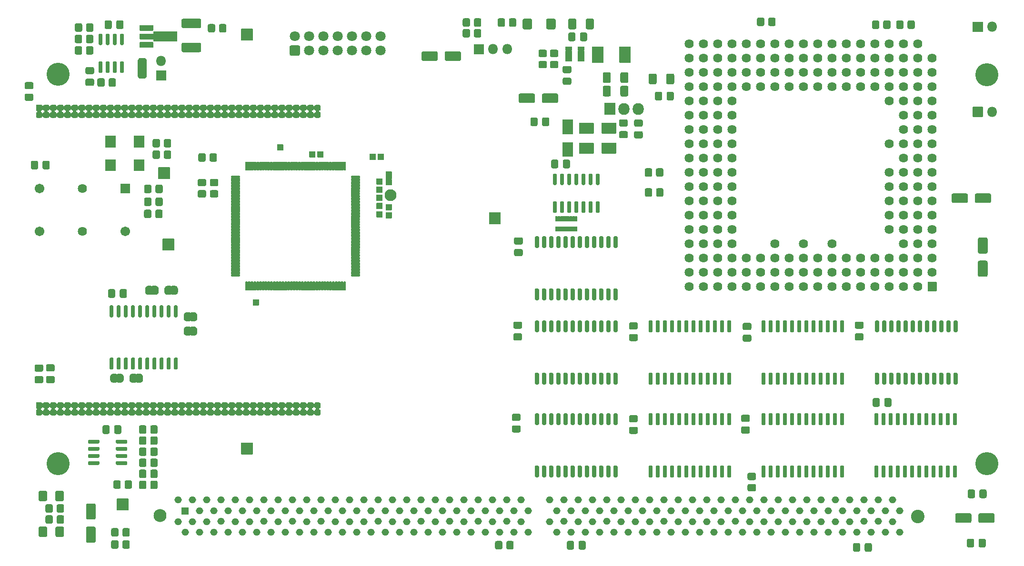
<source format=gbr>
G04 #@! TF.GenerationSoftware,KiCad,Pcbnew,(5.1.10-1-10_14)*
G04 #@! TF.CreationDate,2021-08-09T19:17:03+02:00*
G04 #@! TF.ProjectId,A3660_shanshe_mod2,41333636-305f-4736-9861-6e7368655f6d,rev?*
G04 #@! TF.SameCoordinates,Original*
G04 #@! TF.FileFunction,Soldermask,Top*
G04 #@! TF.FilePolarity,Negative*
%FSLAX46Y46*%
G04 Gerber Fmt 4.6, Leading zero omitted, Abs format (unit mm)*
G04 Created by KiCad (PCBNEW (5.1.10-1-10_14)) date 2021-08-09 19:17:03*
%MOMM*%
%LPD*%
G01*
G04 APERTURE LIST*
%ADD10C,2.102000*%
%ADD11C,1.626000*%
%ADD12C,2.402000*%
%ADD13C,2.302000*%
%ADD14C,1.802000*%
%ADD15O,2.007000X2.102000*%
%ADD16O,1.802000X1.802000*%
%ADD17O,1.302000X1.302000*%
%ADD18C,1.702000*%
%ADD19C,0.100000*%
%ADD20C,4.102000*%
G04 APERTURE END LIST*
G36*
G01*
X142895500Y-58983500D02*
X142895500Y-57983500D01*
G75*
G02*
X142946500Y-57932500I51000J0D01*
G01*
X143946500Y-57932500D01*
G75*
G02*
X143997500Y-57983500I0J-51000D01*
G01*
X143997500Y-58983500D01*
G75*
G02*
X143946500Y-59034500I-51000J0D01*
G01*
X142946500Y-59034500D01*
G75*
G02*
X142895500Y-58983500I0J51000D01*
G01*
G37*
G36*
G01*
X142895500Y-64889000D02*
X142895500Y-63889000D01*
G75*
G02*
X142946500Y-63838000I51000J0D01*
G01*
X143946500Y-63838000D01*
G75*
G02*
X143997500Y-63889000I0J-51000D01*
G01*
X143997500Y-64889000D01*
G75*
G02*
X143946500Y-64940000I-51000J0D01*
G01*
X142946500Y-64940000D01*
G75*
G02*
X142895500Y-64889000I0J51000D01*
G01*
G37*
G36*
G01*
X142895500Y-63428500D02*
X142895500Y-62428500D01*
G75*
G02*
X142946500Y-62377500I51000J0D01*
G01*
X143946500Y-62377500D01*
G75*
G02*
X143997500Y-62428500I0J-51000D01*
G01*
X143997500Y-63428500D01*
G75*
G02*
X143946500Y-63479500I-51000J0D01*
G01*
X142946500Y-63479500D01*
G75*
G02*
X142895500Y-63428500I0J51000D01*
G01*
G37*
G36*
G01*
X141244500Y-64698500D02*
X141244500Y-63698500D01*
G75*
G02*
X141295500Y-63647500I51000J0D01*
G01*
X142295500Y-63647500D01*
G75*
G02*
X142346500Y-63698500I0J-51000D01*
G01*
X142346500Y-64698500D01*
G75*
G02*
X142295500Y-64749500I-51000J0D01*
G01*
X141295500Y-64749500D01*
G75*
G02*
X141244500Y-64698500I0J51000D01*
G01*
G37*
G36*
G01*
X141244500Y-63238000D02*
X141244500Y-62238000D01*
G75*
G02*
X141295500Y-62187000I51000J0D01*
G01*
X142295500Y-62187000D01*
G75*
G02*
X142346500Y-62238000I0J-51000D01*
G01*
X142346500Y-63238000D01*
G75*
G02*
X142295500Y-63289000I-51000J0D01*
G01*
X141295500Y-63289000D01*
G75*
G02*
X141244500Y-63238000I0J51000D01*
G01*
G37*
G36*
G01*
X141244500Y-61777500D02*
X141244500Y-60777500D01*
G75*
G02*
X141295500Y-60726500I51000J0D01*
G01*
X142295500Y-60726500D01*
G75*
G02*
X142346500Y-60777500I0J-51000D01*
G01*
X142346500Y-61777500D01*
G75*
G02*
X142295500Y-61828500I-51000J0D01*
G01*
X141295500Y-61828500D01*
G75*
G02*
X141244500Y-61777500I0J51000D01*
G01*
G37*
G36*
G01*
X141244500Y-60317000D02*
X141244500Y-59317000D01*
G75*
G02*
X141295500Y-59266000I51000J0D01*
G01*
X142295500Y-59266000D01*
G75*
G02*
X142346500Y-59317000I0J-51000D01*
G01*
X142346500Y-60317000D01*
G75*
G02*
X142295500Y-60368000I-51000J0D01*
G01*
X141295500Y-60368000D01*
G75*
G02*
X141244500Y-60317000I0J51000D01*
G01*
G37*
G36*
G01*
X141244500Y-58856500D02*
X141244500Y-57856500D01*
G75*
G02*
X141295500Y-57805500I51000J0D01*
G01*
X142295500Y-57805500D01*
G75*
G02*
X142346500Y-57856500I0J-51000D01*
G01*
X142346500Y-58856500D01*
G75*
G02*
X142295500Y-58907500I-51000J0D01*
G01*
X141295500Y-58907500D01*
G75*
G02*
X141244500Y-58856500I0J51000D01*
G01*
G37*
G36*
G01*
X123591500Y-52824000D02*
X123591500Y-51824000D01*
G75*
G02*
X123642500Y-51773000I51000J0D01*
G01*
X124642500Y-51773000D01*
G75*
G02*
X124693500Y-51824000I0J-51000D01*
G01*
X124693500Y-52824000D01*
G75*
G02*
X124642500Y-52875000I-51000J0D01*
G01*
X123642500Y-52875000D01*
G75*
G02*
X123591500Y-52824000I0J51000D01*
G01*
G37*
G36*
G01*
X142895500Y-57650000D02*
X142895500Y-56650000D01*
G75*
G02*
X142946500Y-56599000I51000J0D01*
G01*
X143946500Y-56599000D01*
G75*
G02*
X143997500Y-56650000I0J-51000D01*
G01*
X143997500Y-57650000D01*
G75*
G02*
X143946500Y-57701000I-51000J0D01*
G01*
X142946500Y-57701000D01*
G75*
G02*
X142895500Y-57650000I0J51000D01*
G01*
G37*
G36*
G01*
X119273500Y-80383000D02*
X119273500Y-79383000D01*
G75*
G02*
X119324500Y-79332000I51000J0D01*
G01*
X120324500Y-79332000D01*
G75*
G02*
X120375500Y-79383000I0J-51000D01*
G01*
X120375500Y-80383000D01*
G75*
G02*
X120324500Y-80434000I-51000J0D01*
G01*
X119324500Y-80434000D01*
G75*
G02*
X119273500Y-80383000I0J51000D01*
G01*
G37*
G36*
G01*
X141498500Y-54475000D02*
X141498500Y-53475000D01*
G75*
G02*
X141549500Y-53424000I51000J0D01*
G01*
X142549500Y-53424000D01*
G75*
G02*
X142600500Y-53475000I0J-51000D01*
G01*
X142600500Y-54475000D01*
G75*
G02*
X142549500Y-54526000I-51000J0D01*
G01*
X141549500Y-54526000D01*
G75*
G02*
X141498500Y-54475000I0J51000D01*
G01*
G37*
G36*
G01*
X140038000Y-54475000D02*
X140038000Y-53475000D01*
G75*
G02*
X140089000Y-53424000I51000J0D01*
G01*
X141089000Y-53424000D01*
G75*
G02*
X141140000Y-53475000I0J-51000D01*
G01*
X141140000Y-54475000D01*
G75*
G02*
X141089000Y-54526000I-51000J0D01*
G01*
X140089000Y-54526000D01*
G75*
G02*
X140038000Y-54475000I0J51000D01*
G01*
G37*
G36*
G01*
X129306500Y-54030500D02*
X129306500Y-53030500D01*
G75*
G02*
X129357500Y-52979500I51000J0D01*
G01*
X130357500Y-52979500D01*
G75*
G02*
X130408500Y-53030500I0J-51000D01*
G01*
X130408500Y-54030500D01*
G75*
G02*
X130357500Y-54081500I-51000J0D01*
G01*
X129357500Y-54081500D01*
G75*
G02*
X129306500Y-54030500I0J51000D01*
G01*
G37*
G36*
G01*
X130767000Y-54030500D02*
X130767000Y-53030500D01*
G75*
G02*
X130818000Y-52979500I51000J0D01*
G01*
X131818000Y-52979500D01*
G75*
G02*
X131869000Y-53030500I0J-51000D01*
G01*
X131869000Y-54030500D01*
G75*
G02*
X131818000Y-54081500I-51000J0D01*
G01*
X130818000Y-54081500D01*
G75*
G02*
X130767000Y-54030500I0J51000D01*
G01*
G37*
D10*
X143764000Y-60769500D03*
G36*
G01*
X240868000Y-76288900D02*
X240868000Y-77812900D01*
G75*
G02*
X240817000Y-77863900I-51000J0D01*
G01*
X239293000Y-77863900D01*
G75*
G02*
X239242000Y-77812900I0J51000D01*
G01*
X239242000Y-76288900D01*
G75*
G02*
X239293000Y-76237900I51000J0D01*
G01*
X240817000Y-76237900D01*
G75*
G02*
X240868000Y-76288900I0J-51000D01*
G01*
G37*
D11*
X237515000Y-77050900D03*
X234975000Y-77050900D03*
X232435000Y-77050900D03*
X229895000Y-77050900D03*
X227355000Y-77050900D03*
X224815000Y-77050900D03*
X222275000Y-77050900D03*
X219735000Y-77050900D03*
X217195000Y-77050900D03*
X214655000Y-77050900D03*
X212115000Y-77050900D03*
X209575000Y-77050900D03*
X207035000Y-77050900D03*
X204495000Y-77050900D03*
X201955000Y-77050900D03*
X199415000Y-77050900D03*
X196875000Y-77050900D03*
X240055000Y-74510900D03*
X237515000Y-74510900D03*
X234975000Y-74510900D03*
X232435000Y-74510900D03*
X229895000Y-74510900D03*
X227355000Y-74510900D03*
X224815000Y-74510900D03*
X222275000Y-74510900D03*
X219735000Y-74510900D03*
X217195000Y-74510900D03*
X214655000Y-74510900D03*
X212115000Y-74510900D03*
X209575000Y-74510900D03*
X207035000Y-74510900D03*
X204495000Y-74510900D03*
X201955000Y-74510900D03*
X199415000Y-74510900D03*
X196875000Y-74510900D03*
X240055000Y-71970900D03*
X237515000Y-71970900D03*
X234975000Y-71970900D03*
X232435000Y-71970900D03*
X229895000Y-71970900D03*
X227355000Y-71970900D03*
X224815000Y-71970900D03*
X222275000Y-71970900D03*
X219735000Y-71970900D03*
X217195000Y-71970900D03*
X214655000Y-71970900D03*
X212115000Y-71970900D03*
X209575000Y-71970900D03*
X207035000Y-71970900D03*
X204495000Y-71970900D03*
X201955000Y-71970900D03*
X199415000Y-71970900D03*
X196875000Y-71970900D03*
X240055000Y-69430900D03*
X237515000Y-69430900D03*
X234975000Y-69430900D03*
X201955000Y-69430900D03*
X199415000Y-69430900D03*
X196875000Y-69430900D03*
X240055000Y-66890900D03*
X237515000Y-66890900D03*
X234975000Y-66890900D03*
X201955000Y-66890900D03*
X199415000Y-66890900D03*
X196875000Y-66890900D03*
X240055000Y-64350900D03*
X237515000Y-64350900D03*
X234975000Y-64350900D03*
X201955000Y-64350900D03*
X199415000Y-64350900D03*
X196875000Y-64350900D03*
X240055000Y-61810900D03*
X237515000Y-61810900D03*
X234975000Y-61810900D03*
X201955000Y-61810900D03*
X199415000Y-61810900D03*
X196875000Y-61810900D03*
X240055000Y-59270900D03*
X237515000Y-59270900D03*
X234975000Y-59270900D03*
X201955000Y-59270900D03*
X199415000Y-59270900D03*
X196875000Y-59270900D03*
X240055000Y-56730900D03*
X237515000Y-56730900D03*
X234975000Y-56730900D03*
X201955000Y-56730900D03*
X199415000Y-56730900D03*
X196875000Y-56730900D03*
X240055000Y-54190900D03*
X237515000Y-54190900D03*
X234975000Y-54190900D03*
X201955000Y-54190900D03*
X199415000Y-54190900D03*
X196875000Y-54190900D03*
X240055000Y-51650900D03*
X237515000Y-51650900D03*
X234975000Y-51650900D03*
X201955000Y-51650900D03*
X199415000Y-51650900D03*
X196875000Y-51650900D03*
X240055000Y-49110900D03*
X237515000Y-49110900D03*
X234975000Y-49110900D03*
X201955000Y-49110900D03*
X199415000Y-49110900D03*
X196875000Y-49110900D03*
X240055000Y-46570900D03*
X237515000Y-46570900D03*
X234975000Y-46570900D03*
X201955000Y-46570900D03*
X199415000Y-46570900D03*
X196875000Y-46570900D03*
X240055000Y-44030900D03*
X237515000Y-44030900D03*
X234975000Y-44030900D03*
X201955000Y-44030900D03*
X199415000Y-44030900D03*
X196875000Y-44030900D03*
X240055000Y-41490900D03*
X237515000Y-41490900D03*
X234975000Y-41490900D03*
X201955000Y-41490900D03*
X199415000Y-41490900D03*
X196875000Y-41490900D03*
X240055000Y-38950900D03*
X237515000Y-38950900D03*
X234975000Y-38950900D03*
X232435000Y-38950900D03*
X229895000Y-38950900D03*
X227355000Y-38950900D03*
X224815000Y-38950900D03*
X222275000Y-38950900D03*
X219735000Y-38950900D03*
X217195000Y-38950900D03*
X214655000Y-38950900D03*
X212115000Y-38950900D03*
X209575000Y-38950900D03*
X207035000Y-38950900D03*
X204495000Y-38950900D03*
X201955000Y-38950900D03*
X199415000Y-38950900D03*
X196875000Y-38950900D03*
X240055000Y-36410900D03*
X237515000Y-36410900D03*
X234975000Y-36410900D03*
X232435000Y-36410900D03*
X229895000Y-36410900D03*
X227355000Y-36410900D03*
X224815000Y-36410900D03*
X222275000Y-36410900D03*
X219735000Y-36410900D03*
X217195000Y-36410900D03*
X214655000Y-36410900D03*
X212115000Y-36410900D03*
X209575000Y-36410900D03*
X207035000Y-36410900D03*
X204495000Y-36410900D03*
X201955000Y-36410900D03*
X199415000Y-36410900D03*
X196875000Y-36410900D03*
X237515000Y-33870900D03*
X234975000Y-33870900D03*
X232435000Y-33870900D03*
X229895000Y-33870900D03*
X227355000Y-33870900D03*
X224815000Y-33870900D03*
X222275000Y-33870900D03*
X219735000Y-33870900D03*
X217195000Y-33870900D03*
X214655000Y-33870900D03*
X212115000Y-33870900D03*
X209575000Y-33870900D03*
X207035000Y-33870900D03*
X204495000Y-33870900D03*
X201955000Y-33870900D03*
X199415000Y-33870900D03*
X196875000Y-33870900D03*
X222275000Y-69430900D03*
X217195000Y-69430900D03*
X212115000Y-69430900D03*
X204495000Y-69430900D03*
X232435000Y-66890900D03*
X204495000Y-66890900D03*
X232435000Y-64350900D03*
X204495000Y-64350900D03*
X232435000Y-61810900D03*
X204495000Y-61810900D03*
X232435000Y-59270900D03*
X204495000Y-59270900D03*
X232435000Y-56730900D03*
X204495000Y-56730900D03*
X204495000Y-54190900D03*
X232435000Y-51650900D03*
X204495000Y-51650900D03*
X204495000Y-49110900D03*
X204495000Y-46570900D03*
X232435000Y-44030900D03*
X204495000Y-44030900D03*
X232435000Y-41490900D03*
X229895000Y-41490900D03*
X227355000Y-41490900D03*
X224815000Y-41490900D03*
X222275000Y-41490900D03*
X219735000Y-41490900D03*
X217195000Y-41490900D03*
X214655000Y-41490900D03*
X212115000Y-41490900D03*
X209575000Y-41490900D03*
X207035000Y-41490900D03*
X204495000Y-41490900D03*
G36*
G01*
X130530000Y-46000500D02*
X131056000Y-46000500D01*
G75*
G02*
X131319000Y-46263500I0J-263000D01*
G01*
X131319000Y-46789500D01*
G75*
G02*
X131056000Y-47052500I-263000J0D01*
G01*
X130530000Y-47052500D01*
G75*
G02*
X130267000Y-46789500I0J263000D01*
G01*
X130267000Y-46263500D01*
G75*
G02*
X130530000Y-46000500I263000J0D01*
G01*
G37*
G36*
G01*
X130530000Y-44730500D02*
X131056000Y-44730500D01*
G75*
G02*
X131319000Y-44993500I0J-263000D01*
G01*
X131319000Y-45519500D01*
G75*
G02*
X131056000Y-45782500I-263000J0D01*
G01*
X130530000Y-45782500D01*
G75*
G02*
X130267000Y-45519500I0J263000D01*
G01*
X130267000Y-44993500D01*
G75*
G02*
X130530000Y-44730500I263000J0D01*
G01*
G37*
G36*
G01*
X129260000Y-46000500D02*
X129786000Y-46000500D01*
G75*
G02*
X130049000Y-46263500I0J-263000D01*
G01*
X130049000Y-46789500D01*
G75*
G02*
X129786000Y-47052500I-263000J0D01*
G01*
X129260000Y-47052500D01*
G75*
G02*
X128997000Y-46789500I0J263000D01*
G01*
X128997000Y-46263500D01*
G75*
G02*
X129260000Y-46000500I263000J0D01*
G01*
G37*
G36*
G01*
X129260000Y-44730500D02*
X129786000Y-44730500D01*
G75*
G02*
X130049000Y-44993500I0J-263000D01*
G01*
X130049000Y-45519500D01*
G75*
G02*
X129786000Y-45782500I-263000J0D01*
G01*
X129260000Y-45782500D01*
G75*
G02*
X128997000Y-45519500I0J263000D01*
G01*
X128997000Y-44993500D01*
G75*
G02*
X129260000Y-44730500I263000J0D01*
G01*
G37*
G36*
G01*
X127990000Y-46000500D02*
X128516000Y-46000500D01*
G75*
G02*
X128779000Y-46263500I0J-263000D01*
G01*
X128779000Y-46789500D01*
G75*
G02*
X128516000Y-47052500I-263000J0D01*
G01*
X127990000Y-47052500D01*
G75*
G02*
X127727000Y-46789500I0J263000D01*
G01*
X127727000Y-46263500D01*
G75*
G02*
X127990000Y-46000500I263000J0D01*
G01*
G37*
G36*
G01*
X127990000Y-44730500D02*
X128516000Y-44730500D01*
G75*
G02*
X128779000Y-44993500I0J-263000D01*
G01*
X128779000Y-45519500D01*
G75*
G02*
X128516000Y-45782500I-263000J0D01*
G01*
X127990000Y-45782500D01*
G75*
G02*
X127727000Y-45519500I0J263000D01*
G01*
X127727000Y-44993500D01*
G75*
G02*
X127990000Y-44730500I263000J0D01*
G01*
G37*
G36*
G01*
X126720000Y-46000500D02*
X127246000Y-46000500D01*
G75*
G02*
X127509000Y-46263500I0J-263000D01*
G01*
X127509000Y-46789500D01*
G75*
G02*
X127246000Y-47052500I-263000J0D01*
G01*
X126720000Y-47052500D01*
G75*
G02*
X126457000Y-46789500I0J263000D01*
G01*
X126457000Y-46263500D01*
G75*
G02*
X126720000Y-46000500I263000J0D01*
G01*
G37*
G36*
G01*
X126720000Y-44730500D02*
X127246000Y-44730500D01*
G75*
G02*
X127509000Y-44993500I0J-263000D01*
G01*
X127509000Y-45519500D01*
G75*
G02*
X127246000Y-45782500I-263000J0D01*
G01*
X126720000Y-45782500D01*
G75*
G02*
X126457000Y-45519500I0J263000D01*
G01*
X126457000Y-44993500D01*
G75*
G02*
X126720000Y-44730500I263000J0D01*
G01*
G37*
G36*
G01*
X125450000Y-46000500D02*
X125976000Y-46000500D01*
G75*
G02*
X126239000Y-46263500I0J-263000D01*
G01*
X126239000Y-46789500D01*
G75*
G02*
X125976000Y-47052500I-263000J0D01*
G01*
X125450000Y-47052500D01*
G75*
G02*
X125187000Y-46789500I0J263000D01*
G01*
X125187000Y-46263500D01*
G75*
G02*
X125450000Y-46000500I263000J0D01*
G01*
G37*
G36*
G01*
X125450000Y-44730500D02*
X125976000Y-44730500D01*
G75*
G02*
X126239000Y-44993500I0J-263000D01*
G01*
X126239000Y-45519500D01*
G75*
G02*
X125976000Y-45782500I-263000J0D01*
G01*
X125450000Y-45782500D01*
G75*
G02*
X125187000Y-45519500I0J263000D01*
G01*
X125187000Y-44993500D01*
G75*
G02*
X125450000Y-44730500I263000J0D01*
G01*
G37*
G36*
G01*
X124180000Y-46000500D02*
X124706000Y-46000500D01*
G75*
G02*
X124969000Y-46263500I0J-263000D01*
G01*
X124969000Y-46789500D01*
G75*
G02*
X124706000Y-47052500I-263000J0D01*
G01*
X124180000Y-47052500D01*
G75*
G02*
X123917000Y-46789500I0J263000D01*
G01*
X123917000Y-46263500D01*
G75*
G02*
X124180000Y-46000500I263000J0D01*
G01*
G37*
G36*
G01*
X124180000Y-44730500D02*
X124706000Y-44730500D01*
G75*
G02*
X124969000Y-44993500I0J-263000D01*
G01*
X124969000Y-45519500D01*
G75*
G02*
X124706000Y-45782500I-263000J0D01*
G01*
X124180000Y-45782500D01*
G75*
G02*
X123917000Y-45519500I0J263000D01*
G01*
X123917000Y-44993500D01*
G75*
G02*
X124180000Y-44730500I263000J0D01*
G01*
G37*
G36*
G01*
X122910000Y-46000500D02*
X123436000Y-46000500D01*
G75*
G02*
X123699000Y-46263500I0J-263000D01*
G01*
X123699000Y-46789500D01*
G75*
G02*
X123436000Y-47052500I-263000J0D01*
G01*
X122910000Y-47052500D01*
G75*
G02*
X122647000Y-46789500I0J263000D01*
G01*
X122647000Y-46263500D01*
G75*
G02*
X122910000Y-46000500I263000J0D01*
G01*
G37*
G36*
G01*
X122910000Y-44730500D02*
X123436000Y-44730500D01*
G75*
G02*
X123699000Y-44993500I0J-263000D01*
G01*
X123699000Y-45519500D01*
G75*
G02*
X123436000Y-45782500I-263000J0D01*
G01*
X122910000Y-45782500D01*
G75*
G02*
X122647000Y-45519500I0J263000D01*
G01*
X122647000Y-44993500D01*
G75*
G02*
X122910000Y-44730500I263000J0D01*
G01*
G37*
G36*
G01*
X121640000Y-46000500D02*
X122166000Y-46000500D01*
G75*
G02*
X122429000Y-46263500I0J-263000D01*
G01*
X122429000Y-46789500D01*
G75*
G02*
X122166000Y-47052500I-263000J0D01*
G01*
X121640000Y-47052500D01*
G75*
G02*
X121377000Y-46789500I0J263000D01*
G01*
X121377000Y-46263500D01*
G75*
G02*
X121640000Y-46000500I263000J0D01*
G01*
G37*
G36*
G01*
X121640000Y-44730500D02*
X122166000Y-44730500D01*
G75*
G02*
X122429000Y-44993500I0J-263000D01*
G01*
X122429000Y-45519500D01*
G75*
G02*
X122166000Y-45782500I-263000J0D01*
G01*
X121640000Y-45782500D01*
G75*
G02*
X121377000Y-45519500I0J263000D01*
G01*
X121377000Y-44993500D01*
G75*
G02*
X121640000Y-44730500I263000J0D01*
G01*
G37*
G36*
G01*
X120370000Y-46000500D02*
X120896000Y-46000500D01*
G75*
G02*
X121159000Y-46263500I0J-263000D01*
G01*
X121159000Y-46789500D01*
G75*
G02*
X120896000Y-47052500I-263000J0D01*
G01*
X120370000Y-47052500D01*
G75*
G02*
X120107000Y-46789500I0J263000D01*
G01*
X120107000Y-46263500D01*
G75*
G02*
X120370000Y-46000500I263000J0D01*
G01*
G37*
G36*
G01*
X120370000Y-44730500D02*
X120896000Y-44730500D01*
G75*
G02*
X121159000Y-44993500I0J-263000D01*
G01*
X121159000Y-45519500D01*
G75*
G02*
X120896000Y-45782500I-263000J0D01*
G01*
X120370000Y-45782500D01*
G75*
G02*
X120107000Y-45519500I0J263000D01*
G01*
X120107000Y-44993500D01*
G75*
G02*
X120370000Y-44730500I263000J0D01*
G01*
G37*
G36*
G01*
X119100000Y-46000500D02*
X119626000Y-46000500D01*
G75*
G02*
X119889000Y-46263500I0J-263000D01*
G01*
X119889000Y-46789500D01*
G75*
G02*
X119626000Y-47052500I-263000J0D01*
G01*
X119100000Y-47052500D01*
G75*
G02*
X118837000Y-46789500I0J263000D01*
G01*
X118837000Y-46263500D01*
G75*
G02*
X119100000Y-46000500I263000J0D01*
G01*
G37*
G36*
G01*
X119100000Y-44730500D02*
X119626000Y-44730500D01*
G75*
G02*
X119889000Y-44993500I0J-263000D01*
G01*
X119889000Y-45519500D01*
G75*
G02*
X119626000Y-45782500I-263000J0D01*
G01*
X119100000Y-45782500D01*
G75*
G02*
X118837000Y-45519500I0J263000D01*
G01*
X118837000Y-44993500D01*
G75*
G02*
X119100000Y-44730500I263000J0D01*
G01*
G37*
G36*
G01*
X117830000Y-46000500D02*
X118356000Y-46000500D01*
G75*
G02*
X118619000Y-46263500I0J-263000D01*
G01*
X118619000Y-46789500D01*
G75*
G02*
X118356000Y-47052500I-263000J0D01*
G01*
X117830000Y-47052500D01*
G75*
G02*
X117567000Y-46789500I0J263000D01*
G01*
X117567000Y-46263500D01*
G75*
G02*
X117830000Y-46000500I263000J0D01*
G01*
G37*
G36*
G01*
X117830000Y-44730500D02*
X118356000Y-44730500D01*
G75*
G02*
X118619000Y-44993500I0J-263000D01*
G01*
X118619000Y-45519500D01*
G75*
G02*
X118356000Y-45782500I-263000J0D01*
G01*
X117830000Y-45782500D01*
G75*
G02*
X117567000Y-45519500I0J263000D01*
G01*
X117567000Y-44993500D01*
G75*
G02*
X117830000Y-44730500I263000J0D01*
G01*
G37*
G36*
G01*
X116560000Y-46000500D02*
X117086000Y-46000500D01*
G75*
G02*
X117349000Y-46263500I0J-263000D01*
G01*
X117349000Y-46789500D01*
G75*
G02*
X117086000Y-47052500I-263000J0D01*
G01*
X116560000Y-47052500D01*
G75*
G02*
X116297000Y-46789500I0J263000D01*
G01*
X116297000Y-46263500D01*
G75*
G02*
X116560000Y-46000500I263000J0D01*
G01*
G37*
G36*
G01*
X116560000Y-44730500D02*
X117086000Y-44730500D01*
G75*
G02*
X117349000Y-44993500I0J-263000D01*
G01*
X117349000Y-45519500D01*
G75*
G02*
X117086000Y-45782500I-263000J0D01*
G01*
X116560000Y-45782500D01*
G75*
G02*
X116297000Y-45519500I0J263000D01*
G01*
X116297000Y-44993500D01*
G75*
G02*
X116560000Y-44730500I263000J0D01*
G01*
G37*
G36*
G01*
X115290000Y-46000500D02*
X115816000Y-46000500D01*
G75*
G02*
X116079000Y-46263500I0J-263000D01*
G01*
X116079000Y-46789500D01*
G75*
G02*
X115816000Y-47052500I-263000J0D01*
G01*
X115290000Y-47052500D01*
G75*
G02*
X115027000Y-46789500I0J263000D01*
G01*
X115027000Y-46263500D01*
G75*
G02*
X115290000Y-46000500I263000J0D01*
G01*
G37*
G36*
G01*
X115290000Y-44730500D02*
X115816000Y-44730500D01*
G75*
G02*
X116079000Y-44993500I0J-263000D01*
G01*
X116079000Y-45519500D01*
G75*
G02*
X115816000Y-45782500I-263000J0D01*
G01*
X115290000Y-45782500D01*
G75*
G02*
X115027000Y-45519500I0J263000D01*
G01*
X115027000Y-44993500D01*
G75*
G02*
X115290000Y-44730500I263000J0D01*
G01*
G37*
G36*
G01*
X114020000Y-46000500D02*
X114546000Y-46000500D01*
G75*
G02*
X114809000Y-46263500I0J-263000D01*
G01*
X114809000Y-46789500D01*
G75*
G02*
X114546000Y-47052500I-263000J0D01*
G01*
X114020000Y-47052500D01*
G75*
G02*
X113757000Y-46789500I0J263000D01*
G01*
X113757000Y-46263500D01*
G75*
G02*
X114020000Y-46000500I263000J0D01*
G01*
G37*
G36*
G01*
X114020000Y-44730500D02*
X114546000Y-44730500D01*
G75*
G02*
X114809000Y-44993500I0J-263000D01*
G01*
X114809000Y-45519500D01*
G75*
G02*
X114546000Y-45782500I-263000J0D01*
G01*
X114020000Y-45782500D01*
G75*
G02*
X113757000Y-45519500I0J263000D01*
G01*
X113757000Y-44993500D01*
G75*
G02*
X114020000Y-44730500I263000J0D01*
G01*
G37*
G36*
G01*
X112750000Y-46000500D02*
X113276000Y-46000500D01*
G75*
G02*
X113539000Y-46263500I0J-263000D01*
G01*
X113539000Y-46789500D01*
G75*
G02*
X113276000Y-47052500I-263000J0D01*
G01*
X112750000Y-47052500D01*
G75*
G02*
X112487000Y-46789500I0J263000D01*
G01*
X112487000Y-46263500D01*
G75*
G02*
X112750000Y-46000500I263000J0D01*
G01*
G37*
G36*
G01*
X112750000Y-44730500D02*
X113276000Y-44730500D01*
G75*
G02*
X113539000Y-44993500I0J-263000D01*
G01*
X113539000Y-45519500D01*
G75*
G02*
X113276000Y-45782500I-263000J0D01*
G01*
X112750000Y-45782500D01*
G75*
G02*
X112487000Y-45519500I0J263000D01*
G01*
X112487000Y-44993500D01*
G75*
G02*
X112750000Y-44730500I263000J0D01*
G01*
G37*
G36*
G01*
X111480000Y-46000500D02*
X112006000Y-46000500D01*
G75*
G02*
X112269000Y-46263500I0J-263000D01*
G01*
X112269000Y-46789500D01*
G75*
G02*
X112006000Y-47052500I-263000J0D01*
G01*
X111480000Y-47052500D01*
G75*
G02*
X111217000Y-46789500I0J263000D01*
G01*
X111217000Y-46263500D01*
G75*
G02*
X111480000Y-46000500I263000J0D01*
G01*
G37*
G36*
G01*
X111480000Y-44730500D02*
X112006000Y-44730500D01*
G75*
G02*
X112269000Y-44993500I0J-263000D01*
G01*
X112269000Y-45519500D01*
G75*
G02*
X112006000Y-45782500I-263000J0D01*
G01*
X111480000Y-45782500D01*
G75*
G02*
X111217000Y-45519500I0J263000D01*
G01*
X111217000Y-44993500D01*
G75*
G02*
X111480000Y-44730500I263000J0D01*
G01*
G37*
G36*
G01*
X110210000Y-46000500D02*
X110736000Y-46000500D01*
G75*
G02*
X110999000Y-46263500I0J-263000D01*
G01*
X110999000Y-46789500D01*
G75*
G02*
X110736000Y-47052500I-263000J0D01*
G01*
X110210000Y-47052500D01*
G75*
G02*
X109947000Y-46789500I0J263000D01*
G01*
X109947000Y-46263500D01*
G75*
G02*
X110210000Y-46000500I263000J0D01*
G01*
G37*
G36*
G01*
X110210000Y-44730500D02*
X110736000Y-44730500D01*
G75*
G02*
X110999000Y-44993500I0J-263000D01*
G01*
X110999000Y-45519500D01*
G75*
G02*
X110736000Y-45782500I-263000J0D01*
G01*
X110210000Y-45782500D01*
G75*
G02*
X109947000Y-45519500I0J263000D01*
G01*
X109947000Y-44993500D01*
G75*
G02*
X110210000Y-44730500I263000J0D01*
G01*
G37*
G36*
G01*
X108940000Y-46000500D02*
X109466000Y-46000500D01*
G75*
G02*
X109729000Y-46263500I0J-263000D01*
G01*
X109729000Y-46789500D01*
G75*
G02*
X109466000Y-47052500I-263000J0D01*
G01*
X108940000Y-47052500D01*
G75*
G02*
X108677000Y-46789500I0J263000D01*
G01*
X108677000Y-46263500D01*
G75*
G02*
X108940000Y-46000500I263000J0D01*
G01*
G37*
G36*
G01*
X108940000Y-44730500D02*
X109466000Y-44730500D01*
G75*
G02*
X109729000Y-44993500I0J-263000D01*
G01*
X109729000Y-45519500D01*
G75*
G02*
X109466000Y-45782500I-263000J0D01*
G01*
X108940000Y-45782500D01*
G75*
G02*
X108677000Y-45519500I0J263000D01*
G01*
X108677000Y-44993500D01*
G75*
G02*
X108940000Y-44730500I263000J0D01*
G01*
G37*
G36*
G01*
X107670000Y-46000500D02*
X108196000Y-46000500D01*
G75*
G02*
X108459000Y-46263500I0J-263000D01*
G01*
X108459000Y-46789500D01*
G75*
G02*
X108196000Y-47052500I-263000J0D01*
G01*
X107670000Y-47052500D01*
G75*
G02*
X107407000Y-46789500I0J263000D01*
G01*
X107407000Y-46263500D01*
G75*
G02*
X107670000Y-46000500I263000J0D01*
G01*
G37*
G36*
G01*
X107670000Y-44730500D02*
X108196000Y-44730500D01*
G75*
G02*
X108459000Y-44993500I0J-263000D01*
G01*
X108459000Y-45519500D01*
G75*
G02*
X108196000Y-45782500I-263000J0D01*
G01*
X107670000Y-45782500D01*
G75*
G02*
X107407000Y-45519500I0J263000D01*
G01*
X107407000Y-44993500D01*
G75*
G02*
X107670000Y-44730500I263000J0D01*
G01*
G37*
G36*
G01*
X106400000Y-46000500D02*
X106926000Y-46000500D01*
G75*
G02*
X107189000Y-46263500I0J-263000D01*
G01*
X107189000Y-46789500D01*
G75*
G02*
X106926000Y-47052500I-263000J0D01*
G01*
X106400000Y-47052500D01*
G75*
G02*
X106137000Y-46789500I0J263000D01*
G01*
X106137000Y-46263500D01*
G75*
G02*
X106400000Y-46000500I263000J0D01*
G01*
G37*
G36*
G01*
X106400000Y-44730500D02*
X106926000Y-44730500D01*
G75*
G02*
X107189000Y-44993500I0J-263000D01*
G01*
X107189000Y-45519500D01*
G75*
G02*
X106926000Y-45782500I-263000J0D01*
G01*
X106400000Y-45782500D01*
G75*
G02*
X106137000Y-45519500I0J263000D01*
G01*
X106137000Y-44993500D01*
G75*
G02*
X106400000Y-44730500I263000J0D01*
G01*
G37*
G36*
G01*
X105130000Y-46000500D02*
X105656000Y-46000500D01*
G75*
G02*
X105919000Y-46263500I0J-263000D01*
G01*
X105919000Y-46789500D01*
G75*
G02*
X105656000Y-47052500I-263000J0D01*
G01*
X105130000Y-47052500D01*
G75*
G02*
X104867000Y-46789500I0J263000D01*
G01*
X104867000Y-46263500D01*
G75*
G02*
X105130000Y-46000500I263000J0D01*
G01*
G37*
G36*
G01*
X105130000Y-44730500D02*
X105656000Y-44730500D01*
G75*
G02*
X105919000Y-44993500I0J-263000D01*
G01*
X105919000Y-45519500D01*
G75*
G02*
X105656000Y-45782500I-263000J0D01*
G01*
X105130000Y-45782500D01*
G75*
G02*
X104867000Y-45519500I0J263000D01*
G01*
X104867000Y-44993500D01*
G75*
G02*
X105130000Y-44730500I263000J0D01*
G01*
G37*
G36*
G01*
X103860000Y-46000500D02*
X104386000Y-46000500D01*
G75*
G02*
X104649000Y-46263500I0J-263000D01*
G01*
X104649000Y-46789500D01*
G75*
G02*
X104386000Y-47052500I-263000J0D01*
G01*
X103860000Y-47052500D01*
G75*
G02*
X103597000Y-46789500I0J263000D01*
G01*
X103597000Y-46263500D01*
G75*
G02*
X103860000Y-46000500I263000J0D01*
G01*
G37*
G36*
G01*
X103860000Y-44730500D02*
X104386000Y-44730500D01*
G75*
G02*
X104649000Y-44993500I0J-263000D01*
G01*
X104649000Y-45519500D01*
G75*
G02*
X104386000Y-45782500I-263000J0D01*
G01*
X103860000Y-45782500D01*
G75*
G02*
X103597000Y-45519500I0J263000D01*
G01*
X103597000Y-44993500D01*
G75*
G02*
X103860000Y-44730500I263000J0D01*
G01*
G37*
G36*
G01*
X102590000Y-46000500D02*
X103116000Y-46000500D01*
G75*
G02*
X103379000Y-46263500I0J-263000D01*
G01*
X103379000Y-46789500D01*
G75*
G02*
X103116000Y-47052500I-263000J0D01*
G01*
X102590000Y-47052500D01*
G75*
G02*
X102327000Y-46789500I0J263000D01*
G01*
X102327000Y-46263500D01*
G75*
G02*
X102590000Y-46000500I263000J0D01*
G01*
G37*
G36*
G01*
X102590000Y-44730500D02*
X103116000Y-44730500D01*
G75*
G02*
X103379000Y-44993500I0J-263000D01*
G01*
X103379000Y-45519500D01*
G75*
G02*
X103116000Y-45782500I-263000J0D01*
G01*
X102590000Y-45782500D01*
G75*
G02*
X102327000Y-45519500I0J263000D01*
G01*
X102327000Y-44993500D01*
G75*
G02*
X102590000Y-44730500I263000J0D01*
G01*
G37*
G36*
G01*
X101320000Y-46000500D02*
X101846000Y-46000500D01*
G75*
G02*
X102109000Y-46263500I0J-263000D01*
G01*
X102109000Y-46789500D01*
G75*
G02*
X101846000Y-47052500I-263000J0D01*
G01*
X101320000Y-47052500D01*
G75*
G02*
X101057000Y-46789500I0J263000D01*
G01*
X101057000Y-46263500D01*
G75*
G02*
X101320000Y-46000500I263000J0D01*
G01*
G37*
G36*
G01*
X101320000Y-44730500D02*
X101846000Y-44730500D01*
G75*
G02*
X102109000Y-44993500I0J-263000D01*
G01*
X102109000Y-45519500D01*
G75*
G02*
X101846000Y-45782500I-263000J0D01*
G01*
X101320000Y-45782500D01*
G75*
G02*
X101057000Y-45519500I0J263000D01*
G01*
X101057000Y-44993500D01*
G75*
G02*
X101320000Y-44730500I263000J0D01*
G01*
G37*
G36*
G01*
X100050000Y-46000500D02*
X100576000Y-46000500D01*
G75*
G02*
X100839000Y-46263500I0J-263000D01*
G01*
X100839000Y-46789500D01*
G75*
G02*
X100576000Y-47052500I-263000J0D01*
G01*
X100050000Y-47052500D01*
G75*
G02*
X99787000Y-46789500I0J263000D01*
G01*
X99787000Y-46263500D01*
G75*
G02*
X100050000Y-46000500I263000J0D01*
G01*
G37*
G36*
G01*
X100050000Y-44730500D02*
X100576000Y-44730500D01*
G75*
G02*
X100839000Y-44993500I0J-263000D01*
G01*
X100839000Y-45519500D01*
G75*
G02*
X100576000Y-45782500I-263000J0D01*
G01*
X100050000Y-45782500D01*
G75*
G02*
X99787000Y-45519500I0J263000D01*
G01*
X99787000Y-44993500D01*
G75*
G02*
X100050000Y-44730500I263000J0D01*
G01*
G37*
G36*
G01*
X98780000Y-46000500D02*
X99306000Y-46000500D01*
G75*
G02*
X99569000Y-46263500I0J-263000D01*
G01*
X99569000Y-46789500D01*
G75*
G02*
X99306000Y-47052500I-263000J0D01*
G01*
X98780000Y-47052500D01*
G75*
G02*
X98517000Y-46789500I0J263000D01*
G01*
X98517000Y-46263500D01*
G75*
G02*
X98780000Y-46000500I263000J0D01*
G01*
G37*
G36*
G01*
X98780000Y-44730500D02*
X99306000Y-44730500D01*
G75*
G02*
X99569000Y-44993500I0J-263000D01*
G01*
X99569000Y-45519500D01*
G75*
G02*
X99306000Y-45782500I-263000J0D01*
G01*
X98780000Y-45782500D01*
G75*
G02*
X98517000Y-45519500I0J263000D01*
G01*
X98517000Y-44993500D01*
G75*
G02*
X98780000Y-44730500I263000J0D01*
G01*
G37*
G36*
G01*
X97510000Y-46000500D02*
X98036000Y-46000500D01*
G75*
G02*
X98299000Y-46263500I0J-263000D01*
G01*
X98299000Y-46789500D01*
G75*
G02*
X98036000Y-47052500I-263000J0D01*
G01*
X97510000Y-47052500D01*
G75*
G02*
X97247000Y-46789500I0J263000D01*
G01*
X97247000Y-46263500D01*
G75*
G02*
X97510000Y-46000500I263000J0D01*
G01*
G37*
G36*
G01*
X97510000Y-44730500D02*
X98036000Y-44730500D01*
G75*
G02*
X98299000Y-44993500I0J-263000D01*
G01*
X98299000Y-45519500D01*
G75*
G02*
X98036000Y-45782500I-263000J0D01*
G01*
X97510000Y-45782500D01*
G75*
G02*
X97247000Y-45519500I0J263000D01*
G01*
X97247000Y-44993500D01*
G75*
G02*
X97510000Y-44730500I263000J0D01*
G01*
G37*
G36*
G01*
X96240000Y-46000500D02*
X96766000Y-46000500D01*
G75*
G02*
X97029000Y-46263500I0J-263000D01*
G01*
X97029000Y-46789500D01*
G75*
G02*
X96766000Y-47052500I-263000J0D01*
G01*
X96240000Y-47052500D01*
G75*
G02*
X95977000Y-46789500I0J263000D01*
G01*
X95977000Y-46263500D01*
G75*
G02*
X96240000Y-46000500I263000J0D01*
G01*
G37*
G36*
G01*
X96240000Y-44730500D02*
X96766000Y-44730500D01*
G75*
G02*
X97029000Y-44993500I0J-263000D01*
G01*
X97029000Y-45519500D01*
G75*
G02*
X96766000Y-45782500I-263000J0D01*
G01*
X96240000Y-45782500D01*
G75*
G02*
X95977000Y-45519500I0J263000D01*
G01*
X95977000Y-44993500D01*
G75*
G02*
X96240000Y-44730500I263000J0D01*
G01*
G37*
G36*
G01*
X94970000Y-46000500D02*
X95496000Y-46000500D01*
G75*
G02*
X95759000Y-46263500I0J-263000D01*
G01*
X95759000Y-46789500D01*
G75*
G02*
X95496000Y-47052500I-263000J0D01*
G01*
X94970000Y-47052500D01*
G75*
G02*
X94707000Y-46789500I0J263000D01*
G01*
X94707000Y-46263500D01*
G75*
G02*
X94970000Y-46000500I263000J0D01*
G01*
G37*
G36*
G01*
X94970000Y-44730500D02*
X95496000Y-44730500D01*
G75*
G02*
X95759000Y-44993500I0J-263000D01*
G01*
X95759000Y-45519500D01*
G75*
G02*
X95496000Y-45782500I-263000J0D01*
G01*
X94970000Y-45782500D01*
G75*
G02*
X94707000Y-45519500I0J263000D01*
G01*
X94707000Y-44993500D01*
G75*
G02*
X94970000Y-44730500I263000J0D01*
G01*
G37*
G36*
G01*
X93700000Y-46000500D02*
X94226000Y-46000500D01*
G75*
G02*
X94489000Y-46263500I0J-263000D01*
G01*
X94489000Y-46789500D01*
G75*
G02*
X94226000Y-47052500I-263000J0D01*
G01*
X93700000Y-47052500D01*
G75*
G02*
X93437000Y-46789500I0J263000D01*
G01*
X93437000Y-46263500D01*
G75*
G02*
X93700000Y-46000500I263000J0D01*
G01*
G37*
G36*
G01*
X93700000Y-44730500D02*
X94226000Y-44730500D01*
G75*
G02*
X94489000Y-44993500I0J-263000D01*
G01*
X94489000Y-45519500D01*
G75*
G02*
X94226000Y-45782500I-263000J0D01*
G01*
X93700000Y-45782500D01*
G75*
G02*
X93437000Y-45519500I0J263000D01*
G01*
X93437000Y-44993500D01*
G75*
G02*
X93700000Y-44730500I263000J0D01*
G01*
G37*
G36*
G01*
X92430000Y-46000500D02*
X92956000Y-46000500D01*
G75*
G02*
X93219000Y-46263500I0J-263000D01*
G01*
X93219000Y-46789500D01*
G75*
G02*
X92956000Y-47052500I-263000J0D01*
G01*
X92430000Y-47052500D01*
G75*
G02*
X92167000Y-46789500I0J263000D01*
G01*
X92167000Y-46263500D01*
G75*
G02*
X92430000Y-46000500I263000J0D01*
G01*
G37*
G36*
G01*
X92430000Y-44730500D02*
X92956000Y-44730500D01*
G75*
G02*
X93219000Y-44993500I0J-263000D01*
G01*
X93219000Y-45519500D01*
G75*
G02*
X92956000Y-45782500I-263000J0D01*
G01*
X92430000Y-45782500D01*
G75*
G02*
X92167000Y-45519500I0J263000D01*
G01*
X92167000Y-44993500D01*
G75*
G02*
X92430000Y-44730500I263000J0D01*
G01*
G37*
G36*
G01*
X91160000Y-46000500D02*
X91686000Y-46000500D01*
G75*
G02*
X91949000Y-46263500I0J-263000D01*
G01*
X91949000Y-46789500D01*
G75*
G02*
X91686000Y-47052500I-263000J0D01*
G01*
X91160000Y-47052500D01*
G75*
G02*
X90897000Y-46789500I0J263000D01*
G01*
X90897000Y-46263500D01*
G75*
G02*
X91160000Y-46000500I263000J0D01*
G01*
G37*
G36*
G01*
X91160000Y-44730500D02*
X91686000Y-44730500D01*
G75*
G02*
X91949000Y-44993500I0J-263000D01*
G01*
X91949000Y-45519500D01*
G75*
G02*
X91686000Y-45782500I-263000J0D01*
G01*
X91160000Y-45782500D01*
G75*
G02*
X90897000Y-45519500I0J263000D01*
G01*
X90897000Y-44993500D01*
G75*
G02*
X91160000Y-44730500I263000J0D01*
G01*
G37*
G36*
G01*
X89890000Y-46000500D02*
X90416000Y-46000500D01*
G75*
G02*
X90679000Y-46263500I0J-263000D01*
G01*
X90679000Y-46789500D01*
G75*
G02*
X90416000Y-47052500I-263000J0D01*
G01*
X89890000Y-47052500D01*
G75*
G02*
X89627000Y-46789500I0J263000D01*
G01*
X89627000Y-46263500D01*
G75*
G02*
X89890000Y-46000500I263000J0D01*
G01*
G37*
G36*
G01*
X89890000Y-44730500D02*
X90416000Y-44730500D01*
G75*
G02*
X90679000Y-44993500I0J-263000D01*
G01*
X90679000Y-45519500D01*
G75*
G02*
X90416000Y-45782500I-263000J0D01*
G01*
X89890000Y-45782500D01*
G75*
G02*
X89627000Y-45519500I0J263000D01*
G01*
X89627000Y-44993500D01*
G75*
G02*
X89890000Y-44730500I263000J0D01*
G01*
G37*
G36*
G01*
X88620000Y-46000500D02*
X89146000Y-46000500D01*
G75*
G02*
X89409000Y-46263500I0J-263000D01*
G01*
X89409000Y-46789500D01*
G75*
G02*
X89146000Y-47052500I-263000J0D01*
G01*
X88620000Y-47052500D01*
G75*
G02*
X88357000Y-46789500I0J263000D01*
G01*
X88357000Y-46263500D01*
G75*
G02*
X88620000Y-46000500I263000J0D01*
G01*
G37*
G36*
G01*
X88620000Y-44730500D02*
X89146000Y-44730500D01*
G75*
G02*
X89409000Y-44993500I0J-263000D01*
G01*
X89409000Y-45519500D01*
G75*
G02*
X89146000Y-45782500I-263000J0D01*
G01*
X88620000Y-45782500D01*
G75*
G02*
X88357000Y-45519500I0J263000D01*
G01*
X88357000Y-44993500D01*
G75*
G02*
X88620000Y-44730500I263000J0D01*
G01*
G37*
G36*
G01*
X87350000Y-46000500D02*
X87876000Y-46000500D01*
G75*
G02*
X88139000Y-46263500I0J-263000D01*
G01*
X88139000Y-46789500D01*
G75*
G02*
X87876000Y-47052500I-263000J0D01*
G01*
X87350000Y-47052500D01*
G75*
G02*
X87087000Y-46789500I0J263000D01*
G01*
X87087000Y-46263500D01*
G75*
G02*
X87350000Y-46000500I263000J0D01*
G01*
G37*
G36*
G01*
X87350000Y-44730500D02*
X87876000Y-44730500D01*
G75*
G02*
X88139000Y-44993500I0J-263000D01*
G01*
X88139000Y-45519500D01*
G75*
G02*
X87876000Y-45782500I-263000J0D01*
G01*
X87350000Y-45782500D01*
G75*
G02*
X87087000Y-45519500I0J263000D01*
G01*
X87087000Y-44993500D01*
G75*
G02*
X87350000Y-44730500I263000J0D01*
G01*
G37*
G36*
G01*
X86080000Y-46000500D02*
X86606000Y-46000500D01*
G75*
G02*
X86869000Y-46263500I0J-263000D01*
G01*
X86869000Y-46789500D01*
G75*
G02*
X86606000Y-47052500I-263000J0D01*
G01*
X86080000Y-47052500D01*
G75*
G02*
X85817000Y-46789500I0J263000D01*
G01*
X85817000Y-46263500D01*
G75*
G02*
X86080000Y-46000500I263000J0D01*
G01*
G37*
G36*
G01*
X86080000Y-44730500D02*
X86606000Y-44730500D01*
G75*
G02*
X86869000Y-44993500I0J-263000D01*
G01*
X86869000Y-45519500D01*
G75*
G02*
X86606000Y-45782500I-263000J0D01*
G01*
X86080000Y-45782500D01*
G75*
G02*
X85817000Y-45519500I0J263000D01*
G01*
X85817000Y-44993500D01*
G75*
G02*
X86080000Y-44730500I263000J0D01*
G01*
G37*
G36*
G01*
X84810000Y-46000500D02*
X85336000Y-46000500D01*
G75*
G02*
X85599000Y-46263500I0J-263000D01*
G01*
X85599000Y-46789500D01*
G75*
G02*
X85336000Y-47052500I-263000J0D01*
G01*
X84810000Y-47052500D01*
G75*
G02*
X84547000Y-46789500I0J263000D01*
G01*
X84547000Y-46263500D01*
G75*
G02*
X84810000Y-46000500I263000J0D01*
G01*
G37*
G36*
G01*
X84810000Y-44730500D02*
X85336000Y-44730500D01*
G75*
G02*
X85599000Y-44993500I0J-263000D01*
G01*
X85599000Y-45519500D01*
G75*
G02*
X85336000Y-45782500I-263000J0D01*
G01*
X84810000Y-45782500D01*
G75*
G02*
X84547000Y-45519500I0J263000D01*
G01*
X84547000Y-44993500D01*
G75*
G02*
X84810000Y-44730500I263000J0D01*
G01*
G37*
G36*
G01*
X83540000Y-46000500D02*
X84066000Y-46000500D01*
G75*
G02*
X84329000Y-46263500I0J-263000D01*
G01*
X84329000Y-46789500D01*
G75*
G02*
X84066000Y-47052500I-263000J0D01*
G01*
X83540000Y-47052500D01*
G75*
G02*
X83277000Y-46789500I0J263000D01*
G01*
X83277000Y-46263500D01*
G75*
G02*
X83540000Y-46000500I263000J0D01*
G01*
G37*
G36*
G01*
X83540000Y-44730500D02*
X84066000Y-44730500D01*
G75*
G02*
X84329000Y-44993500I0J-263000D01*
G01*
X84329000Y-45519500D01*
G75*
G02*
X84066000Y-45782500I-263000J0D01*
G01*
X83540000Y-45782500D01*
G75*
G02*
X83277000Y-45519500I0J263000D01*
G01*
X83277000Y-44993500D01*
G75*
G02*
X83540000Y-44730500I263000J0D01*
G01*
G37*
G36*
G01*
X82270000Y-46000500D02*
X82796000Y-46000500D01*
G75*
G02*
X83059000Y-46263500I0J-263000D01*
G01*
X83059000Y-46789500D01*
G75*
G02*
X82796000Y-47052500I-263000J0D01*
G01*
X82270000Y-47052500D01*
G75*
G02*
X82007000Y-46789500I0J263000D01*
G01*
X82007000Y-46263500D01*
G75*
G02*
X82270000Y-46000500I263000J0D01*
G01*
G37*
G36*
G01*
X82270000Y-44730500D02*
X82796000Y-44730500D01*
G75*
G02*
X83059000Y-44993500I0J-263000D01*
G01*
X83059000Y-45519500D01*
G75*
G02*
X82796000Y-45782500I-263000J0D01*
G01*
X82270000Y-45782500D01*
G75*
G02*
X82007000Y-45519500I0J263000D01*
G01*
X82007000Y-44993500D01*
G75*
G02*
X82270000Y-44730500I263000J0D01*
G01*
G37*
G36*
G01*
X81000000Y-46000500D02*
X81526000Y-46000500D01*
G75*
G02*
X81789000Y-46263500I0J-263000D01*
G01*
X81789000Y-46789500D01*
G75*
G02*
X81526000Y-47052500I-263000J0D01*
G01*
X81000000Y-47052500D01*
G75*
G02*
X80737000Y-46789500I0J263000D01*
G01*
X80737000Y-46263500D01*
G75*
G02*
X81000000Y-46000500I263000J0D01*
G01*
G37*
G36*
G01*
X80788000Y-44730500D02*
X81738000Y-44730500D01*
G75*
G02*
X81789000Y-44781500I0J-51000D01*
G01*
X81789000Y-45731500D01*
G75*
G02*
X81738000Y-45782500I-51000J0D01*
G01*
X80788000Y-45782500D01*
G75*
G02*
X80737000Y-45731500I0J51000D01*
G01*
X80737000Y-44781500D01*
G75*
G02*
X80788000Y-44730500I51000J0D01*
G01*
G37*
G36*
G01*
X130530000Y-98937000D02*
X131056000Y-98937000D01*
G75*
G02*
X131319000Y-99200000I0J-263000D01*
G01*
X131319000Y-99726000D01*
G75*
G02*
X131056000Y-99989000I-263000J0D01*
G01*
X130530000Y-99989000D01*
G75*
G02*
X130267000Y-99726000I0J263000D01*
G01*
X130267000Y-99200000D01*
G75*
G02*
X130530000Y-98937000I263000J0D01*
G01*
G37*
G36*
G01*
X130530000Y-97667000D02*
X131056000Y-97667000D01*
G75*
G02*
X131319000Y-97930000I0J-263000D01*
G01*
X131319000Y-98456000D01*
G75*
G02*
X131056000Y-98719000I-263000J0D01*
G01*
X130530000Y-98719000D01*
G75*
G02*
X130267000Y-98456000I0J263000D01*
G01*
X130267000Y-97930000D01*
G75*
G02*
X130530000Y-97667000I263000J0D01*
G01*
G37*
G36*
G01*
X129260000Y-98937000D02*
X129786000Y-98937000D01*
G75*
G02*
X130049000Y-99200000I0J-263000D01*
G01*
X130049000Y-99726000D01*
G75*
G02*
X129786000Y-99989000I-263000J0D01*
G01*
X129260000Y-99989000D01*
G75*
G02*
X128997000Y-99726000I0J263000D01*
G01*
X128997000Y-99200000D01*
G75*
G02*
X129260000Y-98937000I263000J0D01*
G01*
G37*
G36*
G01*
X129260000Y-97667000D02*
X129786000Y-97667000D01*
G75*
G02*
X130049000Y-97930000I0J-263000D01*
G01*
X130049000Y-98456000D01*
G75*
G02*
X129786000Y-98719000I-263000J0D01*
G01*
X129260000Y-98719000D01*
G75*
G02*
X128997000Y-98456000I0J263000D01*
G01*
X128997000Y-97930000D01*
G75*
G02*
X129260000Y-97667000I263000J0D01*
G01*
G37*
G36*
G01*
X127990000Y-98937000D02*
X128516000Y-98937000D01*
G75*
G02*
X128779000Y-99200000I0J-263000D01*
G01*
X128779000Y-99726000D01*
G75*
G02*
X128516000Y-99989000I-263000J0D01*
G01*
X127990000Y-99989000D01*
G75*
G02*
X127727000Y-99726000I0J263000D01*
G01*
X127727000Y-99200000D01*
G75*
G02*
X127990000Y-98937000I263000J0D01*
G01*
G37*
G36*
G01*
X127990000Y-97667000D02*
X128516000Y-97667000D01*
G75*
G02*
X128779000Y-97930000I0J-263000D01*
G01*
X128779000Y-98456000D01*
G75*
G02*
X128516000Y-98719000I-263000J0D01*
G01*
X127990000Y-98719000D01*
G75*
G02*
X127727000Y-98456000I0J263000D01*
G01*
X127727000Y-97930000D01*
G75*
G02*
X127990000Y-97667000I263000J0D01*
G01*
G37*
G36*
G01*
X126720000Y-98937000D02*
X127246000Y-98937000D01*
G75*
G02*
X127509000Y-99200000I0J-263000D01*
G01*
X127509000Y-99726000D01*
G75*
G02*
X127246000Y-99989000I-263000J0D01*
G01*
X126720000Y-99989000D01*
G75*
G02*
X126457000Y-99726000I0J263000D01*
G01*
X126457000Y-99200000D01*
G75*
G02*
X126720000Y-98937000I263000J0D01*
G01*
G37*
G36*
G01*
X126720000Y-97667000D02*
X127246000Y-97667000D01*
G75*
G02*
X127509000Y-97930000I0J-263000D01*
G01*
X127509000Y-98456000D01*
G75*
G02*
X127246000Y-98719000I-263000J0D01*
G01*
X126720000Y-98719000D01*
G75*
G02*
X126457000Y-98456000I0J263000D01*
G01*
X126457000Y-97930000D01*
G75*
G02*
X126720000Y-97667000I263000J0D01*
G01*
G37*
G36*
G01*
X125450000Y-98937000D02*
X125976000Y-98937000D01*
G75*
G02*
X126239000Y-99200000I0J-263000D01*
G01*
X126239000Y-99726000D01*
G75*
G02*
X125976000Y-99989000I-263000J0D01*
G01*
X125450000Y-99989000D01*
G75*
G02*
X125187000Y-99726000I0J263000D01*
G01*
X125187000Y-99200000D01*
G75*
G02*
X125450000Y-98937000I263000J0D01*
G01*
G37*
G36*
G01*
X125450000Y-97667000D02*
X125976000Y-97667000D01*
G75*
G02*
X126239000Y-97930000I0J-263000D01*
G01*
X126239000Y-98456000D01*
G75*
G02*
X125976000Y-98719000I-263000J0D01*
G01*
X125450000Y-98719000D01*
G75*
G02*
X125187000Y-98456000I0J263000D01*
G01*
X125187000Y-97930000D01*
G75*
G02*
X125450000Y-97667000I263000J0D01*
G01*
G37*
G36*
G01*
X124180000Y-98937000D02*
X124706000Y-98937000D01*
G75*
G02*
X124969000Y-99200000I0J-263000D01*
G01*
X124969000Y-99726000D01*
G75*
G02*
X124706000Y-99989000I-263000J0D01*
G01*
X124180000Y-99989000D01*
G75*
G02*
X123917000Y-99726000I0J263000D01*
G01*
X123917000Y-99200000D01*
G75*
G02*
X124180000Y-98937000I263000J0D01*
G01*
G37*
G36*
G01*
X124180000Y-97667000D02*
X124706000Y-97667000D01*
G75*
G02*
X124969000Y-97930000I0J-263000D01*
G01*
X124969000Y-98456000D01*
G75*
G02*
X124706000Y-98719000I-263000J0D01*
G01*
X124180000Y-98719000D01*
G75*
G02*
X123917000Y-98456000I0J263000D01*
G01*
X123917000Y-97930000D01*
G75*
G02*
X124180000Y-97667000I263000J0D01*
G01*
G37*
G36*
G01*
X122910000Y-98937000D02*
X123436000Y-98937000D01*
G75*
G02*
X123699000Y-99200000I0J-263000D01*
G01*
X123699000Y-99726000D01*
G75*
G02*
X123436000Y-99989000I-263000J0D01*
G01*
X122910000Y-99989000D01*
G75*
G02*
X122647000Y-99726000I0J263000D01*
G01*
X122647000Y-99200000D01*
G75*
G02*
X122910000Y-98937000I263000J0D01*
G01*
G37*
G36*
G01*
X122910000Y-97667000D02*
X123436000Y-97667000D01*
G75*
G02*
X123699000Y-97930000I0J-263000D01*
G01*
X123699000Y-98456000D01*
G75*
G02*
X123436000Y-98719000I-263000J0D01*
G01*
X122910000Y-98719000D01*
G75*
G02*
X122647000Y-98456000I0J263000D01*
G01*
X122647000Y-97930000D01*
G75*
G02*
X122910000Y-97667000I263000J0D01*
G01*
G37*
G36*
G01*
X121640000Y-98937000D02*
X122166000Y-98937000D01*
G75*
G02*
X122429000Y-99200000I0J-263000D01*
G01*
X122429000Y-99726000D01*
G75*
G02*
X122166000Y-99989000I-263000J0D01*
G01*
X121640000Y-99989000D01*
G75*
G02*
X121377000Y-99726000I0J263000D01*
G01*
X121377000Y-99200000D01*
G75*
G02*
X121640000Y-98937000I263000J0D01*
G01*
G37*
G36*
G01*
X121640000Y-97667000D02*
X122166000Y-97667000D01*
G75*
G02*
X122429000Y-97930000I0J-263000D01*
G01*
X122429000Y-98456000D01*
G75*
G02*
X122166000Y-98719000I-263000J0D01*
G01*
X121640000Y-98719000D01*
G75*
G02*
X121377000Y-98456000I0J263000D01*
G01*
X121377000Y-97930000D01*
G75*
G02*
X121640000Y-97667000I263000J0D01*
G01*
G37*
G36*
G01*
X120370000Y-98937000D02*
X120896000Y-98937000D01*
G75*
G02*
X121159000Y-99200000I0J-263000D01*
G01*
X121159000Y-99726000D01*
G75*
G02*
X120896000Y-99989000I-263000J0D01*
G01*
X120370000Y-99989000D01*
G75*
G02*
X120107000Y-99726000I0J263000D01*
G01*
X120107000Y-99200000D01*
G75*
G02*
X120370000Y-98937000I263000J0D01*
G01*
G37*
G36*
G01*
X120370000Y-97667000D02*
X120896000Y-97667000D01*
G75*
G02*
X121159000Y-97930000I0J-263000D01*
G01*
X121159000Y-98456000D01*
G75*
G02*
X120896000Y-98719000I-263000J0D01*
G01*
X120370000Y-98719000D01*
G75*
G02*
X120107000Y-98456000I0J263000D01*
G01*
X120107000Y-97930000D01*
G75*
G02*
X120370000Y-97667000I263000J0D01*
G01*
G37*
G36*
G01*
X119100000Y-98937000D02*
X119626000Y-98937000D01*
G75*
G02*
X119889000Y-99200000I0J-263000D01*
G01*
X119889000Y-99726000D01*
G75*
G02*
X119626000Y-99989000I-263000J0D01*
G01*
X119100000Y-99989000D01*
G75*
G02*
X118837000Y-99726000I0J263000D01*
G01*
X118837000Y-99200000D01*
G75*
G02*
X119100000Y-98937000I263000J0D01*
G01*
G37*
G36*
G01*
X119100000Y-97667000D02*
X119626000Y-97667000D01*
G75*
G02*
X119889000Y-97930000I0J-263000D01*
G01*
X119889000Y-98456000D01*
G75*
G02*
X119626000Y-98719000I-263000J0D01*
G01*
X119100000Y-98719000D01*
G75*
G02*
X118837000Y-98456000I0J263000D01*
G01*
X118837000Y-97930000D01*
G75*
G02*
X119100000Y-97667000I263000J0D01*
G01*
G37*
G36*
G01*
X117830000Y-98937000D02*
X118356000Y-98937000D01*
G75*
G02*
X118619000Y-99200000I0J-263000D01*
G01*
X118619000Y-99726000D01*
G75*
G02*
X118356000Y-99989000I-263000J0D01*
G01*
X117830000Y-99989000D01*
G75*
G02*
X117567000Y-99726000I0J263000D01*
G01*
X117567000Y-99200000D01*
G75*
G02*
X117830000Y-98937000I263000J0D01*
G01*
G37*
G36*
G01*
X117830000Y-97667000D02*
X118356000Y-97667000D01*
G75*
G02*
X118619000Y-97930000I0J-263000D01*
G01*
X118619000Y-98456000D01*
G75*
G02*
X118356000Y-98719000I-263000J0D01*
G01*
X117830000Y-98719000D01*
G75*
G02*
X117567000Y-98456000I0J263000D01*
G01*
X117567000Y-97930000D01*
G75*
G02*
X117830000Y-97667000I263000J0D01*
G01*
G37*
G36*
G01*
X116560000Y-98937000D02*
X117086000Y-98937000D01*
G75*
G02*
X117349000Y-99200000I0J-263000D01*
G01*
X117349000Y-99726000D01*
G75*
G02*
X117086000Y-99989000I-263000J0D01*
G01*
X116560000Y-99989000D01*
G75*
G02*
X116297000Y-99726000I0J263000D01*
G01*
X116297000Y-99200000D01*
G75*
G02*
X116560000Y-98937000I263000J0D01*
G01*
G37*
G36*
G01*
X116560000Y-97667000D02*
X117086000Y-97667000D01*
G75*
G02*
X117349000Y-97930000I0J-263000D01*
G01*
X117349000Y-98456000D01*
G75*
G02*
X117086000Y-98719000I-263000J0D01*
G01*
X116560000Y-98719000D01*
G75*
G02*
X116297000Y-98456000I0J263000D01*
G01*
X116297000Y-97930000D01*
G75*
G02*
X116560000Y-97667000I263000J0D01*
G01*
G37*
G36*
G01*
X115290000Y-98937000D02*
X115816000Y-98937000D01*
G75*
G02*
X116079000Y-99200000I0J-263000D01*
G01*
X116079000Y-99726000D01*
G75*
G02*
X115816000Y-99989000I-263000J0D01*
G01*
X115290000Y-99989000D01*
G75*
G02*
X115027000Y-99726000I0J263000D01*
G01*
X115027000Y-99200000D01*
G75*
G02*
X115290000Y-98937000I263000J0D01*
G01*
G37*
G36*
G01*
X115290000Y-97667000D02*
X115816000Y-97667000D01*
G75*
G02*
X116079000Y-97930000I0J-263000D01*
G01*
X116079000Y-98456000D01*
G75*
G02*
X115816000Y-98719000I-263000J0D01*
G01*
X115290000Y-98719000D01*
G75*
G02*
X115027000Y-98456000I0J263000D01*
G01*
X115027000Y-97930000D01*
G75*
G02*
X115290000Y-97667000I263000J0D01*
G01*
G37*
G36*
G01*
X114020000Y-98937000D02*
X114546000Y-98937000D01*
G75*
G02*
X114809000Y-99200000I0J-263000D01*
G01*
X114809000Y-99726000D01*
G75*
G02*
X114546000Y-99989000I-263000J0D01*
G01*
X114020000Y-99989000D01*
G75*
G02*
X113757000Y-99726000I0J263000D01*
G01*
X113757000Y-99200000D01*
G75*
G02*
X114020000Y-98937000I263000J0D01*
G01*
G37*
G36*
G01*
X114020000Y-97667000D02*
X114546000Y-97667000D01*
G75*
G02*
X114809000Y-97930000I0J-263000D01*
G01*
X114809000Y-98456000D01*
G75*
G02*
X114546000Y-98719000I-263000J0D01*
G01*
X114020000Y-98719000D01*
G75*
G02*
X113757000Y-98456000I0J263000D01*
G01*
X113757000Y-97930000D01*
G75*
G02*
X114020000Y-97667000I263000J0D01*
G01*
G37*
G36*
G01*
X112750000Y-98937000D02*
X113276000Y-98937000D01*
G75*
G02*
X113539000Y-99200000I0J-263000D01*
G01*
X113539000Y-99726000D01*
G75*
G02*
X113276000Y-99989000I-263000J0D01*
G01*
X112750000Y-99989000D01*
G75*
G02*
X112487000Y-99726000I0J263000D01*
G01*
X112487000Y-99200000D01*
G75*
G02*
X112750000Y-98937000I263000J0D01*
G01*
G37*
G36*
G01*
X112750000Y-97667000D02*
X113276000Y-97667000D01*
G75*
G02*
X113539000Y-97930000I0J-263000D01*
G01*
X113539000Y-98456000D01*
G75*
G02*
X113276000Y-98719000I-263000J0D01*
G01*
X112750000Y-98719000D01*
G75*
G02*
X112487000Y-98456000I0J263000D01*
G01*
X112487000Y-97930000D01*
G75*
G02*
X112750000Y-97667000I263000J0D01*
G01*
G37*
G36*
G01*
X111480000Y-98937000D02*
X112006000Y-98937000D01*
G75*
G02*
X112269000Y-99200000I0J-263000D01*
G01*
X112269000Y-99726000D01*
G75*
G02*
X112006000Y-99989000I-263000J0D01*
G01*
X111480000Y-99989000D01*
G75*
G02*
X111217000Y-99726000I0J263000D01*
G01*
X111217000Y-99200000D01*
G75*
G02*
X111480000Y-98937000I263000J0D01*
G01*
G37*
G36*
G01*
X111480000Y-97667000D02*
X112006000Y-97667000D01*
G75*
G02*
X112269000Y-97930000I0J-263000D01*
G01*
X112269000Y-98456000D01*
G75*
G02*
X112006000Y-98719000I-263000J0D01*
G01*
X111480000Y-98719000D01*
G75*
G02*
X111217000Y-98456000I0J263000D01*
G01*
X111217000Y-97930000D01*
G75*
G02*
X111480000Y-97667000I263000J0D01*
G01*
G37*
G36*
G01*
X110210000Y-98937000D02*
X110736000Y-98937000D01*
G75*
G02*
X110999000Y-99200000I0J-263000D01*
G01*
X110999000Y-99726000D01*
G75*
G02*
X110736000Y-99989000I-263000J0D01*
G01*
X110210000Y-99989000D01*
G75*
G02*
X109947000Y-99726000I0J263000D01*
G01*
X109947000Y-99200000D01*
G75*
G02*
X110210000Y-98937000I263000J0D01*
G01*
G37*
G36*
G01*
X110210000Y-97667000D02*
X110736000Y-97667000D01*
G75*
G02*
X110999000Y-97930000I0J-263000D01*
G01*
X110999000Y-98456000D01*
G75*
G02*
X110736000Y-98719000I-263000J0D01*
G01*
X110210000Y-98719000D01*
G75*
G02*
X109947000Y-98456000I0J263000D01*
G01*
X109947000Y-97930000D01*
G75*
G02*
X110210000Y-97667000I263000J0D01*
G01*
G37*
G36*
G01*
X108940000Y-98937000D02*
X109466000Y-98937000D01*
G75*
G02*
X109729000Y-99200000I0J-263000D01*
G01*
X109729000Y-99726000D01*
G75*
G02*
X109466000Y-99989000I-263000J0D01*
G01*
X108940000Y-99989000D01*
G75*
G02*
X108677000Y-99726000I0J263000D01*
G01*
X108677000Y-99200000D01*
G75*
G02*
X108940000Y-98937000I263000J0D01*
G01*
G37*
G36*
G01*
X108940000Y-97667000D02*
X109466000Y-97667000D01*
G75*
G02*
X109729000Y-97930000I0J-263000D01*
G01*
X109729000Y-98456000D01*
G75*
G02*
X109466000Y-98719000I-263000J0D01*
G01*
X108940000Y-98719000D01*
G75*
G02*
X108677000Y-98456000I0J263000D01*
G01*
X108677000Y-97930000D01*
G75*
G02*
X108940000Y-97667000I263000J0D01*
G01*
G37*
G36*
G01*
X107670000Y-98937000D02*
X108196000Y-98937000D01*
G75*
G02*
X108459000Y-99200000I0J-263000D01*
G01*
X108459000Y-99726000D01*
G75*
G02*
X108196000Y-99989000I-263000J0D01*
G01*
X107670000Y-99989000D01*
G75*
G02*
X107407000Y-99726000I0J263000D01*
G01*
X107407000Y-99200000D01*
G75*
G02*
X107670000Y-98937000I263000J0D01*
G01*
G37*
G36*
G01*
X107670000Y-97667000D02*
X108196000Y-97667000D01*
G75*
G02*
X108459000Y-97930000I0J-263000D01*
G01*
X108459000Y-98456000D01*
G75*
G02*
X108196000Y-98719000I-263000J0D01*
G01*
X107670000Y-98719000D01*
G75*
G02*
X107407000Y-98456000I0J263000D01*
G01*
X107407000Y-97930000D01*
G75*
G02*
X107670000Y-97667000I263000J0D01*
G01*
G37*
G36*
G01*
X106400000Y-98937000D02*
X106926000Y-98937000D01*
G75*
G02*
X107189000Y-99200000I0J-263000D01*
G01*
X107189000Y-99726000D01*
G75*
G02*
X106926000Y-99989000I-263000J0D01*
G01*
X106400000Y-99989000D01*
G75*
G02*
X106137000Y-99726000I0J263000D01*
G01*
X106137000Y-99200000D01*
G75*
G02*
X106400000Y-98937000I263000J0D01*
G01*
G37*
G36*
G01*
X106400000Y-97667000D02*
X106926000Y-97667000D01*
G75*
G02*
X107189000Y-97930000I0J-263000D01*
G01*
X107189000Y-98456000D01*
G75*
G02*
X106926000Y-98719000I-263000J0D01*
G01*
X106400000Y-98719000D01*
G75*
G02*
X106137000Y-98456000I0J263000D01*
G01*
X106137000Y-97930000D01*
G75*
G02*
X106400000Y-97667000I263000J0D01*
G01*
G37*
G36*
G01*
X105130000Y-98937000D02*
X105656000Y-98937000D01*
G75*
G02*
X105919000Y-99200000I0J-263000D01*
G01*
X105919000Y-99726000D01*
G75*
G02*
X105656000Y-99989000I-263000J0D01*
G01*
X105130000Y-99989000D01*
G75*
G02*
X104867000Y-99726000I0J263000D01*
G01*
X104867000Y-99200000D01*
G75*
G02*
X105130000Y-98937000I263000J0D01*
G01*
G37*
G36*
G01*
X105130000Y-97667000D02*
X105656000Y-97667000D01*
G75*
G02*
X105919000Y-97930000I0J-263000D01*
G01*
X105919000Y-98456000D01*
G75*
G02*
X105656000Y-98719000I-263000J0D01*
G01*
X105130000Y-98719000D01*
G75*
G02*
X104867000Y-98456000I0J263000D01*
G01*
X104867000Y-97930000D01*
G75*
G02*
X105130000Y-97667000I263000J0D01*
G01*
G37*
G36*
G01*
X103860000Y-98937000D02*
X104386000Y-98937000D01*
G75*
G02*
X104649000Y-99200000I0J-263000D01*
G01*
X104649000Y-99726000D01*
G75*
G02*
X104386000Y-99989000I-263000J0D01*
G01*
X103860000Y-99989000D01*
G75*
G02*
X103597000Y-99726000I0J263000D01*
G01*
X103597000Y-99200000D01*
G75*
G02*
X103860000Y-98937000I263000J0D01*
G01*
G37*
G36*
G01*
X103860000Y-97667000D02*
X104386000Y-97667000D01*
G75*
G02*
X104649000Y-97930000I0J-263000D01*
G01*
X104649000Y-98456000D01*
G75*
G02*
X104386000Y-98719000I-263000J0D01*
G01*
X103860000Y-98719000D01*
G75*
G02*
X103597000Y-98456000I0J263000D01*
G01*
X103597000Y-97930000D01*
G75*
G02*
X103860000Y-97667000I263000J0D01*
G01*
G37*
G36*
G01*
X102590000Y-98937000D02*
X103116000Y-98937000D01*
G75*
G02*
X103379000Y-99200000I0J-263000D01*
G01*
X103379000Y-99726000D01*
G75*
G02*
X103116000Y-99989000I-263000J0D01*
G01*
X102590000Y-99989000D01*
G75*
G02*
X102327000Y-99726000I0J263000D01*
G01*
X102327000Y-99200000D01*
G75*
G02*
X102590000Y-98937000I263000J0D01*
G01*
G37*
G36*
G01*
X102590000Y-97667000D02*
X103116000Y-97667000D01*
G75*
G02*
X103379000Y-97930000I0J-263000D01*
G01*
X103379000Y-98456000D01*
G75*
G02*
X103116000Y-98719000I-263000J0D01*
G01*
X102590000Y-98719000D01*
G75*
G02*
X102327000Y-98456000I0J263000D01*
G01*
X102327000Y-97930000D01*
G75*
G02*
X102590000Y-97667000I263000J0D01*
G01*
G37*
G36*
G01*
X101320000Y-98937000D02*
X101846000Y-98937000D01*
G75*
G02*
X102109000Y-99200000I0J-263000D01*
G01*
X102109000Y-99726000D01*
G75*
G02*
X101846000Y-99989000I-263000J0D01*
G01*
X101320000Y-99989000D01*
G75*
G02*
X101057000Y-99726000I0J263000D01*
G01*
X101057000Y-99200000D01*
G75*
G02*
X101320000Y-98937000I263000J0D01*
G01*
G37*
G36*
G01*
X101320000Y-97667000D02*
X101846000Y-97667000D01*
G75*
G02*
X102109000Y-97930000I0J-263000D01*
G01*
X102109000Y-98456000D01*
G75*
G02*
X101846000Y-98719000I-263000J0D01*
G01*
X101320000Y-98719000D01*
G75*
G02*
X101057000Y-98456000I0J263000D01*
G01*
X101057000Y-97930000D01*
G75*
G02*
X101320000Y-97667000I263000J0D01*
G01*
G37*
G36*
G01*
X100050000Y-98937000D02*
X100576000Y-98937000D01*
G75*
G02*
X100839000Y-99200000I0J-263000D01*
G01*
X100839000Y-99726000D01*
G75*
G02*
X100576000Y-99989000I-263000J0D01*
G01*
X100050000Y-99989000D01*
G75*
G02*
X99787000Y-99726000I0J263000D01*
G01*
X99787000Y-99200000D01*
G75*
G02*
X100050000Y-98937000I263000J0D01*
G01*
G37*
G36*
G01*
X100050000Y-97667000D02*
X100576000Y-97667000D01*
G75*
G02*
X100839000Y-97930000I0J-263000D01*
G01*
X100839000Y-98456000D01*
G75*
G02*
X100576000Y-98719000I-263000J0D01*
G01*
X100050000Y-98719000D01*
G75*
G02*
X99787000Y-98456000I0J263000D01*
G01*
X99787000Y-97930000D01*
G75*
G02*
X100050000Y-97667000I263000J0D01*
G01*
G37*
G36*
G01*
X98780000Y-98937000D02*
X99306000Y-98937000D01*
G75*
G02*
X99569000Y-99200000I0J-263000D01*
G01*
X99569000Y-99726000D01*
G75*
G02*
X99306000Y-99989000I-263000J0D01*
G01*
X98780000Y-99989000D01*
G75*
G02*
X98517000Y-99726000I0J263000D01*
G01*
X98517000Y-99200000D01*
G75*
G02*
X98780000Y-98937000I263000J0D01*
G01*
G37*
G36*
G01*
X98780000Y-97667000D02*
X99306000Y-97667000D01*
G75*
G02*
X99569000Y-97930000I0J-263000D01*
G01*
X99569000Y-98456000D01*
G75*
G02*
X99306000Y-98719000I-263000J0D01*
G01*
X98780000Y-98719000D01*
G75*
G02*
X98517000Y-98456000I0J263000D01*
G01*
X98517000Y-97930000D01*
G75*
G02*
X98780000Y-97667000I263000J0D01*
G01*
G37*
G36*
G01*
X97510000Y-98937000D02*
X98036000Y-98937000D01*
G75*
G02*
X98299000Y-99200000I0J-263000D01*
G01*
X98299000Y-99726000D01*
G75*
G02*
X98036000Y-99989000I-263000J0D01*
G01*
X97510000Y-99989000D01*
G75*
G02*
X97247000Y-99726000I0J263000D01*
G01*
X97247000Y-99200000D01*
G75*
G02*
X97510000Y-98937000I263000J0D01*
G01*
G37*
G36*
G01*
X97510000Y-97667000D02*
X98036000Y-97667000D01*
G75*
G02*
X98299000Y-97930000I0J-263000D01*
G01*
X98299000Y-98456000D01*
G75*
G02*
X98036000Y-98719000I-263000J0D01*
G01*
X97510000Y-98719000D01*
G75*
G02*
X97247000Y-98456000I0J263000D01*
G01*
X97247000Y-97930000D01*
G75*
G02*
X97510000Y-97667000I263000J0D01*
G01*
G37*
G36*
G01*
X96240000Y-98937000D02*
X96766000Y-98937000D01*
G75*
G02*
X97029000Y-99200000I0J-263000D01*
G01*
X97029000Y-99726000D01*
G75*
G02*
X96766000Y-99989000I-263000J0D01*
G01*
X96240000Y-99989000D01*
G75*
G02*
X95977000Y-99726000I0J263000D01*
G01*
X95977000Y-99200000D01*
G75*
G02*
X96240000Y-98937000I263000J0D01*
G01*
G37*
G36*
G01*
X96240000Y-97667000D02*
X96766000Y-97667000D01*
G75*
G02*
X97029000Y-97930000I0J-263000D01*
G01*
X97029000Y-98456000D01*
G75*
G02*
X96766000Y-98719000I-263000J0D01*
G01*
X96240000Y-98719000D01*
G75*
G02*
X95977000Y-98456000I0J263000D01*
G01*
X95977000Y-97930000D01*
G75*
G02*
X96240000Y-97667000I263000J0D01*
G01*
G37*
G36*
G01*
X94970000Y-98937000D02*
X95496000Y-98937000D01*
G75*
G02*
X95759000Y-99200000I0J-263000D01*
G01*
X95759000Y-99726000D01*
G75*
G02*
X95496000Y-99989000I-263000J0D01*
G01*
X94970000Y-99989000D01*
G75*
G02*
X94707000Y-99726000I0J263000D01*
G01*
X94707000Y-99200000D01*
G75*
G02*
X94970000Y-98937000I263000J0D01*
G01*
G37*
G36*
G01*
X94970000Y-97667000D02*
X95496000Y-97667000D01*
G75*
G02*
X95759000Y-97930000I0J-263000D01*
G01*
X95759000Y-98456000D01*
G75*
G02*
X95496000Y-98719000I-263000J0D01*
G01*
X94970000Y-98719000D01*
G75*
G02*
X94707000Y-98456000I0J263000D01*
G01*
X94707000Y-97930000D01*
G75*
G02*
X94970000Y-97667000I263000J0D01*
G01*
G37*
G36*
G01*
X93700000Y-98937000D02*
X94226000Y-98937000D01*
G75*
G02*
X94489000Y-99200000I0J-263000D01*
G01*
X94489000Y-99726000D01*
G75*
G02*
X94226000Y-99989000I-263000J0D01*
G01*
X93700000Y-99989000D01*
G75*
G02*
X93437000Y-99726000I0J263000D01*
G01*
X93437000Y-99200000D01*
G75*
G02*
X93700000Y-98937000I263000J0D01*
G01*
G37*
G36*
G01*
X93700000Y-97667000D02*
X94226000Y-97667000D01*
G75*
G02*
X94489000Y-97930000I0J-263000D01*
G01*
X94489000Y-98456000D01*
G75*
G02*
X94226000Y-98719000I-263000J0D01*
G01*
X93700000Y-98719000D01*
G75*
G02*
X93437000Y-98456000I0J263000D01*
G01*
X93437000Y-97930000D01*
G75*
G02*
X93700000Y-97667000I263000J0D01*
G01*
G37*
G36*
G01*
X92430000Y-98937000D02*
X92956000Y-98937000D01*
G75*
G02*
X93219000Y-99200000I0J-263000D01*
G01*
X93219000Y-99726000D01*
G75*
G02*
X92956000Y-99989000I-263000J0D01*
G01*
X92430000Y-99989000D01*
G75*
G02*
X92167000Y-99726000I0J263000D01*
G01*
X92167000Y-99200000D01*
G75*
G02*
X92430000Y-98937000I263000J0D01*
G01*
G37*
G36*
G01*
X92430000Y-97667000D02*
X92956000Y-97667000D01*
G75*
G02*
X93219000Y-97930000I0J-263000D01*
G01*
X93219000Y-98456000D01*
G75*
G02*
X92956000Y-98719000I-263000J0D01*
G01*
X92430000Y-98719000D01*
G75*
G02*
X92167000Y-98456000I0J263000D01*
G01*
X92167000Y-97930000D01*
G75*
G02*
X92430000Y-97667000I263000J0D01*
G01*
G37*
G36*
G01*
X91160000Y-98937000D02*
X91686000Y-98937000D01*
G75*
G02*
X91949000Y-99200000I0J-263000D01*
G01*
X91949000Y-99726000D01*
G75*
G02*
X91686000Y-99989000I-263000J0D01*
G01*
X91160000Y-99989000D01*
G75*
G02*
X90897000Y-99726000I0J263000D01*
G01*
X90897000Y-99200000D01*
G75*
G02*
X91160000Y-98937000I263000J0D01*
G01*
G37*
G36*
G01*
X91160000Y-97667000D02*
X91686000Y-97667000D01*
G75*
G02*
X91949000Y-97930000I0J-263000D01*
G01*
X91949000Y-98456000D01*
G75*
G02*
X91686000Y-98719000I-263000J0D01*
G01*
X91160000Y-98719000D01*
G75*
G02*
X90897000Y-98456000I0J263000D01*
G01*
X90897000Y-97930000D01*
G75*
G02*
X91160000Y-97667000I263000J0D01*
G01*
G37*
G36*
G01*
X89890000Y-98937000D02*
X90416000Y-98937000D01*
G75*
G02*
X90679000Y-99200000I0J-263000D01*
G01*
X90679000Y-99726000D01*
G75*
G02*
X90416000Y-99989000I-263000J0D01*
G01*
X89890000Y-99989000D01*
G75*
G02*
X89627000Y-99726000I0J263000D01*
G01*
X89627000Y-99200000D01*
G75*
G02*
X89890000Y-98937000I263000J0D01*
G01*
G37*
G36*
G01*
X89890000Y-97667000D02*
X90416000Y-97667000D01*
G75*
G02*
X90679000Y-97930000I0J-263000D01*
G01*
X90679000Y-98456000D01*
G75*
G02*
X90416000Y-98719000I-263000J0D01*
G01*
X89890000Y-98719000D01*
G75*
G02*
X89627000Y-98456000I0J263000D01*
G01*
X89627000Y-97930000D01*
G75*
G02*
X89890000Y-97667000I263000J0D01*
G01*
G37*
G36*
G01*
X88620000Y-98937000D02*
X89146000Y-98937000D01*
G75*
G02*
X89409000Y-99200000I0J-263000D01*
G01*
X89409000Y-99726000D01*
G75*
G02*
X89146000Y-99989000I-263000J0D01*
G01*
X88620000Y-99989000D01*
G75*
G02*
X88357000Y-99726000I0J263000D01*
G01*
X88357000Y-99200000D01*
G75*
G02*
X88620000Y-98937000I263000J0D01*
G01*
G37*
G36*
G01*
X88620000Y-97667000D02*
X89146000Y-97667000D01*
G75*
G02*
X89409000Y-97930000I0J-263000D01*
G01*
X89409000Y-98456000D01*
G75*
G02*
X89146000Y-98719000I-263000J0D01*
G01*
X88620000Y-98719000D01*
G75*
G02*
X88357000Y-98456000I0J263000D01*
G01*
X88357000Y-97930000D01*
G75*
G02*
X88620000Y-97667000I263000J0D01*
G01*
G37*
G36*
G01*
X87350000Y-98937000D02*
X87876000Y-98937000D01*
G75*
G02*
X88139000Y-99200000I0J-263000D01*
G01*
X88139000Y-99726000D01*
G75*
G02*
X87876000Y-99989000I-263000J0D01*
G01*
X87350000Y-99989000D01*
G75*
G02*
X87087000Y-99726000I0J263000D01*
G01*
X87087000Y-99200000D01*
G75*
G02*
X87350000Y-98937000I263000J0D01*
G01*
G37*
G36*
G01*
X87350000Y-97667000D02*
X87876000Y-97667000D01*
G75*
G02*
X88139000Y-97930000I0J-263000D01*
G01*
X88139000Y-98456000D01*
G75*
G02*
X87876000Y-98719000I-263000J0D01*
G01*
X87350000Y-98719000D01*
G75*
G02*
X87087000Y-98456000I0J263000D01*
G01*
X87087000Y-97930000D01*
G75*
G02*
X87350000Y-97667000I263000J0D01*
G01*
G37*
G36*
G01*
X86080000Y-98937000D02*
X86606000Y-98937000D01*
G75*
G02*
X86869000Y-99200000I0J-263000D01*
G01*
X86869000Y-99726000D01*
G75*
G02*
X86606000Y-99989000I-263000J0D01*
G01*
X86080000Y-99989000D01*
G75*
G02*
X85817000Y-99726000I0J263000D01*
G01*
X85817000Y-99200000D01*
G75*
G02*
X86080000Y-98937000I263000J0D01*
G01*
G37*
G36*
G01*
X86080000Y-97667000D02*
X86606000Y-97667000D01*
G75*
G02*
X86869000Y-97930000I0J-263000D01*
G01*
X86869000Y-98456000D01*
G75*
G02*
X86606000Y-98719000I-263000J0D01*
G01*
X86080000Y-98719000D01*
G75*
G02*
X85817000Y-98456000I0J263000D01*
G01*
X85817000Y-97930000D01*
G75*
G02*
X86080000Y-97667000I263000J0D01*
G01*
G37*
G36*
G01*
X84810000Y-98937000D02*
X85336000Y-98937000D01*
G75*
G02*
X85599000Y-99200000I0J-263000D01*
G01*
X85599000Y-99726000D01*
G75*
G02*
X85336000Y-99989000I-263000J0D01*
G01*
X84810000Y-99989000D01*
G75*
G02*
X84547000Y-99726000I0J263000D01*
G01*
X84547000Y-99200000D01*
G75*
G02*
X84810000Y-98937000I263000J0D01*
G01*
G37*
G36*
G01*
X84810000Y-97667000D02*
X85336000Y-97667000D01*
G75*
G02*
X85599000Y-97930000I0J-263000D01*
G01*
X85599000Y-98456000D01*
G75*
G02*
X85336000Y-98719000I-263000J0D01*
G01*
X84810000Y-98719000D01*
G75*
G02*
X84547000Y-98456000I0J263000D01*
G01*
X84547000Y-97930000D01*
G75*
G02*
X84810000Y-97667000I263000J0D01*
G01*
G37*
G36*
G01*
X83540000Y-98937000D02*
X84066000Y-98937000D01*
G75*
G02*
X84329000Y-99200000I0J-263000D01*
G01*
X84329000Y-99726000D01*
G75*
G02*
X84066000Y-99989000I-263000J0D01*
G01*
X83540000Y-99989000D01*
G75*
G02*
X83277000Y-99726000I0J263000D01*
G01*
X83277000Y-99200000D01*
G75*
G02*
X83540000Y-98937000I263000J0D01*
G01*
G37*
G36*
G01*
X83540000Y-97667000D02*
X84066000Y-97667000D01*
G75*
G02*
X84329000Y-97930000I0J-263000D01*
G01*
X84329000Y-98456000D01*
G75*
G02*
X84066000Y-98719000I-263000J0D01*
G01*
X83540000Y-98719000D01*
G75*
G02*
X83277000Y-98456000I0J263000D01*
G01*
X83277000Y-97930000D01*
G75*
G02*
X83540000Y-97667000I263000J0D01*
G01*
G37*
G36*
G01*
X82270000Y-98937000D02*
X82796000Y-98937000D01*
G75*
G02*
X83059000Y-99200000I0J-263000D01*
G01*
X83059000Y-99726000D01*
G75*
G02*
X82796000Y-99989000I-263000J0D01*
G01*
X82270000Y-99989000D01*
G75*
G02*
X82007000Y-99726000I0J263000D01*
G01*
X82007000Y-99200000D01*
G75*
G02*
X82270000Y-98937000I263000J0D01*
G01*
G37*
G36*
G01*
X82270000Y-97667000D02*
X82796000Y-97667000D01*
G75*
G02*
X83059000Y-97930000I0J-263000D01*
G01*
X83059000Y-98456000D01*
G75*
G02*
X82796000Y-98719000I-263000J0D01*
G01*
X82270000Y-98719000D01*
G75*
G02*
X82007000Y-98456000I0J263000D01*
G01*
X82007000Y-97930000D01*
G75*
G02*
X82270000Y-97667000I263000J0D01*
G01*
G37*
G36*
G01*
X81000000Y-98937000D02*
X81526000Y-98937000D01*
G75*
G02*
X81789000Y-99200000I0J-263000D01*
G01*
X81789000Y-99726000D01*
G75*
G02*
X81526000Y-99989000I-263000J0D01*
G01*
X81000000Y-99989000D01*
G75*
G02*
X80737000Y-99726000I0J263000D01*
G01*
X80737000Y-99200000D01*
G75*
G02*
X81000000Y-98937000I263000J0D01*
G01*
G37*
G36*
G01*
X80788000Y-97667000D02*
X81738000Y-97667000D01*
G75*
G02*
X81789000Y-97718000I0J-51000D01*
G01*
X81789000Y-98668000D01*
G75*
G02*
X81738000Y-98719000I-51000J0D01*
G01*
X80788000Y-98719000D01*
G75*
G02*
X80737000Y-98668000I0J51000D01*
G01*
X80737000Y-97718000D01*
G75*
G02*
X80788000Y-97667000I51000J0D01*
G01*
G37*
G36*
G01*
X138324000Y-74943500D02*
X138324000Y-75144500D01*
G75*
G02*
X138223500Y-75245000I-100500J0D01*
G01*
X136847500Y-75245000D01*
G75*
G02*
X136747000Y-75144500I0J100500D01*
G01*
X136747000Y-74943500D01*
G75*
G02*
X136847500Y-74843000I100500J0D01*
G01*
X138223500Y-74843000D01*
G75*
G02*
X138324000Y-74943500I0J-100500D01*
G01*
G37*
G36*
G01*
X138324000Y-74443500D02*
X138324000Y-74644500D01*
G75*
G02*
X138223500Y-74745000I-100500J0D01*
G01*
X136847500Y-74745000D01*
G75*
G02*
X136747000Y-74644500I0J100500D01*
G01*
X136747000Y-74443500D01*
G75*
G02*
X136847500Y-74343000I100500J0D01*
G01*
X138223500Y-74343000D01*
G75*
G02*
X138324000Y-74443500I0J-100500D01*
G01*
G37*
G36*
G01*
X138324000Y-73943500D02*
X138324000Y-74144500D01*
G75*
G02*
X138223500Y-74245000I-100500J0D01*
G01*
X136847500Y-74245000D01*
G75*
G02*
X136747000Y-74144500I0J100500D01*
G01*
X136747000Y-73943500D01*
G75*
G02*
X136847500Y-73843000I100500J0D01*
G01*
X138223500Y-73843000D01*
G75*
G02*
X138324000Y-73943500I0J-100500D01*
G01*
G37*
G36*
G01*
X138324000Y-73443500D02*
X138324000Y-73644500D01*
G75*
G02*
X138223500Y-73745000I-100500J0D01*
G01*
X136847500Y-73745000D01*
G75*
G02*
X136747000Y-73644500I0J100500D01*
G01*
X136747000Y-73443500D01*
G75*
G02*
X136847500Y-73343000I100500J0D01*
G01*
X138223500Y-73343000D01*
G75*
G02*
X138324000Y-73443500I0J-100500D01*
G01*
G37*
G36*
G01*
X138324000Y-72943500D02*
X138324000Y-73144500D01*
G75*
G02*
X138223500Y-73245000I-100500J0D01*
G01*
X136847500Y-73245000D01*
G75*
G02*
X136747000Y-73144500I0J100500D01*
G01*
X136747000Y-72943500D01*
G75*
G02*
X136847500Y-72843000I100500J0D01*
G01*
X138223500Y-72843000D01*
G75*
G02*
X138324000Y-72943500I0J-100500D01*
G01*
G37*
G36*
G01*
X138324000Y-72443500D02*
X138324000Y-72644500D01*
G75*
G02*
X138223500Y-72745000I-100500J0D01*
G01*
X136847500Y-72745000D01*
G75*
G02*
X136747000Y-72644500I0J100500D01*
G01*
X136747000Y-72443500D01*
G75*
G02*
X136847500Y-72343000I100500J0D01*
G01*
X138223500Y-72343000D01*
G75*
G02*
X138324000Y-72443500I0J-100500D01*
G01*
G37*
G36*
G01*
X138324000Y-71943500D02*
X138324000Y-72144500D01*
G75*
G02*
X138223500Y-72245000I-100500J0D01*
G01*
X136847500Y-72245000D01*
G75*
G02*
X136747000Y-72144500I0J100500D01*
G01*
X136747000Y-71943500D01*
G75*
G02*
X136847500Y-71843000I100500J0D01*
G01*
X138223500Y-71843000D01*
G75*
G02*
X138324000Y-71943500I0J-100500D01*
G01*
G37*
G36*
G01*
X138324000Y-71443500D02*
X138324000Y-71644500D01*
G75*
G02*
X138223500Y-71745000I-100500J0D01*
G01*
X136847500Y-71745000D01*
G75*
G02*
X136747000Y-71644500I0J100500D01*
G01*
X136747000Y-71443500D01*
G75*
G02*
X136847500Y-71343000I100500J0D01*
G01*
X138223500Y-71343000D01*
G75*
G02*
X138324000Y-71443500I0J-100500D01*
G01*
G37*
G36*
G01*
X138324000Y-70943500D02*
X138324000Y-71144500D01*
G75*
G02*
X138223500Y-71245000I-100500J0D01*
G01*
X136847500Y-71245000D01*
G75*
G02*
X136747000Y-71144500I0J100500D01*
G01*
X136747000Y-70943500D01*
G75*
G02*
X136847500Y-70843000I100500J0D01*
G01*
X138223500Y-70843000D01*
G75*
G02*
X138324000Y-70943500I0J-100500D01*
G01*
G37*
G36*
G01*
X138324000Y-70443500D02*
X138324000Y-70644500D01*
G75*
G02*
X138223500Y-70745000I-100500J0D01*
G01*
X136847500Y-70745000D01*
G75*
G02*
X136747000Y-70644500I0J100500D01*
G01*
X136747000Y-70443500D01*
G75*
G02*
X136847500Y-70343000I100500J0D01*
G01*
X138223500Y-70343000D01*
G75*
G02*
X138324000Y-70443500I0J-100500D01*
G01*
G37*
G36*
G01*
X138324000Y-69943500D02*
X138324000Y-70144500D01*
G75*
G02*
X138223500Y-70245000I-100500J0D01*
G01*
X136847500Y-70245000D01*
G75*
G02*
X136747000Y-70144500I0J100500D01*
G01*
X136747000Y-69943500D01*
G75*
G02*
X136847500Y-69843000I100500J0D01*
G01*
X138223500Y-69843000D01*
G75*
G02*
X138324000Y-69943500I0J-100500D01*
G01*
G37*
G36*
G01*
X138324000Y-69443500D02*
X138324000Y-69644500D01*
G75*
G02*
X138223500Y-69745000I-100500J0D01*
G01*
X136847500Y-69745000D01*
G75*
G02*
X136747000Y-69644500I0J100500D01*
G01*
X136747000Y-69443500D01*
G75*
G02*
X136847500Y-69343000I100500J0D01*
G01*
X138223500Y-69343000D01*
G75*
G02*
X138324000Y-69443500I0J-100500D01*
G01*
G37*
G36*
G01*
X138324000Y-68943500D02*
X138324000Y-69144500D01*
G75*
G02*
X138223500Y-69245000I-100500J0D01*
G01*
X136847500Y-69245000D01*
G75*
G02*
X136747000Y-69144500I0J100500D01*
G01*
X136747000Y-68943500D01*
G75*
G02*
X136847500Y-68843000I100500J0D01*
G01*
X138223500Y-68843000D01*
G75*
G02*
X138324000Y-68943500I0J-100500D01*
G01*
G37*
G36*
G01*
X138324000Y-68443500D02*
X138324000Y-68644500D01*
G75*
G02*
X138223500Y-68745000I-100500J0D01*
G01*
X136847500Y-68745000D01*
G75*
G02*
X136747000Y-68644500I0J100500D01*
G01*
X136747000Y-68443500D01*
G75*
G02*
X136847500Y-68343000I100500J0D01*
G01*
X138223500Y-68343000D01*
G75*
G02*
X138324000Y-68443500I0J-100500D01*
G01*
G37*
G36*
G01*
X138324000Y-67943500D02*
X138324000Y-68144500D01*
G75*
G02*
X138223500Y-68245000I-100500J0D01*
G01*
X136847500Y-68245000D01*
G75*
G02*
X136747000Y-68144500I0J100500D01*
G01*
X136747000Y-67943500D01*
G75*
G02*
X136847500Y-67843000I100500J0D01*
G01*
X138223500Y-67843000D01*
G75*
G02*
X138324000Y-67943500I0J-100500D01*
G01*
G37*
G36*
G01*
X138324000Y-67443500D02*
X138324000Y-67644500D01*
G75*
G02*
X138223500Y-67745000I-100500J0D01*
G01*
X136847500Y-67745000D01*
G75*
G02*
X136747000Y-67644500I0J100500D01*
G01*
X136747000Y-67443500D01*
G75*
G02*
X136847500Y-67343000I100500J0D01*
G01*
X138223500Y-67343000D01*
G75*
G02*
X138324000Y-67443500I0J-100500D01*
G01*
G37*
G36*
G01*
X138324000Y-66943500D02*
X138324000Y-67144500D01*
G75*
G02*
X138223500Y-67245000I-100500J0D01*
G01*
X136847500Y-67245000D01*
G75*
G02*
X136747000Y-67144500I0J100500D01*
G01*
X136747000Y-66943500D01*
G75*
G02*
X136847500Y-66843000I100500J0D01*
G01*
X138223500Y-66843000D01*
G75*
G02*
X138324000Y-66943500I0J-100500D01*
G01*
G37*
G36*
G01*
X138324000Y-66443500D02*
X138324000Y-66644500D01*
G75*
G02*
X138223500Y-66745000I-100500J0D01*
G01*
X136847500Y-66745000D01*
G75*
G02*
X136747000Y-66644500I0J100500D01*
G01*
X136747000Y-66443500D01*
G75*
G02*
X136847500Y-66343000I100500J0D01*
G01*
X138223500Y-66343000D01*
G75*
G02*
X138324000Y-66443500I0J-100500D01*
G01*
G37*
G36*
G01*
X138324000Y-65943500D02*
X138324000Y-66144500D01*
G75*
G02*
X138223500Y-66245000I-100500J0D01*
G01*
X136847500Y-66245000D01*
G75*
G02*
X136747000Y-66144500I0J100500D01*
G01*
X136747000Y-65943500D01*
G75*
G02*
X136847500Y-65843000I100500J0D01*
G01*
X138223500Y-65843000D01*
G75*
G02*
X138324000Y-65943500I0J-100500D01*
G01*
G37*
G36*
G01*
X138324000Y-65443500D02*
X138324000Y-65644500D01*
G75*
G02*
X138223500Y-65745000I-100500J0D01*
G01*
X136847500Y-65745000D01*
G75*
G02*
X136747000Y-65644500I0J100500D01*
G01*
X136747000Y-65443500D01*
G75*
G02*
X136847500Y-65343000I100500J0D01*
G01*
X138223500Y-65343000D01*
G75*
G02*
X138324000Y-65443500I0J-100500D01*
G01*
G37*
G36*
G01*
X138324000Y-64943500D02*
X138324000Y-65144500D01*
G75*
G02*
X138223500Y-65245000I-100500J0D01*
G01*
X136847500Y-65245000D01*
G75*
G02*
X136747000Y-65144500I0J100500D01*
G01*
X136747000Y-64943500D01*
G75*
G02*
X136847500Y-64843000I100500J0D01*
G01*
X138223500Y-64843000D01*
G75*
G02*
X138324000Y-64943500I0J-100500D01*
G01*
G37*
G36*
G01*
X138324000Y-64443500D02*
X138324000Y-64644500D01*
G75*
G02*
X138223500Y-64745000I-100500J0D01*
G01*
X136847500Y-64745000D01*
G75*
G02*
X136747000Y-64644500I0J100500D01*
G01*
X136747000Y-64443500D01*
G75*
G02*
X136847500Y-64343000I100500J0D01*
G01*
X138223500Y-64343000D01*
G75*
G02*
X138324000Y-64443500I0J-100500D01*
G01*
G37*
G36*
G01*
X138324000Y-63943500D02*
X138324000Y-64144500D01*
G75*
G02*
X138223500Y-64245000I-100500J0D01*
G01*
X136847500Y-64245000D01*
G75*
G02*
X136747000Y-64144500I0J100500D01*
G01*
X136747000Y-63943500D01*
G75*
G02*
X136847500Y-63843000I100500J0D01*
G01*
X138223500Y-63843000D01*
G75*
G02*
X138324000Y-63943500I0J-100500D01*
G01*
G37*
G36*
G01*
X138324000Y-63443500D02*
X138324000Y-63644500D01*
G75*
G02*
X138223500Y-63745000I-100500J0D01*
G01*
X136847500Y-63745000D01*
G75*
G02*
X136747000Y-63644500I0J100500D01*
G01*
X136747000Y-63443500D01*
G75*
G02*
X136847500Y-63343000I100500J0D01*
G01*
X138223500Y-63343000D01*
G75*
G02*
X138324000Y-63443500I0J-100500D01*
G01*
G37*
G36*
G01*
X138324000Y-62943500D02*
X138324000Y-63144500D01*
G75*
G02*
X138223500Y-63245000I-100500J0D01*
G01*
X136847500Y-63245000D01*
G75*
G02*
X136747000Y-63144500I0J100500D01*
G01*
X136747000Y-62943500D01*
G75*
G02*
X136847500Y-62843000I100500J0D01*
G01*
X138223500Y-62843000D01*
G75*
G02*
X138324000Y-62943500I0J-100500D01*
G01*
G37*
G36*
G01*
X138324000Y-62443500D02*
X138324000Y-62644500D01*
G75*
G02*
X138223500Y-62745000I-100500J0D01*
G01*
X136847500Y-62745000D01*
G75*
G02*
X136747000Y-62644500I0J100500D01*
G01*
X136747000Y-62443500D01*
G75*
G02*
X136847500Y-62343000I100500J0D01*
G01*
X138223500Y-62343000D01*
G75*
G02*
X138324000Y-62443500I0J-100500D01*
G01*
G37*
G36*
G01*
X138324000Y-61943500D02*
X138324000Y-62144500D01*
G75*
G02*
X138223500Y-62245000I-100500J0D01*
G01*
X136847500Y-62245000D01*
G75*
G02*
X136747000Y-62144500I0J100500D01*
G01*
X136747000Y-61943500D01*
G75*
G02*
X136847500Y-61843000I100500J0D01*
G01*
X138223500Y-61843000D01*
G75*
G02*
X138324000Y-61943500I0J-100500D01*
G01*
G37*
G36*
G01*
X138324000Y-61443500D02*
X138324000Y-61644500D01*
G75*
G02*
X138223500Y-61745000I-100500J0D01*
G01*
X136847500Y-61745000D01*
G75*
G02*
X136747000Y-61644500I0J100500D01*
G01*
X136747000Y-61443500D01*
G75*
G02*
X136847500Y-61343000I100500J0D01*
G01*
X138223500Y-61343000D01*
G75*
G02*
X138324000Y-61443500I0J-100500D01*
G01*
G37*
G36*
G01*
X138324000Y-60943500D02*
X138324000Y-61144500D01*
G75*
G02*
X138223500Y-61245000I-100500J0D01*
G01*
X136847500Y-61245000D01*
G75*
G02*
X136747000Y-61144500I0J100500D01*
G01*
X136747000Y-60943500D01*
G75*
G02*
X136847500Y-60843000I100500J0D01*
G01*
X138223500Y-60843000D01*
G75*
G02*
X138324000Y-60943500I0J-100500D01*
G01*
G37*
G36*
G01*
X138324000Y-60443500D02*
X138324000Y-60644500D01*
G75*
G02*
X138223500Y-60745000I-100500J0D01*
G01*
X136847500Y-60745000D01*
G75*
G02*
X136747000Y-60644500I0J100500D01*
G01*
X136747000Y-60443500D01*
G75*
G02*
X136847500Y-60343000I100500J0D01*
G01*
X138223500Y-60343000D01*
G75*
G02*
X138324000Y-60443500I0J-100500D01*
G01*
G37*
G36*
G01*
X138324000Y-59943500D02*
X138324000Y-60144500D01*
G75*
G02*
X138223500Y-60245000I-100500J0D01*
G01*
X136847500Y-60245000D01*
G75*
G02*
X136747000Y-60144500I0J100500D01*
G01*
X136747000Y-59943500D01*
G75*
G02*
X136847500Y-59843000I100500J0D01*
G01*
X138223500Y-59843000D01*
G75*
G02*
X138324000Y-59943500I0J-100500D01*
G01*
G37*
G36*
G01*
X138324000Y-59443500D02*
X138324000Y-59644500D01*
G75*
G02*
X138223500Y-59745000I-100500J0D01*
G01*
X136847500Y-59745000D01*
G75*
G02*
X136747000Y-59644500I0J100500D01*
G01*
X136747000Y-59443500D01*
G75*
G02*
X136847500Y-59343000I100500J0D01*
G01*
X138223500Y-59343000D01*
G75*
G02*
X138324000Y-59443500I0J-100500D01*
G01*
G37*
G36*
G01*
X138324000Y-58943500D02*
X138324000Y-59144500D01*
G75*
G02*
X138223500Y-59245000I-100500J0D01*
G01*
X136847500Y-59245000D01*
G75*
G02*
X136747000Y-59144500I0J100500D01*
G01*
X136747000Y-58943500D01*
G75*
G02*
X136847500Y-58843000I100500J0D01*
G01*
X138223500Y-58843000D01*
G75*
G02*
X138324000Y-58943500I0J-100500D01*
G01*
G37*
G36*
G01*
X138324000Y-58443500D02*
X138324000Y-58644500D01*
G75*
G02*
X138223500Y-58745000I-100500J0D01*
G01*
X136847500Y-58745000D01*
G75*
G02*
X136747000Y-58644500I0J100500D01*
G01*
X136747000Y-58443500D01*
G75*
G02*
X136847500Y-58343000I100500J0D01*
G01*
X138223500Y-58343000D01*
G75*
G02*
X138324000Y-58443500I0J-100500D01*
G01*
G37*
G36*
G01*
X138324000Y-57943500D02*
X138324000Y-58144500D01*
G75*
G02*
X138223500Y-58245000I-100500J0D01*
G01*
X136847500Y-58245000D01*
G75*
G02*
X136747000Y-58144500I0J100500D01*
G01*
X136747000Y-57943500D01*
G75*
G02*
X136847500Y-57843000I100500J0D01*
G01*
X138223500Y-57843000D01*
G75*
G02*
X138324000Y-57943500I0J-100500D01*
G01*
G37*
G36*
G01*
X138324000Y-57443500D02*
X138324000Y-57644500D01*
G75*
G02*
X138223500Y-57745000I-100500J0D01*
G01*
X136847500Y-57745000D01*
G75*
G02*
X136747000Y-57644500I0J100500D01*
G01*
X136747000Y-57443500D01*
G75*
G02*
X136847500Y-57343000I100500J0D01*
G01*
X138223500Y-57343000D01*
G75*
G02*
X138324000Y-57443500I0J-100500D01*
G01*
G37*
G36*
G01*
X135824000Y-54943500D02*
X135824000Y-56319500D01*
G75*
G02*
X135723500Y-56420000I-100500J0D01*
G01*
X135522500Y-56420000D01*
G75*
G02*
X135422000Y-56319500I0J100500D01*
G01*
X135422000Y-54943500D01*
G75*
G02*
X135522500Y-54843000I100500J0D01*
G01*
X135723500Y-54843000D01*
G75*
G02*
X135824000Y-54943500I0J-100500D01*
G01*
G37*
G36*
G01*
X135324000Y-54943500D02*
X135324000Y-56319500D01*
G75*
G02*
X135223500Y-56420000I-100500J0D01*
G01*
X135022500Y-56420000D01*
G75*
G02*
X134922000Y-56319500I0J100500D01*
G01*
X134922000Y-54943500D01*
G75*
G02*
X135022500Y-54843000I100500J0D01*
G01*
X135223500Y-54843000D01*
G75*
G02*
X135324000Y-54943500I0J-100500D01*
G01*
G37*
G36*
G01*
X134824000Y-54943500D02*
X134824000Y-56319500D01*
G75*
G02*
X134723500Y-56420000I-100500J0D01*
G01*
X134522500Y-56420000D01*
G75*
G02*
X134422000Y-56319500I0J100500D01*
G01*
X134422000Y-54943500D01*
G75*
G02*
X134522500Y-54843000I100500J0D01*
G01*
X134723500Y-54843000D01*
G75*
G02*
X134824000Y-54943500I0J-100500D01*
G01*
G37*
G36*
G01*
X134324000Y-54943500D02*
X134324000Y-56319500D01*
G75*
G02*
X134223500Y-56420000I-100500J0D01*
G01*
X134022500Y-56420000D01*
G75*
G02*
X133922000Y-56319500I0J100500D01*
G01*
X133922000Y-54943500D01*
G75*
G02*
X134022500Y-54843000I100500J0D01*
G01*
X134223500Y-54843000D01*
G75*
G02*
X134324000Y-54943500I0J-100500D01*
G01*
G37*
G36*
G01*
X133824000Y-54943500D02*
X133824000Y-56319500D01*
G75*
G02*
X133723500Y-56420000I-100500J0D01*
G01*
X133522500Y-56420000D01*
G75*
G02*
X133422000Y-56319500I0J100500D01*
G01*
X133422000Y-54943500D01*
G75*
G02*
X133522500Y-54843000I100500J0D01*
G01*
X133723500Y-54843000D01*
G75*
G02*
X133824000Y-54943500I0J-100500D01*
G01*
G37*
G36*
G01*
X133324000Y-54943500D02*
X133324000Y-56319500D01*
G75*
G02*
X133223500Y-56420000I-100500J0D01*
G01*
X133022500Y-56420000D01*
G75*
G02*
X132922000Y-56319500I0J100500D01*
G01*
X132922000Y-54943500D01*
G75*
G02*
X133022500Y-54843000I100500J0D01*
G01*
X133223500Y-54843000D01*
G75*
G02*
X133324000Y-54943500I0J-100500D01*
G01*
G37*
G36*
G01*
X132824000Y-54943500D02*
X132824000Y-56319500D01*
G75*
G02*
X132723500Y-56420000I-100500J0D01*
G01*
X132522500Y-56420000D01*
G75*
G02*
X132422000Y-56319500I0J100500D01*
G01*
X132422000Y-54943500D01*
G75*
G02*
X132522500Y-54843000I100500J0D01*
G01*
X132723500Y-54843000D01*
G75*
G02*
X132824000Y-54943500I0J-100500D01*
G01*
G37*
G36*
G01*
X132324000Y-54943500D02*
X132324000Y-56319500D01*
G75*
G02*
X132223500Y-56420000I-100500J0D01*
G01*
X132022500Y-56420000D01*
G75*
G02*
X131922000Y-56319500I0J100500D01*
G01*
X131922000Y-54943500D01*
G75*
G02*
X132022500Y-54843000I100500J0D01*
G01*
X132223500Y-54843000D01*
G75*
G02*
X132324000Y-54943500I0J-100500D01*
G01*
G37*
G36*
G01*
X131824000Y-54943500D02*
X131824000Y-56319500D01*
G75*
G02*
X131723500Y-56420000I-100500J0D01*
G01*
X131522500Y-56420000D01*
G75*
G02*
X131422000Y-56319500I0J100500D01*
G01*
X131422000Y-54943500D01*
G75*
G02*
X131522500Y-54843000I100500J0D01*
G01*
X131723500Y-54843000D01*
G75*
G02*
X131824000Y-54943500I0J-100500D01*
G01*
G37*
G36*
G01*
X131324000Y-54943500D02*
X131324000Y-56319500D01*
G75*
G02*
X131223500Y-56420000I-100500J0D01*
G01*
X131022500Y-56420000D01*
G75*
G02*
X130922000Y-56319500I0J100500D01*
G01*
X130922000Y-54943500D01*
G75*
G02*
X131022500Y-54843000I100500J0D01*
G01*
X131223500Y-54843000D01*
G75*
G02*
X131324000Y-54943500I0J-100500D01*
G01*
G37*
G36*
G01*
X130824000Y-54943500D02*
X130824000Y-56319500D01*
G75*
G02*
X130723500Y-56420000I-100500J0D01*
G01*
X130522500Y-56420000D01*
G75*
G02*
X130422000Y-56319500I0J100500D01*
G01*
X130422000Y-54943500D01*
G75*
G02*
X130522500Y-54843000I100500J0D01*
G01*
X130723500Y-54843000D01*
G75*
G02*
X130824000Y-54943500I0J-100500D01*
G01*
G37*
G36*
G01*
X130324000Y-54943500D02*
X130324000Y-56319500D01*
G75*
G02*
X130223500Y-56420000I-100500J0D01*
G01*
X130022500Y-56420000D01*
G75*
G02*
X129922000Y-56319500I0J100500D01*
G01*
X129922000Y-54943500D01*
G75*
G02*
X130022500Y-54843000I100500J0D01*
G01*
X130223500Y-54843000D01*
G75*
G02*
X130324000Y-54943500I0J-100500D01*
G01*
G37*
G36*
G01*
X129824000Y-54943500D02*
X129824000Y-56319500D01*
G75*
G02*
X129723500Y-56420000I-100500J0D01*
G01*
X129522500Y-56420000D01*
G75*
G02*
X129422000Y-56319500I0J100500D01*
G01*
X129422000Y-54943500D01*
G75*
G02*
X129522500Y-54843000I100500J0D01*
G01*
X129723500Y-54843000D01*
G75*
G02*
X129824000Y-54943500I0J-100500D01*
G01*
G37*
G36*
G01*
X129324000Y-54943500D02*
X129324000Y-56319500D01*
G75*
G02*
X129223500Y-56420000I-100500J0D01*
G01*
X129022500Y-56420000D01*
G75*
G02*
X128922000Y-56319500I0J100500D01*
G01*
X128922000Y-54943500D01*
G75*
G02*
X129022500Y-54843000I100500J0D01*
G01*
X129223500Y-54843000D01*
G75*
G02*
X129324000Y-54943500I0J-100500D01*
G01*
G37*
G36*
G01*
X128824000Y-54943500D02*
X128824000Y-56319500D01*
G75*
G02*
X128723500Y-56420000I-100500J0D01*
G01*
X128522500Y-56420000D01*
G75*
G02*
X128422000Y-56319500I0J100500D01*
G01*
X128422000Y-54943500D01*
G75*
G02*
X128522500Y-54843000I100500J0D01*
G01*
X128723500Y-54843000D01*
G75*
G02*
X128824000Y-54943500I0J-100500D01*
G01*
G37*
G36*
G01*
X128324000Y-54943500D02*
X128324000Y-56319500D01*
G75*
G02*
X128223500Y-56420000I-100500J0D01*
G01*
X128022500Y-56420000D01*
G75*
G02*
X127922000Y-56319500I0J100500D01*
G01*
X127922000Y-54943500D01*
G75*
G02*
X128022500Y-54843000I100500J0D01*
G01*
X128223500Y-54843000D01*
G75*
G02*
X128324000Y-54943500I0J-100500D01*
G01*
G37*
G36*
G01*
X127824000Y-54943500D02*
X127824000Y-56319500D01*
G75*
G02*
X127723500Y-56420000I-100500J0D01*
G01*
X127522500Y-56420000D01*
G75*
G02*
X127422000Y-56319500I0J100500D01*
G01*
X127422000Y-54943500D01*
G75*
G02*
X127522500Y-54843000I100500J0D01*
G01*
X127723500Y-54843000D01*
G75*
G02*
X127824000Y-54943500I0J-100500D01*
G01*
G37*
G36*
G01*
X127324000Y-54943500D02*
X127324000Y-56319500D01*
G75*
G02*
X127223500Y-56420000I-100500J0D01*
G01*
X127022500Y-56420000D01*
G75*
G02*
X126922000Y-56319500I0J100500D01*
G01*
X126922000Y-54943500D01*
G75*
G02*
X127022500Y-54843000I100500J0D01*
G01*
X127223500Y-54843000D01*
G75*
G02*
X127324000Y-54943500I0J-100500D01*
G01*
G37*
G36*
G01*
X126824000Y-54943500D02*
X126824000Y-56319500D01*
G75*
G02*
X126723500Y-56420000I-100500J0D01*
G01*
X126522500Y-56420000D01*
G75*
G02*
X126422000Y-56319500I0J100500D01*
G01*
X126422000Y-54943500D01*
G75*
G02*
X126522500Y-54843000I100500J0D01*
G01*
X126723500Y-54843000D01*
G75*
G02*
X126824000Y-54943500I0J-100500D01*
G01*
G37*
G36*
G01*
X126324000Y-54943500D02*
X126324000Y-56319500D01*
G75*
G02*
X126223500Y-56420000I-100500J0D01*
G01*
X126022500Y-56420000D01*
G75*
G02*
X125922000Y-56319500I0J100500D01*
G01*
X125922000Y-54943500D01*
G75*
G02*
X126022500Y-54843000I100500J0D01*
G01*
X126223500Y-54843000D01*
G75*
G02*
X126324000Y-54943500I0J-100500D01*
G01*
G37*
G36*
G01*
X125824000Y-54943500D02*
X125824000Y-56319500D01*
G75*
G02*
X125723500Y-56420000I-100500J0D01*
G01*
X125522500Y-56420000D01*
G75*
G02*
X125422000Y-56319500I0J100500D01*
G01*
X125422000Y-54943500D01*
G75*
G02*
X125522500Y-54843000I100500J0D01*
G01*
X125723500Y-54843000D01*
G75*
G02*
X125824000Y-54943500I0J-100500D01*
G01*
G37*
G36*
G01*
X125324000Y-54943500D02*
X125324000Y-56319500D01*
G75*
G02*
X125223500Y-56420000I-100500J0D01*
G01*
X125022500Y-56420000D01*
G75*
G02*
X124922000Y-56319500I0J100500D01*
G01*
X124922000Y-54943500D01*
G75*
G02*
X125022500Y-54843000I100500J0D01*
G01*
X125223500Y-54843000D01*
G75*
G02*
X125324000Y-54943500I0J-100500D01*
G01*
G37*
G36*
G01*
X124824000Y-54943500D02*
X124824000Y-56319500D01*
G75*
G02*
X124723500Y-56420000I-100500J0D01*
G01*
X124522500Y-56420000D01*
G75*
G02*
X124422000Y-56319500I0J100500D01*
G01*
X124422000Y-54943500D01*
G75*
G02*
X124522500Y-54843000I100500J0D01*
G01*
X124723500Y-54843000D01*
G75*
G02*
X124824000Y-54943500I0J-100500D01*
G01*
G37*
G36*
G01*
X124324000Y-54943500D02*
X124324000Y-56319500D01*
G75*
G02*
X124223500Y-56420000I-100500J0D01*
G01*
X124022500Y-56420000D01*
G75*
G02*
X123922000Y-56319500I0J100500D01*
G01*
X123922000Y-54943500D01*
G75*
G02*
X124022500Y-54843000I100500J0D01*
G01*
X124223500Y-54843000D01*
G75*
G02*
X124324000Y-54943500I0J-100500D01*
G01*
G37*
G36*
G01*
X123824000Y-54943500D02*
X123824000Y-56319500D01*
G75*
G02*
X123723500Y-56420000I-100500J0D01*
G01*
X123522500Y-56420000D01*
G75*
G02*
X123422000Y-56319500I0J100500D01*
G01*
X123422000Y-54943500D01*
G75*
G02*
X123522500Y-54843000I100500J0D01*
G01*
X123723500Y-54843000D01*
G75*
G02*
X123824000Y-54943500I0J-100500D01*
G01*
G37*
G36*
G01*
X123324000Y-54943500D02*
X123324000Y-56319500D01*
G75*
G02*
X123223500Y-56420000I-100500J0D01*
G01*
X123022500Y-56420000D01*
G75*
G02*
X122922000Y-56319500I0J100500D01*
G01*
X122922000Y-54943500D01*
G75*
G02*
X123022500Y-54843000I100500J0D01*
G01*
X123223500Y-54843000D01*
G75*
G02*
X123324000Y-54943500I0J-100500D01*
G01*
G37*
G36*
G01*
X122824000Y-54943500D02*
X122824000Y-56319500D01*
G75*
G02*
X122723500Y-56420000I-100500J0D01*
G01*
X122522500Y-56420000D01*
G75*
G02*
X122422000Y-56319500I0J100500D01*
G01*
X122422000Y-54943500D01*
G75*
G02*
X122522500Y-54843000I100500J0D01*
G01*
X122723500Y-54843000D01*
G75*
G02*
X122824000Y-54943500I0J-100500D01*
G01*
G37*
G36*
G01*
X122324000Y-54943500D02*
X122324000Y-56319500D01*
G75*
G02*
X122223500Y-56420000I-100500J0D01*
G01*
X122022500Y-56420000D01*
G75*
G02*
X121922000Y-56319500I0J100500D01*
G01*
X121922000Y-54943500D01*
G75*
G02*
X122022500Y-54843000I100500J0D01*
G01*
X122223500Y-54843000D01*
G75*
G02*
X122324000Y-54943500I0J-100500D01*
G01*
G37*
G36*
G01*
X121824000Y-54943500D02*
X121824000Y-56319500D01*
G75*
G02*
X121723500Y-56420000I-100500J0D01*
G01*
X121522500Y-56420000D01*
G75*
G02*
X121422000Y-56319500I0J100500D01*
G01*
X121422000Y-54943500D01*
G75*
G02*
X121522500Y-54843000I100500J0D01*
G01*
X121723500Y-54843000D01*
G75*
G02*
X121824000Y-54943500I0J-100500D01*
G01*
G37*
G36*
G01*
X121324000Y-54943500D02*
X121324000Y-56319500D01*
G75*
G02*
X121223500Y-56420000I-100500J0D01*
G01*
X121022500Y-56420000D01*
G75*
G02*
X120922000Y-56319500I0J100500D01*
G01*
X120922000Y-54943500D01*
G75*
G02*
X121022500Y-54843000I100500J0D01*
G01*
X121223500Y-54843000D01*
G75*
G02*
X121324000Y-54943500I0J-100500D01*
G01*
G37*
G36*
G01*
X120824000Y-54943500D02*
X120824000Y-56319500D01*
G75*
G02*
X120723500Y-56420000I-100500J0D01*
G01*
X120522500Y-56420000D01*
G75*
G02*
X120422000Y-56319500I0J100500D01*
G01*
X120422000Y-54943500D01*
G75*
G02*
X120522500Y-54843000I100500J0D01*
G01*
X120723500Y-54843000D01*
G75*
G02*
X120824000Y-54943500I0J-100500D01*
G01*
G37*
G36*
G01*
X120324000Y-54943500D02*
X120324000Y-56319500D01*
G75*
G02*
X120223500Y-56420000I-100500J0D01*
G01*
X120022500Y-56420000D01*
G75*
G02*
X119922000Y-56319500I0J100500D01*
G01*
X119922000Y-54943500D01*
G75*
G02*
X120022500Y-54843000I100500J0D01*
G01*
X120223500Y-54843000D01*
G75*
G02*
X120324000Y-54943500I0J-100500D01*
G01*
G37*
G36*
G01*
X119824000Y-54943500D02*
X119824000Y-56319500D01*
G75*
G02*
X119723500Y-56420000I-100500J0D01*
G01*
X119522500Y-56420000D01*
G75*
G02*
X119422000Y-56319500I0J100500D01*
G01*
X119422000Y-54943500D01*
G75*
G02*
X119522500Y-54843000I100500J0D01*
G01*
X119723500Y-54843000D01*
G75*
G02*
X119824000Y-54943500I0J-100500D01*
G01*
G37*
G36*
G01*
X119324000Y-54943500D02*
X119324000Y-56319500D01*
G75*
G02*
X119223500Y-56420000I-100500J0D01*
G01*
X119022500Y-56420000D01*
G75*
G02*
X118922000Y-56319500I0J100500D01*
G01*
X118922000Y-54943500D01*
G75*
G02*
X119022500Y-54843000I100500J0D01*
G01*
X119223500Y-54843000D01*
G75*
G02*
X119324000Y-54943500I0J-100500D01*
G01*
G37*
G36*
G01*
X118824000Y-54943500D02*
X118824000Y-56319500D01*
G75*
G02*
X118723500Y-56420000I-100500J0D01*
G01*
X118522500Y-56420000D01*
G75*
G02*
X118422000Y-56319500I0J100500D01*
G01*
X118422000Y-54943500D01*
G75*
G02*
X118522500Y-54843000I100500J0D01*
G01*
X118723500Y-54843000D01*
G75*
G02*
X118824000Y-54943500I0J-100500D01*
G01*
G37*
G36*
G01*
X118324000Y-54943500D02*
X118324000Y-56319500D01*
G75*
G02*
X118223500Y-56420000I-100500J0D01*
G01*
X118022500Y-56420000D01*
G75*
G02*
X117922000Y-56319500I0J100500D01*
G01*
X117922000Y-54943500D01*
G75*
G02*
X118022500Y-54843000I100500J0D01*
G01*
X118223500Y-54843000D01*
G75*
G02*
X118324000Y-54943500I0J-100500D01*
G01*
G37*
G36*
G01*
X116999000Y-57443500D02*
X116999000Y-57644500D01*
G75*
G02*
X116898500Y-57745000I-100500J0D01*
G01*
X115522500Y-57745000D01*
G75*
G02*
X115422000Y-57644500I0J100500D01*
G01*
X115422000Y-57443500D01*
G75*
G02*
X115522500Y-57343000I100500J0D01*
G01*
X116898500Y-57343000D01*
G75*
G02*
X116999000Y-57443500I0J-100500D01*
G01*
G37*
G36*
G01*
X116999000Y-57943500D02*
X116999000Y-58144500D01*
G75*
G02*
X116898500Y-58245000I-100500J0D01*
G01*
X115522500Y-58245000D01*
G75*
G02*
X115422000Y-58144500I0J100500D01*
G01*
X115422000Y-57943500D01*
G75*
G02*
X115522500Y-57843000I100500J0D01*
G01*
X116898500Y-57843000D01*
G75*
G02*
X116999000Y-57943500I0J-100500D01*
G01*
G37*
G36*
G01*
X116999000Y-58443500D02*
X116999000Y-58644500D01*
G75*
G02*
X116898500Y-58745000I-100500J0D01*
G01*
X115522500Y-58745000D01*
G75*
G02*
X115422000Y-58644500I0J100500D01*
G01*
X115422000Y-58443500D01*
G75*
G02*
X115522500Y-58343000I100500J0D01*
G01*
X116898500Y-58343000D01*
G75*
G02*
X116999000Y-58443500I0J-100500D01*
G01*
G37*
G36*
G01*
X116999000Y-58943500D02*
X116999000Y-59144500D01*
G75*
G02*
X116898500Y-59245000I-100500J0D01*
G01*
X115522500Y-59245000D01*
G75*
G02*
X115422000Y-59144500I0J100500D01*
G01*
X115422000Y-58943500D01*
G75*
G02*
X115522500Y-58843000I100500J0D01*
G01*
X116898500Y-58843000D01*
G75*
G02*
X116999000Y-58943500I0J-100500D01*
G01*
G37*
G36*
G01*
X116999000Y-59443500D02*
X116999000Y-59644500D01*
G75*
G02*
X116898500Y-59745000I-100500J0D01*
G01*
X115522500Y-59745000D01*
G75*
G02*
X115422000Y-59644500I0J100500D01*
G01*
X115422000Y-59443500D01*
G75*
G02*
X115522500Y-59343000I100500J0D01*
G01*
X116898500Y-59343000D01*
G75*
G02*
X116999000Y-59443500I0J-100500D01*
G01*
G37*
G36*
G01*
X116999000Y-59943500D02*
X116999000Y-60144500D01*
G75*
G02*
X116898500Y-60245000I-100500J0D01*
G01*
X115522500Y-60245000D01*
G75*
G02*
X115422000Y-60144500I0J100500D01*
G01*
X115422000Y-59943500D01*
G75*
G02*
X115522500Y-59843000I100500J0D01*
G01*
X116898500Y-59843000D01*
G75*
G02*
X116999000Y-59943500I0J-100500D01*
G01*
G37*
G36*
G01*
X116999000Y-60443500D02*
X116999000Y-60644500D01*
G75*
G02*
X116898500Y-60745000I-100500J0D01*
G01*
X115522500Y-60745000D01*
G75*
G02*
X115422000Y-60644500I0J100500D01*
G01*
X115422000Y-60443500D01*
G75*
G02*
X115522500Y-60343000I100500J0D01*
G01*
X116898500Y-60343000D01*
G75*
G02*
X116999000Y-60443500I0J-100500D01*
G01*
G37*
G36*
G01*
X116999000Y-60943500D02*
X116999000Y-61144500D01*
G75*
G02*
X116898500Y-61245000I-100500J0D01*
G01*
X115522500Y-61245000D01*
G75*
G02*
X115422000Y-61144500I0J100500D01*
G01*
X115422000Y-60943500D01*
G75*
G02*
X115522500Y-60843000I100500J0D01*
G01*
X116898500Y-60843000D01*
G75*
G02*
X116999000Y-60943500I0J-100500D01*
G01*
G37*
G36*
G01*
X116999000Y-61443500D02*
X116999000Y-61644500D01*
G75*
G02*
X116898500Y-61745000I-100500J0D01*
G01*
X115522500Y-61745000D01*
G75*
G02*
X115422000Y-61644500I0J100500D01*
G01*
X115422000Y-61443500D01*
G75*
G02*
X115522500Y-61343000I100500J0D01*
G01*
X116898500Y-61343000D01*
G75*
G02*
X116999000Y-61443500I0J-100500D01*
G01*
G37*
G36*
G01*
X116999000Y-61943500D02*
X116999000Y-62144500D01*
G75*
G02*
X116898500Y-62245000I-100500J0D01*
G01*
X115522500Y-62245000D01*
G75*
G02*
X115422000Y-62144500I0J100500D01*
G01*
X115422000Y-61943500D01*
G75*
G02*
X115522500Y-61843000I100500J0D01*
G01*
X116898500Y-61843000D01*
G75*
G02*
X116999000Y-61943500I0J-100500D01*
G01*
G37*
G36*
G01*
X116999000Y-62443500D02*
X116999000Y-62644500D01*
G75*
G02*
X116898500Y-62745000I-100500J0D01*
G01*
X115522500Y-62745000D01*
G75*
G02*
X115422000Y-62644500I0J100500D01*
G01*
X115422000Y-62443500D01*
G75*
G02*
X115522500Y-62343000I100500J0D01*
G01*
X116898500Y-62343000D01*
G75*
G02*
X116999000Y-62443500I0J-100500D01*
G01*
G37*
G36*
G01*
X116999000Y-62943500D02*
X116999000Y-63144500D01*
G75*
G02*
X116898500Y-63245000I-100500J0D01*
G01*
X115522500Y-63245000D01*
G75*
G02*
X115422000Y-63144500I0J100500D01*
G01*
X115422000Y-62943500D01*
G75*
G02*
X115522500Y-62843000I100500J0D01*
G01*
X116898500Y-62843000D01*
G75*
G02*
X116999000Y-62943500I0J-100500D01*
G01*
G37*
G36*
G01*
X116999000Y-63443500D02*
X116999000Y-63644500D01*
G75*
G02*
X116898500Y-63745000I-100500J0D01*
G01*
X115522500Y-63745000D01*
G75*
G02*
X115422000Y-63644500I0J100500D01*
G01*
X115422000Y-63443500D01*
G75*
G02*
X115522500Y-63343000I100500J0D01*
G01*
X116898500Y-63343000D01*
G75*
G02*
X116999000Y-63443500I0J-100500D01*
G01*
G37*
G36*
G01*
X116999000Y-63943500D02*
X116999000Y-64144500D01*
G75*
G02*
X116898500Y-64245000I-100500J0D01*
G01*
X115522500Y-64245000D01*
G75*
G02*
X115422000Y-64144500I0J100500D01*
G01*
X115422000Y-63943500D01*
G75*
G02*
X115522500Y-63843000I100500J0D01*
G01*
X116898500Y-63843000D01*
G75*
G02*
X116999000Y-63943500I0J-100500D01*
G01*
G37*
G36*
G01*
X116999000Y-64443500D02*
X116999000Y-64644500D01*
G75*
G02*
X116898500Y-64745000I-100500J0D01*
G01*
X115522500Y-64745000D01*
G75*
G02*
X115422000Y-64644500I0J100500D01*
G01*
X115422000Y-64443500D01*
G75*
G02*
X115522500Y-64343000I100500J0D01*
G01*
X116898500Y-64343000D01*
G75*
G02*
X116999000Y-64443500I0J-100500D01*
G01*
G37*
G36*
G01*
X116999000Y-64943500D02*
X116999000Y-65144500D01*
G75*
G02*
X116898500Y-65245000I-100500J0D01*
G01*
X115522500Y-65245000D01*
G75*
G02*
X115422000Y-65144500I0J100500D01*
G01*
X115422000Y-64943500D01*
G75*
G02*
X115522500Y-64843000I100500J0D01*
G01*
X116898500Y-64843000D01*
G75*
G02*
X116999000Y-64943500I0J-100500D01*
G01*
G37*
G36*
G01*
X116999000Y-65443500D02*
X116999000Y-65644500D01*
G75*
G02*
X116898500Y-65745000I-100500J0D01*
G01*
X115522500Y-65745000D01*
G75*
G02*
X115422000Y-65644500I0J100500D01*
G01*
X115422000Y-65443500D01*
G75*
G02*
X115522500Y-65343000I100500J0D01*
G01*
X116898500Y-65343000D01*
G75*
G02*
X116999000Y-65443500I0J-100500D01*
G01*
G37*
G36*
G01*
X116999000Y-65943500D02*
X116999000Y-66144500D01*
G75*
G02*
X116898500Y-66245000I-100500J0D01*
G01*
X115522500Y-66245000D01*
G75*
G02*
X115422000Y-66144500I0J100500D01*
G01*
X115422000Y-65943500D01*
G75*
G02*
X115522500Y-65843000I100500J0D01*
G01*
X116898500Y-65843000D01*
G75*
G02*
X116999000Y-65943500I0J-100500D01*
G01*
G37*
G36*
G01*
X116999000Y-66443500D02*
X116999000Y-66644500D01*
G75*
G02*
X116898500Y-66745000I-100500J0D01*
G01*
X115522500Y-66745000D01*
G75*
G02*
X115422000Y-66644500I0J100500D01*
G01*
X115422000Y-66443500D01*
G75*
G02*
X115522500Y-66343000I100500J0D01*
G01*
X116898500Y-66343000D01*
G75*
G02*
X116999000Y-66443500I0J-100500D01*
G01*
G37*
G36*
G01*
X116999000Y-66943500D02*
X116999000Y-67144500D01*
G75*
G02*
X116898500Y-67245000I-100500J0D01*
G01*
X115522500Y-67245000D01*
G75*
G02*
X115422000Y-67144500I0J100500D01*
G01*
X115422000Y-66943500D01*
G75*
G02*
X115522500Y-66843000I100500J0D01*
G01*
X116898500Y-66843000D01*
G75*
G02*
X116999000Y-66943500I0J-100500D01*
G01*
G37*
G36*
G01*
X116999000Y-67443500D02*
X116999000Y-67644500D01*
G75*
G02*
X116898500Y-67745000I-100500J0D01*
G01*
X115522500Y-67745000D01*
G75*
G02*
X115422000Y-67644500I0J100500D01*
G01*
X115422000Y-67443500D01*
G75*
G02*
X115522500Y-67343000I100500J0D01*
G01*
X116898500Y-67343000D01*
G75*
G02*
X116999000Y-67443500I0J-100500D01*
G01*
G37*
G36*
G01*
X116999000Y-67943500D02*
X116999000Y-68144500D01*
G75*
G02*
X116898500Y-68245000I-100500J0D01*
G01*
X115522500Y-68245000D01*
G75*
G02*
X115422000Y-68144500I0J100500D01*
G01*
X115422000Y-67943500D01*
G75*
G02*
X115522500Y-67843000I100500J0D01*
G01*
X116898500Y-67843000D01*
G75*
G02*
X116999000Y-67943500I0J-100500D01*
G01*
G37*
G36*
G01*
X116999000Y-68443500D02*
X116999000Y-68644500D01*
G75*
G02*
X116898500Y-68745000I-100500J0D01*
G01*
X115522500Y-68745000D01*
G75*
G02*
X115422000Y-68644500I0J100500D01*
G01*
X115422000Y-68443500D01*
G75*
G02*
X115522500Y-68343000I100500J0D01*
G01*
X116898500Y-68343000D01*
G75*
G02*
X116999000Y-68443500I0J-100500D01*
G01*
G37*
G36*
G01*
X116999000Y-68943500D02*
X116999000Y-69144500D01*
G75*
G02*
X116898500Y-69245000I-100500J0D01*
G01*
X115522500Y-69245000D01*
G75*
G02*
X115422000Y-69144500I0J100500D01*
G01*
X115422000Y-68943500D01*
G75*
G02*
X115522500Y-68843000I100500J0D01*
G01*
X116898500Y-68843000D01*
G75*
G02*
X116999000Y-68943500I0J-100500D01*
G01*
G37*
G36*
G01*
X116999000Y-69443500D02*
X116999000Y-69644500D01*
G75*
G02*
X116898500Y-69745000I-100500J0D01*
G01*
X115522500Y-69745000D01*
G75*
G02*
X115422000Y-69644500I0J100500D01*
G01*
X115422000Y-69443500D01*
G75*
G02*
X115522500Y-69343000I100500J0D01*
G01*
X116898500Y-69343000D01*
G75*
G02*
X116999000Y-69443500I0J-100500D01*
G01*
G37*
G36*
G01*
X116999000Y-69943500D02*
X116999000Y-70144500D01*
G75*
G02*
X116898500Y-70245000I-100500J0D01*
G01*
X115522500Y-70245000D01*
G75*
G02*
X115422000Y-70144500I0J100500D01*
G01*
X115422000Y-69943500D01*
G75*
G02*
X115522500Y-69843000I100500J0D01*
G01*
X116898500Y-69843000D01*
G75*
G02*
X116999000Y-69943500I0J-100500D01*
G01*
G37*
G36*
G01*
X116999000Y-70443500D02*
X116999000Y-70644500D01*
G75*
G02*
X116898500Y-70745000I-100500J0D01*
G01*
X115522500Y-70745000D01*
G75*
G02*
X115422000Y-70644500I0J100500D01*
G01*
X115422000Y-70443500D01*
G75*
G02*
X115522500Y-70343000I100500J0D01*
G01*
X116898500Y-70343000D01*
G75*
G02*
X116999000Y-70443500I0J-100500D01*
G01*
G37*
G36*
G01*
X116999000Y-70943500D02*
X116999000Y-71144500D01*
G75*
G02*
X116898500Y-71245000I-100500J0D01*
G01*
X115522500Y-71245000D01*
G75*
G02*
X115422000Y-71144500I0J100500D01*
G01*
X115422000Y-70943500D01*
G75*
G02*
X115522500Y-70843000I100500J0D01*
G01*
X116898500Y-70843000D01*
G75*
G02*
X116999000Y-70943500I0J-100500D01*
G01*
G37*
G36*
G01*
X116999000Y-71443500D02*
X116999000Y-71644500D01*
G75*
G02*
X116898500Y-71745000I-100500J0D01*
G01*
X115522500Y-71745000D01*
G75*
G02*
X115422000Y-71644500I0J100500D01*
G01*
X115422000Y-71443500D01*
G75*
G02*
X115522500Y-71343000I100500J0D01*
G01*
X116898500Y-71343000D01*
G75*
G02*
X116999000Y-71443500I0J-100500D01*
G01*
G37*
G36*
G01*
X116999000Y-71943500D02*
X116999000Y-72144500D01*
G75*
G02*
X116898500Y-72245000I-100500J0D01*
G01*
X115522500Y-72245000D01*
G75*
G02*
X115422000Y-72144500I0J100500D01*
G01*
X115422000Y-71943500D01*
G75*
G02*
X115522500Y-71843000I100500J0D01*
G01*
X116898500Y-71843000D01*
G75*
G02*
X116999000Y-71943500I0J-100500D01*
G01*
G37*
G36*
G01*
X116999000Y-72443500D02*
X116999000Y-72644500D01*
G75*
G02*
X116898500Y-72745000I-100500J0D01*
G01*
X115522500Y-72745000D01*
G75*
G02*
X115422000Y-72644500I0J100500D01*
G01*
X115422000Y-72443500D01*
G75*
G02*
X115522500Y-72343000I100500J0D01*
G01*
X116898500Y-72343000D01*
G75*
G02*
X116999000Y-72443500I0J-100500D01*
G01*
G37*
G36*
G01*
X116999000Y-72943500D02*
X116999000Y-73144500D01*
G75*
G02*
X116898500Y-73245000I-100500J0D01*
G01*
X115522500Y-73245000D01*
G75*
G02*
X115422000Y-73144500I0J100500D01*
G01*
X115422000Y-72943500D01*
G75*
G02*
X115522500Y-72843000I100500J0D01*
G01*
X116898500Y-72843000D01*
G75*
G02*
X116999000Y-72943500I0J-100500D01*
G01*
G37*
G36*
G01*
X116999000Y-73443500D02*
X116999000Y-73644500D01*
G75*
G02*
X116898500Y-73745000I-100500J0D01*
G01*
X115522500Y-73745000D01*
G75*
G02*
X115422000Y-73644500I0J100500D01*
G01*
X115422000Y-73443500D01*
G75*
G02*
X115522500Y-73343000I100500J0D01*
G01*
X116898500Y-73343000D01*
G75*
G02*
X116999000Y-73443500I0J-100500D01*
G01*
G37*
G36*
G01*
X116999000Y-73943500D02*
X116999000Y-74144500D01*
G75*
G02*
X116898500Y-74245000I-100500J0D01*
G01*
X115522500Y-74245000D01*
G75*
G02*
X115422000Y-74144500I0J100500D01*
G01*
X115422000Y-73943500D01*
G75*
G02*
X115522500Y-73843000I100500J0D01*
G01*
X116898500Y-73843000D01*
G75*
G02*
X116999000Y-73943500I0J-100500D01*
G01*
G37*
G36*
G01*
X116999000Y-74443500D02*
X116999000Y-74644500D01*
G75*
G02*
X116898500Y-74745000I-100500J0D01*
G01*
X115522500Y-74745000D01*
G75*
G02*
X115422000Y-74644500I0J100500D01*
G01*
X115422000Y-74443500D01*
G75*
G02*
X115522500Y-74343000I100500J0D01*
G01*
X116898500Y-74343000D01*
G75*
G02*
X116999000Y-74443500I0J-100500D01*
G01*
G37*
G36*
G01*
X116999000Y-74943500D02*
X116999000Y-75144500D01*
G75*
G02*
X116898500Y-75245000I-100500J0D01*
G01*
X115522500Y-75245000D01*
G75*
G02*
X115422000Y-75144500I0J100500D01*
G01*
X115422000Y-74943500D01*
G75*
G02*
X115522500Y-74843000I100500J0D01*
G01*
X116898500Y-74843000D01*
G75*
G02*
X116999000Y-74943500I0J-100500D01*
G01*
G37*
G36*
G01*
X118324000Y-76268500D02*
X118324000Y-77644500D01*
G75*
G02*
X118223500Y-77745000I-100500J0D01*
G01*
X118022500Y-77745000D01*
G75*
G02*
X117922000Y-77644500I0J100500D01*
G01*
X117922000Y-76268500D01*
G75*
G02*
X118022500Y-76168000I100500J0D01*
G01*
X118223500Y-76168000D01*
G75*
G02*
X118324000Y-76268500I0J-100500D01*
G01*
G37*
G36*
G01*
X118824000Y-76268500D02*
X118824000Y-77644500D01*
G75*
G02*
X118723500Y-77745000I-100500J0D01*
G01*
X118522500Y-77745000D01*
G75*
G02*
X118422000Y-77644500I0J100500D01*
G01*
X118422000Y-76268500D01*
G75*
G02*
X118522500Y-76168000I100500J0D01*
G01*
X118723500Y-76168000D01*
G75*
G02*
X118824000Y-76268500I0J-100500D01*
G01*
G37*
G36*
G01*
X119324000Y-76268500D02*
X119324000Y-77644500D01*
G75*
G02*
X119223500Y-77745000I-100500J0D01*
G01*
X119022500Y-77745000D01*
G75*
G02*
X118922000Y-77644500I0J100500D01*
G01*
X118922000Y-76268500D01*
G75*
G02*
X119022500Y-76168000I100500J0D01*
G01*
X119223500Y-76168000D01*
G75*
G02*
X119324000Y-76268500I0J-100500D01*
G01*
G37*
G36*
G01*
X119824000Y-76268500D02*
X119824000Y-77644500D01*
G75*
G02*
X119723500Y-77745000I-100500J0D01*
G01*
X119522500Y-77745000D01*
G75*
G02*
X119422000Y-77644500I0J100500D01*
G01*
X119422000Y-76268500D01*
G75*
G02*
X119522500Y-76168000I100500J0D01*
G01*
X119723500Y-76168000D01*
G75*
G02*
X119824000Y-76268500I0J-100500D01*
G01*
G37*
G36*
G01*
X120324000Y-76268500D02*
X120324000Y-77644500D01*
G75*
G02*
X120223500Y-77745000I-100500J0D01*
G01*
X120022500Y-77745000D01*
G75*
G02*
X119922000Y-77644500I0J100500D01*
G01*
X119922000Y-76268500D01*
G75*
G02*
X120022500Y-76168000I100500J0D01*
G01*
X120223500Y-76168000D01*
G75*
G02*
X120324000Y-76268500I0J-100500D01*
G01*
G37*
G36*
G01*
X120824000Y-76268500D02*
X120824000Y-77644500D01*
G75*
G02*
X120723500Y-77745000I-100500J0D01*
G01*
X120522500Y-77745000D01*
G75*
G02*
X120422000Y-77644500I0J100500D01*
G01*
X120422000Y-76268500D01*
G75*
G02*
X120522500Y-76168000I100500J0D01*
G01*
X120723500Y-76168000D01*
G75*
G02*
X120824000Y-76268500I0J-100500D01*
G01*
G37*
G36*
G01*
X121324000Y-76268500D02*
X121324000Y-77644500D01*
G75*
G02*
X121223500Y-77745000I-100500J0D01*
G01*
X121022500Y-77745000D01*
G75*
G02*
X120922000Y-77644500I0J100500D01*
G01*
X120922000Y-76268500D01*
G75*
G02*
X121022500Y-76168000I100500J0D01*
G01*
X121223500Y-76168000D01*
G75*
G02*
X121324000Y-76268500I0J-100500D01*
G01*
G37*
G36*
G01*
X121824000Y-76268500D02*
X121824000Y-77644500D01*
G75*
G02*
X121723500Y-77745000I-100500J0D01*
G01*
X121522500Y-77745000D01*
G75*
G02*
X121422000Y-77644500I0J100500D01*
G01*
X121422000Y-76268500D01*
G75*
G02*
X121522500Y-76168000I100500J0D01*
G01*
X121723500Y-76168000D01*
G75*
G02*
X121824000Y-76268500I0J-100500D01*
G01*
G37*
G36*
G01*
X122324000Y-76268500D02*
X122324000Y-77644500D01*
G75*
G02*
X122223500Y-77745000I-100500J0D01*
G01*
X122022500Y-77745000D01*
G75*
G02*
X121922000Y-77644500I0J100500D01*
G01*
X121922000Y-76268500D01*
G75*
G02*
X122022500Y-76168000I100500J0D01*
G01*
X122223500Y-76168000D01*
G75*
G02*
X122324000Y-76268500I0J-100500D01*
G01*
G37*
G36*
G01*
X122824000Y-76268500D02*
X122824000Y-77644500D01*
G75*
G02*
X122723500Y-77745000I-100500J0D01*
G01*
X122522500Y-77745000D01*
G75*
G02*
X122422000Y-77644500I0J100500D01*
G01*
X122422000Y-76268500D01*
G75*
G02*
X122522500Y-76168000I100500J0D01*
G01*
X122723500Y-76168000D01*
G75*
G02*
X122824000Y-76268500I0J-100500D01*
G01*
G37*
G36*
G01*
X123324000Y-76268500D02*
X123324000Y-77644500D01*
G75*
G02*
X123223500Y-77745000I-100500J0D01*
G01*
X123022500Y-77745000D01*
G75*
G02*
X122922000Y-77644500I0J100500D01*
G01*
X122922000Y-76268500D01*
G75*
G02*
X123022500Y-76168000I100500J0D01*
G01*
X123223500Y-76168000D01*
G75*
G02*
X123324000Y-76268500I0J-100500D01*
G01*
G37*
G36*
G01*
X123824000Y-76268500D02*
X123824000Y-77644500D01*
G75*
G02*
X123723500Y-77745000I-100500J0D01*
G01*
X123522500Y-77745000D01*
G75*
G02*
X123422000Y-77644500I0J100500D01*
G01*
X123422000Y-76268500D01*
G75*
G02*
X123522500Y-76168000I100500J0D01*
G01*
X123723500Y-76168000D01*
G75*
G02*
X123824000Y-76268500I0J-100500D01*
G01*
G37*
G36*
G01*
X124324000Y-76268500D02*
X124324000Y-77644500D01*
G75*
G02*
X124223500Y-77745000I-100500J0D01*
G01*
X124022500Y-77745000D01*
G75*
G02*
X123922000Y-77644500I0J100500D01*
G01*
X123922000Y-76268500D01*
G75*
G02*
X124022500Y-76168000I100500J0D01*
G01*
X124223500Y-76168000D01*
G75*
G02*
X124324000Y-76268500I0J-100500D01*
G01*
G37*
G36*
G01*
X124824000Y-76268500D02*
X124824000Y-77644500D01*
G75*
G02*
X124723500Y-77745000I-100500J0D01*
G01*
X124522500Y-77745000D01*
G75*
G02*
X124422000Y-77644500I0J100500D01*
G01*
X124422000Y-76268500D01*
G75*
G02*
X124522500Y-76168000I100500J0D01*
G01*
X124723500Y-76168000D01*
G75*
G02*
X124824000Y-76268500I0J-100500D01*
G01*
G37*
G36*
G01*
X125324000Y-76268500D02*
X125324000Y-77644500D01*
G75*
G02*
X125223500Y-77745000I-100500J0D01*
G01*
X125022500Y-77745000D01*
G75*
G02*
X124922000Y-77644500I0J100500D01*
G01*
X124922000Y-76268500D01*
G75*
G02*
X125022500Y-76168000I100500J0D01*
G01*
X125223500Y-76168000D01*
G75*
G02*
X125324000Y-76268500I0J-100500D01*
G01*
G37*
G36*
G01*
X125824000Y-76268500D02*
X125824000Y-77644500D01*
G75*
G02*
X125723500Y-77745000I-100500J0D01*
G01*
X125522500Y-77745000D01*
G75*
G02*
X125422000Y-77644500I0J100500D01*
G01*
X125422000Y-76268500D01*
G75*
G02*
X125522500Y-76168000I100500J0D01*
G01*
X125723500Y-76168000D01*
G75*
G02*
X125824000Y-76268500I0J-100500D01*
G01*
G37*
G36*
G01*
X126324000Y-76268500D02*
X126324000Y-77644500D01*
G75*
G02*
X126223500Y-77745000I-100500J0D01*
G01*
X126022500Y-77745000D01*
G75*
G02*
X125922000Y-77644500I0J100500D01*
G01*
X125922000Y-76268500D01*
G75*
G02*
X126022500Y-76168000I100500J0D01*
G01*
X126223500Y-76168000D01*
G75*
G02*
X126324000Y-76268500I0J-100500D01*
G01*
G37*
G36*
G01*
X126824000Y-76268500D02*
X126824000Y-77644500D01*
G75*
G02*
X126723500Y-77745000I-100500J0D01*
G01*
X126522500Y-77745000D01*
G75*
G02*
X126422000Y-77644500I0J100500D01*
G01*
X126422000Y-76268500D01*
G75*
G02*
X126522500Y-76168000I100500J0D01*
G01*
X126723500Y-76168000D01*
G75*
G02*
X126824000Y-76268500I0J-100500D01*
G01*
G37*
G36*
G01*
X127324000Y-76268500D02*
X127324000Y-77644500D01*
G75*
G02*
X127223500Y-77745000I-100500J0D01*
G01*
X127022500Y-77745000D01*
G75*
G02*
X126922000Y-77644500I0J100500D01*
G01*
X126922000Y-76268500D01*
G75*
G02*
X127022500Y-76168000I100500J0D01*
G01*
X127223500Y-76168000D01*
G75*
G02*
X127324000Y-76268500I0J-100500D01*
G01*
G37*
G36*
G01*
X127824000Y-76268500D02*
X127824000Y-77644500D01*
G75*
G02*
X127723500Y-77745000I-100500J0D01*
G01*
X127522500Y-77745000D01*
G75*
G02*
X127422000Y-77644500I0J100500D01*
G01*
X127422000Y-76268500D01*
G75*
G02*
X127522500Y-76168000I100500J0D01*
G01*
X127723500Y-76168000D01*
G75*
G02*
X127824000Y-76268500I0J-100500D01*
G01*
G37*
G36*
G01*
X128324000Y-76268500D02*
X128324000Y-77644500D01*
G75*
G02*
X128223500Y-77745000I-100500J0D01*
G01*
X128022500Y-77745000D01*
G75*
G02*
X127922000Y-77644500I0J100500D01*
G01*
X127922000Y-76268500D01*
G75*
G02*
X128022500Y-76168000I100500J0D01*
G01*
X128223500Y-76168000D01*
G75*
G02*
X128324000Y-76268500I0J-100500D01*
G01*
G37*
G36*
G01*
X128824000Y-76268500D02*
X128824000Y-77644500D01*
G75*
G02*
X128723500Y-77745000I-100500J0D01*
G01*
X128522500Y-77745000D01*
G75*
G02*
X128422000Y-77644500I0J100500D01*
G01*
X128422000Y-76268500D01*
G75*
G02*
X128522500Y-76168000I100500J0D01*
G01*
X128723500Y-76168000D01*
G75*
G02*
X128824000Y-76268500I0J-100500D01*
G01*
G37*
G36*
G01*
X129324000Y-76268500D02*
X129324000Y-77644500D01*
G75*
G02*
X129223500Y-77745000I-100500J0D01*
G01*
X129022500Y-77745000D01*
G75*
G02*
X128922000Y-77644500I0J100500D01*
G01*
X128922000Y-76268500D01*
G75*
G02*
X129022500Y-76168000I100500J0D01*
G01*
X129223500Y-76168000D01*
G75*
G02*
X129324000Y-76268500I0J-100500D01*
G01*
G37*
G36*
G01*
X129824000Y-76268500D02*
X129824000Y-77644500D01*
G75*
G02*
X129723500Y-77745000I-100500J0D01*
G01*
X129522500Y-77745000D01*
G75*
G02*
X129422000Y-77644500I0J100500D01*
G01*
X129422000Y-76268500D01*
G75*
G02*
X129522500Y-76168000I100500J0D01*
G01*
X129723500Y-76168000D01*
G75*
G02*
X129824000Y-76268500I0J-100500D01*
G01*
G37*
G36*
G01*
X130324000Y-76268500D02*
X130324000Y-77644500D01*
G75*
G02*
X130223500Y-77745000I-100500J0D01*
G01*
X130022500Y-77745000D01*
G75*
G02*
X129922000Y-77644500I0J100500D01*
G01*
X129922000Y-76268500D01*
G75*
G02*
X130022500Y-76168000I100500J0D01*
G01*
X130223500Y-76168000D01*
G75*
G02*
X130324000Y-76268500I0J-100500D01*
G01*
G37*
G36*
G01*
X130824000Y-76268500D02*
X130824000Y-77644500D01*
G75*
G02*
X130723500Y-77745000I-100500J0D01*
G01*
X130522500Y-77745000D01*
G75*
G02*
X130422000Y-77644500I0J100500D01*
G01*
X130422000Y-76268500D01*
G75*
G02*
X130522500Y-76168000I100500J0D01*
G01*
X130723500Y-76168000D01*
G75*
G02*
X130824000Y-76268500I0J-100500D01*
G01*
G37*
G36*
G01*
X131324000Y-76268500D02*
X131324000Y-77644500D01*
G75*
G02*
X131223500Y-77745000I-100500J0D01*
G01*
X131022500Y-77745000D01*
G75*
G02*
X130922000Y-77644500I0J100500D01*
G01*
X130922000Y-76268500D01*
G75*
G02*
X131022500Y-76168000I100500J0D01*
G01*
X131223500Y-76168000D01*
G75*
G02*
X131324000Y-76268500I0J-100500D01*
G01*
G37*
G36*
G01*
X131824000Y-76268500D02*
X131824000Y-77644500D01*
G75*
G02*
X131723500Y-77745000I-100500J0D01*
G01*
X131522500Y-77745000D01*
G75*
G02*
X131422000Y-77644500I0J100500D01*
G01*
X131422000Y-76268500D01*
G75*
G02*
X131522500Y-76168000I100500J0D01*
G01*
X131723500Y-76168000D01*
G75*
G02*
X131824000Y-76268500I0J-100500D01*
G01*
G37*
G36*
G01*
X132324000Y-76268500D02*
X132324000Y-77644500D01*
G75*
G02*
X132223500Y-77745000I-100500J0D01*
G01*
X132022500Y-77745000D01*
G75*
G02*
X131922000Y-77644500I0J100500D01*
G01*
X131922000Y-76268500D01*
G75*
G02*
X132022500Y-76168000I100500J0D01*
G01*
X132223500Y-76168000D01*
G75*
G02*
X132324000Y-76268500I0J-100500D01*
G01*
G37*
G36*
G01*
X132824000Y-76268500D02*
X132824000Y-77644500D01*
G75*
G02*
X132723500Y-77745000I-100500J0D01*
G01*
X132522500Y-77745000D01*
G75*
G02*
X132422000Y-77644500I0J100500D01*
G01*
X132422000Y-76268500D01*
G75*
G02*
X132522500Y-76168000I100500J0D01*
G01*
X132723500Y-76168000D01*
G75*
G02*
X132824000Y-76268500I0J-100500D01*
G01*
G37*
G36*
G01*
X133324000Y-76268500D02*
X133324000Y-77644500D01*
G75*
G02*
X133223500Y-77745000I-100500J0D01*
G01*
X133022500Y-77745000D01*
G75*
G02*
X132922000Y-77644500I0J100500D01*
G01*
X132922000Y-76268500D01*
G75*
G02*
X133022500Y-76168000I100500J0D01*
G01*
X133223500Y-76168000D01*
G75*
G02*
X133324000Y-76268500I0J-100500D01*
G01*
G37*
G36*
G01*
X133824000Y-76268500D02*
X133824000Y-77644500D01*
G75*
G02*
X133723500Y-77745000I-100500J0D01*
G01*
X133522500Y-77745000D01*
G75*
G02*
X133422000Y-77644500I0J100500D01*
G01*
X133422000Y-76268500D01*
G75*
G02*
X133522500Y-76168000I100500J0D01*
G01*
X133723500Y-76168000D01*
G75*
G02*
X133824000Y-76268500I0J-100500D01*
G01*
G37*
G36*
G01*
X134324000Y-76268500D02*
X134324000Y-77644500D01*
G75*
G02*
X134223500Y-77745000I-100500J0D01*
G01*
X134022500Y-77745000D01*
G75*
G02*
X133922000Y-77644500I0J100500D01*
G01*
X133922000Y-76268500D01*
G75*
G02*
X134022500Y-76168000I100500J0D01*
G01*
X134223500Y-76168000D01*
G75*
G02*
X134324000Y-76268500I0J-100500D01*
G01*
G37*
G36*
G01*
X134824000Y-76268500D02*
X134824000Y-77644500D01*
G75*
G02*
X134723500Y-77745000I-100500J0D01*
G01*
X134522500Y-77745000D01*
G75*
G02*
X134422000Y-77644500I0J100500D01*
G01*
X134422000Y-76268500D01*
G75*
G02*
X134522500Y-76168000I100500J0D01*
G01*
X134723500Y-76168000D01*
G75*
G02*
X134824000Y-76268500I0J-100500D01*
G01*
G37*
G36*
G01*
X135324000Y-76268500D02*
X135324000Y-77644500D01*
G75*
G02*
X135223500Y-77745000I-100500J0D01*
G01*
X135022500Y-77745000D01*
G75*
G02*
X134922000Y-77644500I0J100500D01*
G01*
X134922000Y-76268500D01*
G75*
G02*
X135022500Y-76168000I100500J0D01*
G01*
X135223500Y-76168000D01*
G75*
G02*
X135324000Y-76268500I0J-100500D01*
G01*
G37*
G36*
G01*
X135824000Y-76268500D02*
X135824000Y-77644500D01*
G75*
G02*
X135723500Y-77745000I-100500J0D01*
G01*
X135522500Y-77745000D01*
G75*
G02*
X135422000Y-77644500I0J100500D01*
G01*
X135422000Y-76268500D01*
G75*
G02*
X135522500Y-76168000I100500J0D01*
G01*
X135723500Y-76168000D01*
G75*
G02*
X135824000Y-76268500I0J-100500D01*
G01*
G37*
D12*
X237497400Y-117957700D03*
D13*
X102798000Y-117808300D03*
G36*
G01*
X127382000Y-35953000D02*
X126110000Y-35953000D01*
G75*
G02*
X125845000Y-35688000I0J265000D01*
G01*
X125845000Y-34416000D01*
G75*
G02*
X126110000Y-34151000I265000J0D01*
G01*
X127382000Y-34151000D01*
G75*
G02*
X127647000Y-34416000I0J-265000D01*
G01*
X127647000Y-35688000D01*
G75*
G02*
X127382000Y-35953000I-265000J0D01*
G01*
G37*
D14*
X129286000Y-35052000D03*
X131826000Y-35052000D03*
X134366000Y-35052000D03*
X136906000Y-35052000D03*
X139446000Y-35052000D03*
X141986000Y-35052000D03*
X126746000Y-32512000D03*
X129286000Y-32512000D03*
X131826000Y-32512000D03*
X134366000Y-32512000D03*
X136906000Y-32512000D03*
X139446000Y-32512000D03*
X141986000Y-32512000D03*
G36*
G01*
X166552000Y-44146063D02*
X166552000Y-42975937D01*
G75*
G02*
X166817937Y-42710000I265937J0D01*
G01*
X169163063Y-42710000D01*
G75*
G02*
X169429000Y-42975937I0J-265937D01*
G01*
X169429000Y-44146063D01*
G75*
G02*
X169163063Y-44412000I-265937J0D01*
G01*
X166817937Y-44412000D01*
G75*
G02*
X166552000Y-44146063I0J265937D01*
G01*
G37*
G36*
G01*
X170677000Y-44146063D02*
X170677000Y-42975937D01*
G75*
G02*
X170942937Y-42710000I265937J0D01*
G01*
X173288063Y-42710000D01*
G75*
G02*
X173554000Y-42975937I0J-265937D01*
G01*
X173554000Y-44146063D01*
G75*
G02*
X173288063Y-44412000I-265937J0D01*
G01*
X170942937Y-44412000D01*
G75*
G02*
X170677000Y-44146063I0J265937D01*
G01*
G37*
G36*
G01*
X94333300Y-91832000D02*
X93982300Y-91832000D01*
G75*
G02*
X93806800Y-91656500I0J175500D01*
G01*
X93806800Y-89855500D01*
G75*
G02*
X93982300Y-89680000I175500J0D01*
G01*
X94333300Y-89680000D01*
G75*
G02*
X94508800Y-89855500I0J-175500D01*
G01*
X94508800Y-91656500D01*
G75*
G02*
X94333300Y-91832000I-175500J0D01*
G01*
G37*
G36*
G01*
X95603300Y-91832000D02*
X95252300Y-91832000D01*
G75*
G02*
X95076800Y-91656500I0J175500D01*
G01*
X95076800Y-89855500D01*
G75*
G02*
X95252300Y-89680000I175500J0D01*
G01*
X95603300Y-89680000D01*
G75*
G02*
X95778800Y-89855500I0J-175500D01*
G01*
X95778800Y-91656500D01*
G75*
G02*
X95603300Y-91832000I-175500J0D01*
G01*
G37*
G36*
G01*
X96873300Y-91832000D02*
X96522300Y-91832000D01*
G75*
G02*
X96346800Y-91656500I0J175500D01*
G01*
X96346800Y-89855500D01*
G75*
G02*
X96522300Y-89680000I175500J0D01*
G01*
X96873300Y-89680000D01*
G75*
G02*
X97048800Y-89855500I0J-175500D01*
G01*
X97048800Y-91656500D01*
G75*
G02*
X96873300Y-91832000I-175500J0D01*
G01*
G37*
G36*
G01*
X98143300Y-91832000D02*
X97792300Y-91832000D01*
G75*
G02*
X97616800Y-91656500I0J175500D01*
G01*
X97616800Y-89855500D01*
G75*
G02*
X97792300Y-89680000I175500J0D01*
G01*
X98143300Y-89680000D01*
G75*
G02*
X98318800Y-89855500I0J-175500D01*
G01*
X98318800Y-91656500D01*
G75*
G02*
X98143300Y-91832000I-175500J0D01*
G01*
G37*
G36*
G01*
X99413300Y-91832000D02*
X99062300Y-91832000D01*
G75*
G02*
X98886800Y-91656500I0J175500D01*
G01*
X98886800Y-89855500D01*
G75*
G02*
X99062300Y-89680000I175500J0D01*
G01*
X99413300Y-89680000D01*
G75*
G02*
X99588800Y-89855500I0J-175500D01*
G01*
X99588800Y-91656500D01*
G75*
G02*
X99413300Y-91832000I-175500J0D01*
G01*
G37*
G36*
G01*
X100683300Y-91832000D02*
X100332300Y-91832000D01*
G75*
G02*
X100156800Y-91656500I0J175500D01*
G01*
X100156800Y-89855500D01*
G75*
G02*
X100332300Y-89680000I175500J0D01*
G01*
X100683300Y-89680000D01*
G75*
G02*
X100858800Y-89855500I0J-175500D01*
G01*
X100858800Y-91656500D01*
G75*
G02*
X100683300Y-91832000I-175500J0D01*
G01*
G37*
G36*
G01*
X101953300Y-91832000D02*
X101602300Y-91832000D01*
G75*
G02*
X101426800Y-91656500I0J175500D01*
G01*
X101426800Y-89855500D01*
G75*
G02*
X101602300Y-89680000I175500J0D01*
G01*
X101953300Y-89680000D01*
G75*
G02*
X102128800Y-89855500I0J-175500D01*
G01*
X102128800Y-91656500D01*
G75*
G02*
X101953300Y-91832000I-175500J0D01*
G01*
G37*
G36*
G01*
X103223300Y-91832000D02*
X102872300Y-91832000D01*
G75*
G02*
X102696800Y-91656500I0J175500D01*
G01*
X102696800Y-89855500D01*
G75*
G02*
X102872300Y-89680000I175500J0D01*
G01*
X103223300Y-89680000D01*
G75*
G02*
X103398800Y-89855500I0J-175500D01*
G01*
X103398800Y-91656500D01*
G75*
G02*
X103223300Y-91832000I-175500J0D01*
G01*
G37*
G36*
G01*
X104493300Y-91832000D02*
X104142300Y-91832000D01*
G75*
G02*
X103966800Y-91656500I0J175500D01*
G01*
X103966800Y-89855500D01*
G75*
G02*
X104142300Y-89680000I175500J0D01*
G01*
X104493300Y-89680000D01*
G75*
G02*
X104668800Y-89855500I0J-175500D01*
G01*
X104668800Y-91656500D01*
G75*
G02*
X104493300Y-91832000I-175500J0D01*
G01*
G37*
G36*
G01*
X105763300Y-91832000D02*
X105412300Y-91832000D01*
G75*
G02*
X105236800Y-91656500I0J175500D01*
G01*
X105236800Y-89855500D01*
G75*
G02*
X105412300Y-89680000I175500J0D01*
G01*
X105763300Y-89680000D01*
G75*
G02*
X105938800Y-89855500I0J-175500D01*
G01*
X105938800Y-91656500D01*
G75*
G02*
X105763300Y-91832000I-175500J0D01*
G01*
G37*
G36*
G01*
X105763300Y-82532000D02*
X105412300Y-82532000D01*
G75*
G02*
X105236800Y-82356500I0J175500D01*
G01*
X105236800Y-80555500D01*
G75*
G02*
X105412300Y-80380000I175500J0D01*
G01*
X105763300Y-80380000D01*
G75*
G02*
X105938800Y-80555500I0J-175500D01*
G01*
X105938800Y-82356500D01*
G75*
G02*
X105763300Y-82532000I-175500J0D01*
G01*
G37*
G36*
G01*
X104493300Y-82532000D02*
X104142300Y-82532000D01*
G75*
G02*
X103966800Y-82356500I0J175500D01*
G01*
X103966800Y-80555500D01*
G75*
G02*
X104142300Y-80380000I175500J0D01*
G01*
X104493300Y-80380000D01*
G75*
G02*
X104668800Y-80555500I0J-175500D01*
G01*
X104668800Y-82356500D01*
G75*
G02*
X104493300Y-82532000I-175500J0D01*
G01*
G37*
G36*
G01*
X103223300Y-82532000D02*
X102872300Y-82532000D01*
G75*
G02*
X102696800Y-82356500I0J175500D01*
G01*
X102696800Y-80555500D01*
G75*
G02*
X102872300Y-80380000I175500J0D01*
G01*
X103223300Y-80380000D01*
G75*
G02*
X103398800Y-80555500I0J-175500D01*
G01*
X103398800Y-82356500D01*
G75*
G02*
X103223300Y-82532000I-175500J0D01*
G01*
G37*
G36*
G01*
X101953300Y-82532000D02*
X101602300Y-82532000D01*
G75*
G02*
X101426800Y-82356500I0J175500D01*
G01*
X101426800Y-80555500D01*
G75*
G02*
X101602300Y-80380000I175500J0D01*
G01*
X101953300Y-80380000D01*
G75*
G02*
X102128800Y-80555500I0J-175500D01*
G01*
X102128800Y-82356500D01*
G75*
G02*
X101953300Y-82532000I-175500J0D01*
G01*
G37*
G36*
G01*
X100683300Y-82532000D02*
X100332300Y-82532000D01*
G75*
G02*
X100156800Y-82356500I0J175500D01*
G01*
X100156800Y-80555500D01*
G75*
G02*
X100332300Y-80380000I175500J0D01*
G01*
X100683300Y-80380000D01*
G75*
G02*
X100858800Y-80555500I0J-175500D01*
G01*
X100858800Y-82356500D01*
G75*
G02*
X100683300Y-82532000I-175500J0D01*
G01*
G37*
G36*
G01*
X99413300Y-82532000D02*
X99062300Y-82532000D01*
G75*
G02*
X98886800Y-82356500I0J175500D01*
G01*
X98886800Y-80555500D01*
G75*
G02*
X99062300Y-80380000I175500J0D01*
G01*
X99413300Y-80380000D01*
G75*
G02*
X99588800Y-80555500I0J-175500D01*
G01*
X99588800Y-82356500D01*
G75*
G02*
X99413300Y-82532000I-175500J0D01*
G01*
G37*
G36*
G01*
X98143300Y-82532000D02*
X97792300Y-82532000D01*
G75*
G02*
X97616800Y-82356500I0J175500D01*
G01*
X97616800Y-80555500D01*
G75*
G02*
X97792300Y-80380000I175500J0D01*
G01*
X98143300Y-80380000D01*
G75*
G02*
X98318800Y-80555500I0J-175500D01*
G01*
X98318800Y-82356500D01*
G75*
G02*
X98143300Y-82532000I-175500J0D01*
G01*
G37*
G36*
G01*
X96873300Y-82532000D02*
X96522300Y-82532000D01*
G75*
G02*
X96346800Y-82356500I0J175500D01*
G01*
X96346800Y-80555500D01*
G75*
G02*
X96522300Y-80380000I175500J0D01*
G01*
X96873300Y-80380000D01*
G75*
G02*
X97048800Y-80555500I0J-175500D01*
G01*
X97048800Y-82356500D01*
G75*
G02*
X96873300Y-82532000I-175500J0D01*
G01*
G37*
G36*
G01*
X95603300Y-82532000D02*
X95252300Y-82532000D01*
G75*
G02*
X95076800Y-82356500I0J175500D01*
G01*
X95076800Y-80555500D01*
G75*
G02*
X95252300Y-80380000I175500J0D01*
G01*
X95603300Y-80380000D01*
G75*
G02*
X95778800Y-80555500I0J-175500D01*
G01*
X95778800Y-82356500D01*
G75*
G02*
X95603300Y-82532000I-175500J0D01*
G01*
G37*
G36*
G01*
X94333300Y-82532000D02*
X93982300Y-82532000D01*
G75*
G02*
X93806800Y-82356500I0J175500D01*
G01*
X93806800Y-80555500D01*
G75*
G02*
X93982300Y-80380000I175500J0D01*
G01*
X94333300Y-80380000D01*
G75*
G02*
X94508800Y-80555500I0J-175500D01*
G01*
X94508800Y-82356500D01*
G75*
G02*
X94333300Y-82532000I-175500J0D01*
G01*
G37*
G36*
G01*
X181749500Y-46466000D02*
X181749500Y-44466000D01*
G75*
G02*
X181800500Y-44415000I51000J0D01*
G01*
X183705500Y-44415000D01*
G75*
G02*
X183756500Y-44466000I0J-51000D01*
G01*
X183756500Y-46466000D01*
G75*
G02*
X183705500Y-46517000I-51000J0D01*
G01*
X181800500Y-46517000D01*
G75*
G02*
X181749500Y-46466000I0J51000D01*
G01*
G37*
D15*
X185293000Y-45466000D03*
X187833000Y-45466000D03*
G36*
G01*
X160311000Y-35724400D02*
X158611000Y-35724400D01*
G75*
G02*
X158560000Y-35673400I0J51000D01*
G01*
X158560000Y-33973400D01*
G75*
G02*
X158611000Y-33922400I51000J0D01*
G01*
X160311000Y-33922400D01*
G75*
G02*
X160362000Y-33973400I0J-51000D01*
G01*
X160362000Y-35673400D01*
G75*
G02*
X160311000Y-35724400I-51000J0D01*
G01*
G37*
D16*
X162001000Y-34823400D03*
X164541000Y-34823400D03*
G36*
G01*
X173326752Y-38227000D02*
X172367248Y-38227000D01*
G75*
G02*
X172096000Y-37955752I0J271248D01*
G01*
X172096000Y-37196248D01*
G75*
G02*
X172367248Y-36925000I271248J0D01*
G01*
X173326752Y-36925000D01*
G75*
G02*
X173598000Y-37196248I0J-271248D01*
G01*
X173598000Y-37955752D01*
G75*
G02*
X173326752Y-38227000I-271248J0D01*
G01*
G37*
G36*
G01*
X173326752Y-36227000D02*
X172367248Y-36227000D01*
G75*
G02*
X172096000Y-35955752I0J271248D01*
G01*
X172096000Y-35196248D01*
G75*
G02*
X172367248Y-34925000I271248J0D01*
G01*
X173326752Y-34925000D01*
G75*
G02*
X173598000Y-35196248I0J-271248D01*
G01*
X173598000Y-35955752D01*
G75*
G02*
X173326752Y-36227000I-271248J0D01*
G01*
G37*
G36*
G01*
X247639000Y-61926063D02*
X247639000Y-60755937D01*
G75*
G02*
X247904937Y-60490000I265937J0D01*
G01*
X250250063Y-60490000D01*
G75*
G02*
X250516000Y-60755937I0J-265937D01*
G01*
X250516000Y-61926063D01*
G75*
G02*
X250250063Y-62192000I-265937J0D01*
G01*
X247904937Y-62192000D01*
G75*
G02*
X247639000Y-61926063I0J265937D01*
G01*
G37*
G36*
G01*
X243514000Y-61926063D02*
X243514000Y-60755937D01*
G75*
G02*
X243779937Y-60490000I265937J0D01*
G01*
X246125063Y-60490000D01*
G75*
G02*
X246391000Y-60755937I0J-265937D01*
G01*
X246391000Y-61926063D01*
G75*
G02*
X246125063Y-62192000I-265937J0D01*
G01*
X243779937Y-62192000D01*
G75*
G02*
X243514000Y-61926063I0J265937D01*
G01*
G37*
D17*
X232964986Y-118859500D03*
X234234986Y-120739415D03*
X232964986Y-115024415D03*
X234234986Y-116954500D03*
X230424986Y-118834415D03*
X231694986Y-120739415D03*
X230424986Y-115024415D03*
X231694986Y-116954500D03*
X227884986Y-118834415D03*
X229154986Y-120739415D03*
X227884986Y-115024415D03*
X229154986Y-116954500D03*
X225344986Y-118859500D03*
X226614986Y-120739415D03*
X225344986Y-115024415D03*
X226614986Y-116954500D03*
X222804986Y-118859500D03*
X224074986Y-120739415D03*
X222804986Y-115024415D03*
X224074986Y-116954500D03*
X220264986Y-118859500D03*
X221534986Y-120739415D03*
X220264986Y-115024415D03*
X221534986Y-116954500D03*
X217724986Y-118859500D03*
X218994986Y-120739415D03*
X217724986Y-115024415D03*
X218994986Y-116954500D03*
X215184986Y-118859500D03*
X216454986Y-120739415D03*
X215184986Y-115024415D03*
X216454986Y-116954500D03*
X212644986Y-118859500D03*
X213914986Y-120739415D03*
X212644986Y-115024415D03*
X213919000Y-116954500D03*
X210104986Y-118859500D03*
X211374986Y-120739415D03*
X210104986Y-115024415D03*
X211379000Y-116954500D03*
X207564986Y-118859500D03*
X208834986Y-120739415D03*
X207564986Y-115024415D03*
X208834986Y-116954500D03*
X205024986Y-118834415D03*
X206294986Y-120739415D03*
X205024986Y-115024415D03*
X206294986Y-116954500D03*
X202484986Y-118859500D03*
X203754986Y-120739415D03*
X202484986Y-115024415D03*
X203754986Y-116929415D03*
X199944986Y-118859500D03*
X201214986Y-120739415D03*
X199944986Y-115024415D03*
X201219000Y-116954500D03*
X197404986Y-118859500D03*
X198674986Y-120739415D03*
X197404986Y-115024415D03*
X198674986Y-116954500D03*
X194864986Y-118859500D03*
X196134986Y-120739415D03*
X194864986Y-115024415D03*
X196134986Y-116929415D03*
X192324986Y-118834415D03*
X193594986Y-120739415D03*
X192324986Y-115024415D03*
X193594986Y-116929415D03*
X189784986Y-118859500D03*
X191054986Y-120739415D03*
X189784986Y-115024415D03*
X191054986Y-116929415D03*
X187244986Y-118859500D03*
X188514986Y-120739415D03*
X187244986Y-115024415D03*
X188514986Y-116954500D03*
X184704986Y-118859500D03*
X185974986Y-120739415D03*
X184704986Y-115024415D03*
X185974986Y-116929415D03*
X182164986Y-118834415D03*
X183434986Y-120739415D03*
X182164986Y-115024415D03*
X183434986Y-116954500D03*
X179624986Y-118859500D03*
X180894986Y-120739415D03*
X179624986Y-115024415D03*
X180894986Y-116954500D03*
X177084986Y-118859500D03*
X178354986Y-120739415D03*
X177084986Y-115024415D03*
X178354986Y-116929415D03*
X174544986Y-118834415D03*
X175814986Y-120739415D03*
X174544986Y-115024415D03*
X175814986Y-116929415D03*
X172004986Y-118859500D03*
X173274986Y-120739415D03*
X172004986Y-115024415D03*
X173274986Y-116929415D03*
X166924986Y-118859500D03*
X168194986Y-120739415D03*
X166924986Y-115024415D03*
X168194986Y-116929415D03*
X164384986Y-118834415D03*
X165654986Y-120739415D03*
X164384986Y-115024415D03*
X165654986Y-116954500D03*
X161844986Y-118859500D03*
X163114986Y-120739415D03*
X161844986Y-115024415D03*
X163114986Y-116954500D03*
X159304986Y-118834415D03*
X160574986Y-120739415D03*
X159304986Y-115024415D03*
X160574986Y-116954500D03*
X156764986Y-118859500D03*
X158034986Y-120739415D03*
X156764986Y-115024415D03*
X158034986Y-116954500D03*
X154224986Y-118834415D03*
X155494986Y-120739415D03*
X154224986Y-115024415D03*
X155494986Y-116954500D03*
X151684986Y-118859500D03*
X152954986Y-120739415D03*
X151684986Y-115024415D03*
X152954986Y-116954500D03*
X149144986Y-118834415D03*
X150414986Y-120739415D03*
X149144986Y-115024415D03*
X150414986Y-116954500D03*
X146604986Y-118859500D03*
X147874986Y-120739415D03*
X146604986Y-115024415D03*
X147874986Y-116954500D03*
X144064986Y-118859500D03*
X145334986Y-120739415D03*
X144064986Y-115024415D03*
X145334986Y-116954500D03*
X141524986Y-118834415D03*
X142794986Y-120739415D03*
X141524986Y-115024415D03*
X142794986Y-116954500D03*
X138984986Y-118859500D03*
X140254986Y-120739415D03*
X138984986Y-115024415D03*
X140254986Y-116954500D03*
X136444986Y-118859500D03*
X137714986Y-120739415D03*
X136444986Y-115024415D03*
X137714986Y-116929415D03*
X133904986Y-118859500D03*
X135174986Y-120739415D03*
X133904986Y-115024415D03*
X135174986Y-116954500D03*
X131364986Y-118834415D03*
X132634986Y-120739415D03*
X131364986Y-115024415D03*
X132634986Y-116929415D03*
X128824986Y-118859500D03*
X130094986Y-120739415D03*
X128824986Y-115024415D03*
X130094986Y-116954500D03*
X126284986Y-118834415D03*
X127554986Y-120739415D03*
X126284986Y-115024415D03*
X127554986Y-116954500D03*
X123744986Y-118859500D03*
X125014986Y-120739415D03*
X123744986Y-115024415D03*
X125014986Y-116954500D03*
X121204986Y-118834415D03*
X122474986Y-120739415D03*
X121204986Y-115024415D03*
X122474986Y-116954500D03*
X118664986Y-118859500D03*
X119934986Y-120739415D03*
X118664986Y-115024415D03*
X119934986Y-116954500D03*
X116124986Y-118859500D03*
X117394986Y-120739415D03*
X116124986Y-115024415D03*
X117394986Y-116954500D03*
X113584986Y-118834415D03*
X114854986Y-120739415D03*
X113584986Y-115024415D03*
X114854986Y-116954500D03*
X111044986Y-118859500D03*
X112314986Y-120739415D03*
X111044986Y-115024415D03*
X112314986Y-116929415D03*
X108504986Y-118859500D03*
X109774986Y-120739415D03*
X108504986Y-115024415D03*
X109774986Y-116954500D03*
X105964986Y-118859500D03*
X107234986Y-120739415D03*
X105964986Y-115024415D03*
G36*
G01*
X106588000Y-117554501D02*
X106588000Y-116354499D01*
G75*
G02*
X106638999Y-116303500I50999J0D01*
G01*
X107839001Y-116303500D01*
G75*
G02*
X107890000Y-116354499I0J-50999D01*
G01*
X107890000Y-117554501D01*
G75*
G02*
X107839001Y-117605500I-50999J0D01*
G01*
X106638999Y-117605500D01*
G75*
G02*
X106588000Y-117554501I0J50999D01*
G01*
G37*
G36*
G01*
X210233500Y-85199000D02*
X209882500Y-85199000D01*
G75*
G02*
X209707000Y-85023500I0J175500D01*
G01*
X209707000Y-83222500D01*
G75*
G02*
X209882500Y-83047000I175500J0D01*
G01*
X210233500Y-83047000D01*
G75*
G02*
X210409000Y-83222500I0J-175500D01*
G01*
X210409000Y-85023500D01*
G75*
G02*
X210233500Y-85199000I-175500J0D01*
G01*
G37*
G36*
G01*
X211503500Y-85199000D02*
X211152500Y-85199000D01*
G75*
G02*
X210977000Y-85023500I0J175500D01*
G01*
X210977000Y-83222500D01*
G75*
G02*
X211152500Y-83047000I175500J0D01*
G01*
X211503500Y-83047000D01*
G75*
G02*
X211679000Y-83222500I0J-175500D01*
G01*
X211679000Y-85023500D01*
G75*
G02*
X211503500Y-85199000I-175500J0D01*
G01*
G37*
G36*
G01*
X212773500Y-85199000D02*
X212422500Y-85199000D01*
G75*
G02*
X212247000Y-85023500I0J175500D01*
G01*
X212247000Y-83222500D01*
G75*
G02*
X212422500Y-83047000I175500J0D01*
G01*
X212773500Y-83047000D01*
G75*
G02*
X212949000Y-83222500I0J-175500D01*
G01*
X212949000Y-85023500D01*
G75*
G02*
X212773500Y-85199000I-175500J0D01*
G01*
G37*
G36*
G01*
X214043500Y-85199000D02*
X213692500Y-85199000D01*
G75*
G02*
X213517000Y-85023500I0J175500D01*
G01*
X213517000Y-83222500D01*
G75*
G02*
X213692500Y-83047000I175500J0D01*
G01*
X214043500Y-83047000D01*
G75*
G02*
X214219000Y-83222500I0J-175500D01*
G01*
X214219000Y-85023500D01*
G75*
G02*
X214043500Y-85199000I-175500J0D01*
G01*
G37*
G36*
G01*
X215313500Y-85199000D02*
X214962500Y-85199000D01*
G75*
G02*
X214787000Y-85023500I0J175500D01*
G01*
X214787000Y-83222500D01*
G75*
G02*
X214962500Y-83047000I175500J0D01*
G01*
X215313500Y-83047000D01*
G75*
G02*
X215489000Y-83222500I0J-175500D01*
G01*
X215489000Y-85023500D01*
G75*
G02*
X215313500Y-85199000I-175500J0D01*
G01*
G37*
G36*
G01*
X216583500Y-85199000D02*
X216232500Y-85199000D01*
G75*
G02*
X216057000Y-85023500I0J175500D01*
G01*
X216057000Y-83222500D01*
G75*
G02*
X216232500Y-83047000I175500J0D01*
G01*
X216583500Y-83047000D01*
G75*
G02*
X216759000Y-83222500I0J-175500D01*
G01*
X216759000Y-85023500D01*
G75*
G02*
X216583500Y-85199000I-175500J0D01*
G01*
G37*
G36*
G01*
X217853500Y-85199000D02*
X217502500Y-85199000D01*
G75*
G02*
X217327000Y-85023500I0J175500D01*
G01*
X217327000Y-83222500D01*
G75*
G02*
X217502500Y-83047000I175500J0D01*
G01*
X217853500Y-83047000D01*
G75*
G02*
X218029000Y-83222500I0J-175500D01*
G01*
X218029000Y-85023500D01*
G75*
G02*
X217853500Y-85199000I-175500J0D01*
G01*
G37*
G36*
G01*
X219123500Y-85199000D02*
X218772500Y-85199000D01*
G75*
G02*
X218597000Y-85023500I0J175500D01*
G01*
X218597000Y-83222500D01*
G75*
G02*
X218772500Y-83047000I175500J0D01*
G01*
X219123500Y-83047000D01*
G75*
G02*
X219299000Y-83222500I0J-175500D01*
G01*
X219299000Y-85023500D01*
G75*
G02*
X219123500Y-85199000I-175500J0D01*
G01*
G37*
G36*
G01*
X220393500Y-85199000D02*
X220042500Y-85199000D01*
G75*
G02*
X219867000Y-85023500I0J175500D01*
G01*
X219867000Y-83222500D01*
G75*
G02*
X220042500Y-83047000I175500J0D01*
G01*
X220393500Y-83047000D01*
G75*
G02*
X220569000Y-83222500I0J-175500D01*
G01*
X220569000Y-85023500D01*
G75*
G02*
X220393500Y-85199000I-175500J0D01*
G01*
G37*
G36*
G01*
X221663500Y-85199000D02*
X221312500Y-85199000D01*
G75*
G02*
X221137000Y-85023500I0J175500D01*
G01*
X221137000Y-83222500D01*
G75*
G02*
X221312500Y-83047000I175500J0D01*
G01*
X221663500Y-83047000D01*
G75*
G02*
X221839000Y-83222500I0J-175500D01*
G01*
X221839000Y-85023500D01*
G75*
G02*
X221663500Y-85199000I-175500J0D01*
G01*
G37*
G36*
G01*
X222933500Y-85199000D02*
X222582500Y-85199000D01*
G75*
G02*
X222407000Y-85023500I0J175500D01*
G01*
X222407000Y-83222500D01*
G75*
G02*
X222582500Y-83047000I175500J0D01*
G01*
X222933500Y-83047000D01*
G75*
G02*
X223109000Y-83222500I0J-175500D01*
G01*
X223109000Y-85023500D01*
G75*
G02*
X222933500Y-85199000I-175500J0D01*
G01*
G37*
G36*
G01*
X224203500Y-85199000D02*
X223852500Y-85199000D01*
G75*
G02*
X223677000Y-85023500I0J175500D01*
G01*
X223677000Y-83222500D01*
G75*
G02*
X223852500Y-83047000I175500J0D01*
G01*
X224203500Y-83047000D01*
G75*
G02*
X224379000Y-83222500I0J-175500D01*
G01*
X224379000Y-85023500D01*
G75*
G02*
X224203500Y-85199000I-175500J0D01*
G01*
G37*
G36*
G01*
X224203500Y-94499000D02*
X223852500Y-94499000D01*
G75*
G02*
X223677000Y-94323500I0J175500D01*
G01*
X223677000Y-92522500D01*
G75*
G02*
X223852500Y-92347000I175500J0D01*
G01*
X224203500Y-92347000D01*
G75*
G02*
X224379000Y-92522500I0J-175500D01*
G01*
X224379000Y-94323500D01*
G75*
G02*
X224203500Y-94499000I-175500J0D01*
G01*
G37*
G36*
G01*
X222933500Y-94499000D02*
X222582500Y-94499000D01*
G75*
G02*
X222407000Y-94323500I0J175500D01*
G01*
X222407000Y-92522500D01*
G75*
G02*
X222582500Y-92347000I175500J0D01*
G01*
X222933500Y-92347000D01*
G75*
G02*
X223109000Y-92522500I0J-175500D01*
G01*
X223109000Y-94323500D01*
G75*
G02*
X222933500Y-94499000I-175500J0D01*
G01*
G37*
G36*
G01*
X221663500Y-94499000D02*
X221312500Y-94499000D01*
G75*
G02*
X221137000Y-94323500I0J175500D01*
G01*
X221137000Y-92522500D01*
G75*
G02*
X221312500Y-92347000I175500J0D01*
G01*
X221663500Y-92347000D01*
G75*
G02*
X221839000Y-92522500I0J-175500D01*
G01*
X221839000Y-94323500D01*
G75*
G02*
X221663500Y-94499000I-175500J0D01*
G01*
G37*
G36*
G01*
X220393500Y-94499000D02*
X220042500Y-94499000D01*
G75*
G02*
X219867000Y-94323500I0J175500D01*
G01*
X219867000Y-92522500D01*
G75*
G02*
X220042500Y-92347000I175500J0D01*
G01*
X220393500Y-92347000D01*
G75*
G02*
X220569000Y-92522500I0J-175500D01*
G01*
X220569000Y-94323500D01*
G75*
G02*
X220393500Y-94499000I-175500J0D01*
G01*
G37*
G36*
G01*
X219123500Y-94499000D02*
X218772500Y-94499000D01*
G75*
G02*
X218597000Y-94323500I0J175500D01*
G01*
X218597000Y-92522500D01*
G75*
G02*
X218772500Y-92347000I175500J0D01*
G01*
X219123500Y-92347000D01*
G75*
G02*
X219299000Y-92522500I0J-175500D01*
G01*
X219299000Y-94323500D01*
G75*
G02*
X219123500Y-94499000I-175500J0D01*
G01*
G37*
G36*
G01*
X217853500Y-94499000D02*
X217502500Y-94499000D01*
G75*
G02*
X217327000Y-94323500I0J175500D01*
G01*
X217327000Y-92522500D01*
G75*
G02*
X217502500Y-92347000I175500J0D01*
G01*
X217853500Y-92347000D01*
G75*
G02*
X218029000Y-92522500I0J-175500D01*
G01*
X218029000Y-94323500D01*
G75*
G02*
X217853500Y-94499000I-175500J0D01*
G01*
G37*
G36*
G01*
X216583500Y-94499000D02*
X216232500Y-94499000D01*
G75*
G02*
X216057000Y-94323500I0J175500D01*
G01*
X216057000Y-92522500D01*
G75*
G02*
X216232500Y-92347000I175500J0D01*
G01*
X216583500Y-92347000D01*
G75*
G02*
X216759000Y-92522500I0J-175500D01*
G01*
X216759000Y-94323500D01*
G75*
G02*
X216583500Y-94499000I-175500J0D01*
G01*
G37*
G36*
G01*
X215313500Y-94499000D02*
X214962500Y-94499000D01*
G75*
G02*
X214787000Y-94323500I0J175500D01*
G01*
X214787000Y-92522500D01*
G75*
G02*
X214962500Y-92347000I175500J0D01*
G01*
X215313500Y-92347000D01*
G75*
G02*
X215489000Y-92522500I0J-175500D01*
G01*
X215489000Y-94323500D01*
G75*
G02*
X215313500Y-94499000I-175500J0D01*
G01*
G37*
G36*
G01*
X214043500Y-94499000D02*
X213692500Y-94499000D01*
G75*
G02*
X213517000Y-94323500I0J175500D01*
G01*
X213517000Y-92522500D01*
G75*
G02*
X213692500Y-92347000I175500J0D01*
G01*
X214043500Y-92347000D01*
G75*
G02*
X214219000Y-92522500I0J-175500D01*
G01*
X214219000Y-94323500D01*
G75*
G02*
X214043500Y-94499000I-175500J0D01*
G01*
G37*
G36*
G01*
X212773500Y-94499000D02*
X212422500Y-94499000D01*
G75*
G02*
X212247000Y-94323500I0J175500D01*
G01*
X212247000Y-92522500D01*
G75*
G02*
X212422500Y-92347000I175500J0D01*
G01*
X212773500Y-92347000D01*
G75*
G02*
X212949000Y-92522500I0J-175500D01*
G01*
X212949000Y-94323500D01*
G75*
G02*
X212773500Y-94499000I-175500J0D01*
G01*
G37*
G36*
G01*
X211503500Y-94499000D02*
X211152500Y-94499000D01*
G75*
G02*
X210977000Y-94323500I0J175500D01*
G01*
X210977000Y-92522500D01*
G75*
G02*
X211152500Y-92347000I175500J0D01*
G01*
X211503500Y-92347000D01*
G75*
G02*
X211679000Y-92522500I0J-175500D01*
G01*
X211679000Y-94323500D01*
G75*
G02*
X211503500Y-94499000I-175500J0D01*
G01*
G37*
G36*
G01*
X210233500Y-94499000D02*
X209882500Y-94499000D01*
G75*
G02*
X209707000Y-94323500I0J175500D01*
G01*
X209707000Y-92522500D01*
G75*
G02*
X209882500Y-92347000I175500J0D01*
G01*
X210233500Y-92347000D01*
G75*
G02*
X210409000Y-92522500I0J-175500D01*
G01*
X210409000Y-94323500D01*
G75*
G02*
X210233500Y-94499000I-175500J0D01*
G01*
G37*
G36*
G01*
X173149500Y-59003000D02*
X172798500Y-59003000D01*
G75*
G02*
X172623000Y-58827500I0J175500D01*
G01*
X172623000Y-57126500D01*
G75*
G02*
X172798500Y-56951000I175500J0D01*
G01*
X173149500Y-56951000D01*
G75*
G02*
X173325000Y-57126500I0J-175500D01*
G01*
X173325000Y-58827500D01*
G75*
G02*
X173149500Y-59003000I-175500J0D01*
G01*
G37*
G36*
G01*
X174419500Y-59003000D02*
X174068500Y-59003000D01*
G75*
G02*
X173893000Y-58827500I0J175500D01*
G01*
X173893000Y-57126500D01*
G75*
G02*
X174068500Y-56951000I175500J0D01*
G01*
X174419500Y-56951000D01*
G75*
G02*
X174595000Y-57126500I0J-175500D01*
G01*
X174595000Y-58827500D01*
G75*
G02*
X174419500Y-59003000I-175500J0D01*
G01*
G37*
G36*
G01*
X175689500Y-59003000D02*
X175338500Y-59003000D01*
G75*
G02*
X175163000Y-58827500I0J175500D01*
G01*
X175163000Y-57126500D01*
G75*
G02*
X175338500Y-56951000I175500J0D01*
G01*
X175689500Y-56951000D01*
G75*
G02*
X175865000Y-57126500I0J-175500D01*
G01*
X175865000Y-58827500D01*
G75*
G02*
X175689500Y-59003000I-175500J0D01*
G01*
G37*
G36*
G01*
X176959500Y-59003000D02*
X176608500Y-59003000D01*
G75*
G02*
X176433000Y-58827500I0J175500D01*
G01*
X176433000Y-57126500D01*
G75*
G02*
X176608500Y-56951000I175500J0D01*
G01*
X176959500Y-56951000D01*
G75*
G02*
X177135000Y-57126500I0J-175500D01*
G01*
X177135000Y-58827500D01*
G75*
G02*
X176959500Y-59003000I-175500J0D01*
G01*
G37*
G36*
G01*
X178229500Y-59003000D02*
X177878500Y-59003000D01*
G75*
G02*
X177703000Y-58827500I0J175500D01*
G01*
X177703000Y-57126500D01*
G75*
G02*
X177878500Y-56951000I175500J0D01*
G01*
X178229500Y-56951000D01*
G75*
G02*
X178405000Y-57126500I0J-175500D01*
G01*
X178405000Y-58827500D01*
G75*
G02*
X178229500Y-59003000I-175500J0D01*
G01*
G37*
G36*
G01*
X179499500Y-59003000D02*
X179148500Y-59003000D01*
G75*
G02*
X178973000Y-58827500I0J175500D01*
G01*
X178973000Y-57126500D01*
G75*
G02*
X179148500Y-56951000I175500J0D01*
G01*
X179499500Y-56951000D01*
G75*
G02*
X179675000Y-57126500I0J-175500D01*
G01*
X179675000Y-58827500D01*
G75*
G02*
X179499500Y-59003000I-175500J0D01*
G01*
G37*
G36*
G01*
X180769500Y-59003000D02*
X180418500Y-59003000D01*
G75*
G02*
X180243000Y-58827500I0J175500D01*
G01*
X180243000Y-57126500D01*
G75*
G02*
X180418500Y-56951000I175500J0D01*
G01*
X180769500Y-56951000D01*
G75*
G02*
X180945000Y-57126500I0J-175500D01*
G01*
X180945000Y-58827500D01*
G75*
G02*
X180769500Y-59003000I-175500J0D01*
G01*
G37*
G36*
G01*
X180769500Y-63953000D02*
X180418500Y-63953000D01*
G75*
G02*
X180243000Y-63777500I0J175500D01*
G01*
X180243000Y-62076500D01*
G75*
G02*
X180418500Y-61901000I175500J0D01*
G01*
X180769500Y-61901000D01*
G75*
G02*
X180945000Y-62076500I0J-175500D01*
G01*
X180945000Y-63777500D01*
G75*
G02*
X180769500Y-63953000I-175500J0D01*
G01*
G37*
G36*
G01*
X179499500Y-63953000D02*
X179148500Y-63953000D01*
G75*
G02*
X178973000Y-63777500I0J175500D01*
G01*
X178973000Y-62076500D01*
G75*
G02*
X179148500Y-61901000I175500J0D01*
G01*
X179499500Y-61901000D01*
G75*
G02*
X179675000Y-62076500I0J-175500D01*
G01*
X179675000Y-63777500D01*
G75*
G02*
X179499500Y-63953000I-175500J0D01*
G01*
G37*
G36*
G01*
X178229500Y-63953000D02*
X177878500Y-63953000D01*
G75*
G02*
X177703000Y-63777500I0J175500D01*
G01*
X177703000Y-62076500D01*
G75*
G02*
X177878500Y-61901000I175500J0D01*
G01*
X178229500Y-61901000D01*
G75*
G02*
X178405000Y-62076500I0J-175500D01*
G01*
X178405000Y-63777500D01*
G75*
G02*
X178229500Y-63953000I-175500J0D01*
G01*
G37*
G36*
G01*
X176959500Y-63953000D02*
X176608500Y-63953000D01*
G75*
G02*
X176433000Y-63777500I0J175500D01*
G01*
X176433000Y-62076500D01*
G75*
G02*
X176608500Y-61901000I175500J0D01*
G01*
X176959500Y-61901000D01*
G75*
G02*
X177135000Y-62076500I0J-175500D01*
G01*
X177135000Y-63777500D01*
G75*
G02*
X176959500Y-63953000I-175500J0D01*
G01*
G37*
G36*
G01*
X175689500Y-63953000D02*
X175338500Y-63953000D01*
G75*
G02*
X175163000Y-63777500I0J175500D01*
G01*
X175163000Y-62076500D01*
G75*
G02*
X175338500Y-61901000I175500J0D01*
G01*
X175689500Y-61901000D01*
G75*
G02*
X175865000Y-62076500I0J-175500D01*
G01*
X175865000Y-63777500D01*
G75*
G02*
X175689500Y-63953000I-175500J0D01*
G01*
G37*
G36*
G01*
X174419500Y-63953000D02*
X174068500Y-63953000D01*
G75*
G02*
X173893000Y-63777500I0J175500D01*
G01*
X173893000Y-62076500D01*
G75*
G02*
X174068500Y-61901000I175500J0D01*
G01*
X174419500Y-61901000D01*
G75*
G02*
X174595000Y-62076500I0J-175500D01*
G01*
X174595000Y-63777500D01*
G75*
G02*
X174419500Y-63953000I-175500J0D01*
G01*
G37*
G36*
G01*
X173149500Y-63953000D02*
X172798500Y-63953000D01*
G75*
G02*
X172623000Y-63777500I0J175500D01*
G01*
X172623000Y-62076500D01*
G75*
G02*
X172798500Y-61901000I175500J0D01*
G01*
X173149500Y-61901000D01*
G75*
G02*
X173325000Y-62076500I0J-175500D01*
G01*
X173325000Y-63777500D01*
G75*
G02*
X173149500Y-63953000I-175500J0D01*
G01*
G37*
G36*
G01*
X159893000Y-29619248D02*
X159893000Y-30578752D01*
G75*
G02*
X159621752Y-30850000I-271248J0D01*
G01*
X158862248Y-30850000D01*
G75*
G02*
X158591000Y-30578752I0J271248D01*
G01*
X158591000Y-29619248D01*
G75*
G02*
X158862248Y-29348000I271248J0D01*
G01*
X159621752Y-29348000D01*
G75*
G02*
X159893000Y-29619248I0J-271248D01*
G01*
G37*
G36*
G01*
X157893000Y-29619248D02*
X157893000Y-30578752D01*
G75*
G02*
X157621752Y-30850000I-271248J0D01*
G01*
X156862248Y-30850000D01*
G75*
G02*
X156591000Y-30578752I0J271248D01*
G01*
X156591000Y-29619248D01*
G75*
G02*
X156862248Y-29348000I271248J0D01*
G01*
X157621752Y-29348000D01*
G75*
G02*
X157893000Y-29619248I0J-271248D01*
G01*
G37*
G36*
G01*
X167254000Y-31037812D02*
X167254000Y-29668188D01*
G75*
G02*
X167520188Y-29402000I266188J0D01*
G01*
X168664812Y-29402000D01*
G75*
G02*
X168931000Y-29668188I0J-266188D01*
G01*
X168931000Y-31037812D01*
G75*
G02*
X168664812Y-31304000I-266188J0D01*
G01*
X167520188Y-31304000D01*
G75*
G02*
X167254000Y-31037812I0J266188D01*
G01*
G37*
G36*
G01*
X171429000Y-31037812D02*
X171429000Y-29668188D01*
G75*
G02*
X171695188Y-29402000I266188J0D01*
G01*
X172839812Y-29402000D01*
G75*
G02*
X173106000Y-29668188I0J-266188D01*
G01*
X173106000Y-31037812D01*
G75*
G02*
X172839812Y-31304000I-266188J0D01*
G01*
X171695188Y-31304000D01*
G75*
G02*
X171429000Y-31037812I0J266188D01*
G01*
G37*
D18*
X81375000Y-59585000D03*
X81375000Y-67205000D03*
X96615000Y-67205000D03*
G36*
G01*
X97466000Y-58785000D02*
X97466000Y-60385000D01*
G75*
G02*
X97415000Y-60436000I-51000J0D01*
G01*
X95815000Y-60436000D01*
G75*
G02*
X95764000Y-60385000I0J51000D01*
G01*
X95764000Y-58785000D01*
G75*
G02*
X95815000Y-58734000I51000J0D01*
G01*
X97415000Y-58734000D01*
G75*
G02*
X97466000Y-58785000I0J-51000D01*
G01*
G37*
D11*
X88995000Y-59585000D03*
X88995000Y-67205000D03*
G36*
G01*
X89971000Y-104823500D02*
X89971000Y-104472500D01*
G75*
G02*
X90146500Y-104297000I175500J0D01*
G01*
X91847500Y-104297000D01*
G75*
G02*
X92023000Y-104472500I0J-175500D01*
G01*
X92023000Y-104823500D01*
G75*
G02*
X91847500Y-104999000I-175500J0D01*
G01*
X90146500Y-104999000D01*
G75*
G02*
X89971000Y-104823500I0J175500D01*
G01*
G37*
G36*
G01*
X89971000Y-106093500D02*
X89971000Y-105742500D01*
G75*
G02*
X90146500Y-105567000I175500J0D01*
G01*
X91847500Y-105567000D01*
G75*
G02*
X92023000Y-105742500I0J-175500D01*
G01*
X92023000Y-106093500D01*
G75*
G02*
X91847500Y-106269000I-175500J0D01*
G01*
X90146500Y-106269000D01*
G75*
G02*
X89971000Y-106093500I0J175500D01*
G01*
G37*
G36*
G01*
X89971000Y-107363500D02*
X89971000Y-107012500D01*
G75*
G02*
X90146500Y-106837000I175500J0D01*
G01*
X91847500Y-106837000D01*
G75*
G02*
X92023000Y-107012500I0J-175500D01*
G01*
X92023000Y-107363500D01*
G75*
G02*
X91847500Y-107539000I-175500J0D01*
G01*
X90146500Y-107539000D01*
G75*
G02*
X89971000Y-107363500I0J175500D01*
G01*
G37*
G36*
G01*
X89971000Y-108633500D02*
X89971000Y-108282500D01*
G75*
G02*
X90146500Y-108107000I175500J0D01*
G01*
X91847500Y-108107000D01*
G75*
G02*
X92023000Y-108282500I0J-175500D01*
G01*
X92023000Y-108633500D01*
G75*
G02*
X91847500Y-108809000I-175500J0D01*
G01*
X90146500Y-108809000D01*
G75*
G02*
X89971000Y-108633500I0J175500D01*
G01*
G37*
G36*
G01*
X94921000Y-108633500D02*
X94921000Y-108282500D01*
G75*
G02*
X95096500Y-108107000I175500J0D01*
G01*
X96797500Y-108107000D01*
G75*
G02*
X96973000Y-108282500I0J-175500D01*
G01*
X96973000Y-108633500D01*
G75*
G02*
X96797500Y-108809000I-175500J0D01*
G01*
X95096500Y-108809000D01*
G75*
G02*
X94921000Y-108633500I0J175500D01*
G01*
G37*
G36*
G01*
X94921000Y-107363500D02*
X94921000Y-107012500D01*
G75*
G02*
X95096500Y-106837000I175500J0D01*
G01*
X96797500Y-106837000D01*
G75*
G02*
X96973000Y-107012500I0J-175500D01*
G01*
X96973000Y-107363500D01*
G75*
G02*
X96797500Y-107539000I-175500J0D01*
G01*
X95096500Y-107539000D01*
G75*
G02*
X94921000Y-107363500I0J175500D01*
G01*
G37*
G36*
G01*
X94921000Y-106093500D02*
X94921000Y-105742500D01*
G75*
G02*
X95096500Y-105567000I175500J0D01*
G01*
X96797500Y-105567000D01*
G75*
G02*
X96973000Y-105742500I0J-175500D01*
G01*
X96973000Y-106093500D01*
G75*
G02*
X96797500Y-106269000I-175500J0D01*
G01*
X95096500Y-106269000D01*
G75*
G02*
X94921000Y-106093500I0J175500D01*
G01*
G37*
G36*
G01*
X94921000Y-104823500D02*
X94921000Y-104472500D01*
G75*
G02*
X95096500Y-104297000I175500J0D01*
G01*
X96797500Y-104297000D01*
G75*
G02*
X96973000Y-104472500I0J-175500D01*
G01*
X96973000Y-104823500D01*
G75*
G02*
X96797500Y-104999000I-175500J0D01*
G01*
X95096500Y-104999000D01*
G75*
G02*
X94921000Y-104823500I0J175500D01*
G01*
G37*
G36*
G01*
X103898000Y-38647000D02*
X103898000Y-40347000D01*
G75*
G02*
X103847000Y-40398000I-51000J0D01*
G01*
X102147000Y-40398000D01*
G75*
G02*
X102096000Y-40347000I0J51000D01*
G01*
X102096000Y-38647000D01*
G75*
G02*
X102147000Y-38596000I51000J0D01*
G01*
X103847000Y-38596000D01*
G75*
G02*
X103898000Y-38647000I0J-51000D01*
G01*
G37*
D16*
X102997000Y-36957000D03*
G36*
G01*
X249008000Y-31762000D02*
X247308000Y-31762000D01*
G75*
G02*
X247257000Y-31711000I0J51000D01*
G01*
X247257000Y-30011000D01*
G75*
G02*
X247308000Y-29960000I51000J0D01*
G01*
X249008000Y-29960000D01*
G75*
G02*
X249059000Y-30011000I0J-51000D01*
G01*
X249059000Y-31711000D01*
G75*
G02*
X249008000Y-31762000I-51000J0D01*
G01*
G37*
X250698000Y-30861000D03*
G36*
G01*
X89902437Y-119750000D02*
X91072563Y-119750000D01*
G75*
G02*
X91338500Y-120015937I0J-265937D01*
G01*
X91338500Y-122361063D01*
G75*
G02*
X91072563Y-122627000I-265937J0D01*
G01*
X89902437Y-122627000D01*
G75*
G02*
X89636500Y-122361063I0J265937D01*
G01*
X89636500Y-120015937D01*
G75*
G02*
X89902437Y-119750000I265937J0D01*
G01*
G37*
G36*
G01*
X89902437Y-115625000D02*
X91072563Y-115625000D01*
G75*
G02*
X91338500Y-115890937I0J-265937D01*
G01*
X91338500Y-118236063D01*
G75*
G02*
X91072563Y-118502000I-265937J0D01*
G01*
X89902437Y-118502000D01*
G75*
G02*
X89636500Y-118236063I0J265937D01*
G01*
X89636500Y-115890937D01*
G75*
G02*
X89902437Y-115625000I265937J0D01*
G01*
G37*
G36*
G01*
X149280000Y-36653063D02*
X149280000Y-35482937D01*
G75*
G02*
X149545937Y-35217000I265937J0D01*
G01*
X151891063Y-35217000D01*
G75*
G02*
X152157000Y-35482937I0J-265937D01*
G01*
X152157000Y-36653063D01*
G75*
G02*
X151891063Y-36919000I-265937J0D01*
G01*
X149545937Y-36919000D01*
G75*
G02*
X149280000Y-36653063I0J265937D01*
G01*
G37*
G36*
G01*
X153405000Y-36653063D02*
X153405000Y-35482937D01*
G75*
G02*
X153670937Y-35217000I265937J0D01*
G01*
X156016063Y-35217000D01*
G75*
G02*
X156282000Y-35482937I0J-265937D01*
G01*
X156282000Y-36653063D01*
G75*
G02*
X156016063Y-36919000I-265937J0D01*
G01*
X153670937Y-36919000D01*
G75*
G02*
X153405000Y-36653063I0J265937D01*
G01*
G37*
G36*
G01*
X249632063Y-71194500D02*
X248461937Y-71194500D01*
G75*
G02*
X248196000Y-70928563I0J265937D01*
G01*
X248196000Y-68583437D01*
G75*
G02*
X248461937Y-68317500I265937J0D01*
G01*
X249632063Y-68317500D01*
G75*
G02*
X249898000Y-68583437I0J-265937D01*
G01*
X249898000Y-70928563D01*
G75*
G02*
X249632063Y-71194500I-265937J0D01*
G01*
G37*
G36*
G01*
X249632063Y-75319500D02*
X248461937Y-75319500D01*
G75*
G02*
X248196000Y-75053563I0J265937D01*
G01*
X248196000Y-72708437D01*
G75*
G02*
X248461937Y-72442500I265937J0D01*
G01*
X249632063Y-72442500D01*
G75*
G02*
X249898000Y-72708437I0J-265937D01*
G01*
X249898000Y-75053563D01*
G75*
G02*
X249632063Y-75319500I-265937J0D01*
G01*
G37*
G36*
G01*
X244149000Y-118822063D02*
X244149000Y-117651937D01*
G75*
G02*
X244414937Y-117386000I265937J0D01*
G01*
X246760063Y-117386000D01*
G75*
G02*
X247026000Y-117651937I0J-265937D01*
G01*
X247026000Y-118822063D01*
G75*
G02*
X246760063Y-119088000I-265937J0D01*
G01*
X244414937Y-119088000D01*
G75*
G02*
X244149000Y-118822063I0J265937D01*
G01*
G37*
G36*
G01*
X248274000Y-118822063D02*
X248274000Y-117651937D01*
G75*
G02*
X248539937Y-117386000I265937J0D01*
G01*
X250885063Y-117386000D01*
G75*
G02*
X251151000Y-117651937I0J-265937D01*
G01*
X251151000Y-118822063D01*
G75*
G02*
X250885063Y-119088000I-265937J0D01*
G01*
X248539937Y-119088000D01*
G75*
G02*
X248274000Y-118822063I0J265937D01*
G01*
G37*
G36*
G01*
X81103000Y-54940502D02*
X81103000Y-55949098D01*
G75*
G02*
X80831298Y-56220800I-271702J0D01*
G01*
X80097702Y-56220800D01*
G75*
G02*
X79826000Y-55949098I0J271702D01*
G01*
X79826000Y-54940502D01*
G75*
G02*
X80097702Y-54668800I271702J0D01*
G01*
X80831298Y-54668800D01*
G75*
G02*
X81103000Y-54940502I0J-271702D01*
G01*
G37*
G36*
G01*
X83178000Y-54940502D02*
X83178000Y-55949098D01*
G75*
G02*
X82906298Y-56220800I-271702J0D01*
G01*
X82172702Y-56220800D01*
G75*
G02*
X81901000Y-55949098I0J271702D01*
G01*
X81901000Y-54940502D01*
G75*
G02*
X82172702Y-54668800I271702J0D01*
G01*
X82906298Y-54668800D01*
G75*
G02*
X83178000Y-54940502I0J-271702D01*
G01*
G37*
G36*
G01*
X95910000Y-101984702D02*
X95910000Y-102993298D01*
G75*
G02*
X95638298Y-103265000I-271702J0D01*
G01*
X94904702Y-103265000D01*
G75*
G02*
X94633000Y-102993298I0J271702D01*
G01*
X94633000Y-101984702D01*
G75*
G02*
X94904702Y-101713000I271702J0D01*
G01*
X95638298Y-101713000D01*
G75*
G02*
X95910000Y-101984702I0J-271702D01*
G01*
G37*
G36*
G01*
X93835000Y-101984702D02*
X93835000Y-102993298D01*
G75*
G02*
X93563298Y-103265000I-271702J0D01*
G01*
X92829702Y-103265000D01*
G75*
G02*
X92558000Y-102993298I0J271702D01*
G01*
X92558000Y-101984702D01*
G75*
G02*
X92829702Y-101713000I271702J0D01*
G01*
X93563298Y-101713000D01*
G75*
G02*
X93835000Y-101984702I0J-271702D01*
G01*
G37*
G36*
G01*
X206353702Y-99852000D02*
X207362298Y-99852000D01*
G75*
G02*
X207634000Y-100123702I0J-271702D01*
G01*
X207634000Y-100857298D01*
G75*
G02*
X207362298Y-101129000I-271702J0D01*
G01*
X206353702Y-101129000D01*
G75*
G02*
X206082000Y-100857298I0J271702D01*
G01*
X206082000Y-100123702D01*
G75*
G02*
X206353702Y-99852000I271702J0D01*
G01*
G37*
G36*
G01*
X206353702Y-101927000D02*
X207362298Y-101927000D01*
G75*
G02*
X207634000Y-102198702I0J-271702D01*
G01*
X207634000Y-102932298D01*
G75*
G02*
X207362298Y-103204000I-271702J0D01*
G01*
X206353702Y-103204000D01*
G75*
G02*
X206082000Y-102932298I0J271702D01*
G01*
X206082000Y-102198702D01*
G75*
G02*
X206353702Y-101927000I271702J0D01*
G01*
G37*
G36*
G01*
X246228000Y-123186298D02*
X246228000Y-122177702D01*
G75*
G02*
X246499702Y-121906000I271702J0D01*
G01*
X247233298Y-121906000D01*
G75*
G02*
X247505000Y-122177702I0J-271702D01*
G01*
X247505000Y-123186298D01*
G75*
G02*
X247233298Y-123458000I-271702J0D01*
G01*
X246499702Y-123458000D01*
G75*
G02*
X246228000Y-123186298I0J271702D01*
G01*
G37*
G36*
G01*
X248303000Y-123186298D02*
X248303000Y-122177702D01*
G75*
G02*
X248574702Y-121906000I271702J0D01*
G01*
X249308298Y-121906000D01*
G75*
G02*
X249580000Y-122177702I0J-271702D01*
G01*
X249580000Y-123186298D01*
G75*
G02*
X249308298Y-123458000I-271702J0D01*
G01*
X248574702Y-123458000D01*
G75*
G02*
X248303000Y-123186298I0J271702D01*
G01*
G37*
G36*
G01*
X113282000Y-31594752D02*
X113282000Y-30635248D01*
G75*
G02*
X113553248Y-30364000I271248J0D01*
G01*
X114312752Y-30364000D01*
G75*
G02*
X114584000Y-30635248I0J-271248D01*
G01*
X114584000Y-31594752D01*
G75*
G02*
X114312752Y-31866000I-271248J0D01*
G01*
X113553248Y-31866000D01*
G75*
G02*
X113282000Y-31594752I0J271248D01*
G01*
G37*
G36*
G01*
X111282000Y-31594752D02*
X111282000Y-30635248D01*
G75*
G02*
X111553248Y-30364000I271248J0D01*
G01*
X112312752Y-30364000D01*
G75*
G02*
X112584000Y-30635248I0J-271248D01*
G01*
X112584000Y-31594752D01*
G75*
G02*
X112312752Y-31866000I-271248J0D01*
G01*
X111553248Y-31866000D01*
G75*
G02*
X111282000Y-31594752I0J271248D01*
G01*
G37*
G36*
G01*
X162814000Y-30578752D02*
X162814000Y-29619248D01*
G75*
G02*
X163085248Y-29348000I271248J0D01*
G01*
X163844752Y-29348000D01*
G75*
G02*
X164116000Y-29619248I0J-271248D01*
G01*
X164116000Y-30578752D01*
G75*
G02*
X163844752Y-30850000I-271248J0D01*
G01*
X163085248Y-30850000D01*
G75*
G02*
X162814000Y-30578752I0J271248D01*
G01*
G37*
G36*
G01*
X164814000Y-30578752D02*
X164814000Y-29619248D01*
G75*
G02*
X165085248Y-29348000I271248J0D01*
G01*
X165844752Y-29348000D01*
G75*
G02*
X166116000Y-29619248I0J-271248D01*
G01*
X166116000Y-30578752D01*
G75*
G02*
X165844752Y-30850000I-271248J0D01*
G01*
X165085248Y-30850000D01*
G75*
G02*
X164814000Y-30578752I0J271248D01*
G01*
G37*
G36*
G01*
X106876189Y-29409000D02*
X109845811Y-29409000D01*
G75*
G02*
X110112000Y-29675189I0J-266189D01*
G01*
X110112000Y-30819811D01*
G75*
G02*
X109845811Y-31086000I-266189J0D01*
G01*
X106876189Y-31086000D01*
G75*
G02*
X106610000Y-30819811I0J266189D01*
G01*
X106610000Y-29675189D01*
G75*
G02*
X106876189Y-29409000I266189J0D01*
G01*
G37*
G36*
G01*
X106876189Y-33684000D02*
X109845811Y-33684000D01*
G75*
G02*
X110112000Y-33950189I0J-266189D01*
G01*
X110112000Y-35094811D01*
G75*
G02*
X109845811Y-35361000I-266189J0D01*
G01*
X106876189Y-35361000D01*
G75*
G02*
X106610000Y-35094811I0J266189D01*
G01*
X106610000Y-33950189D01*
G75*
G02*
X106876189Y-33684000I266189J0D01*
G01*
G37*
G36*
G01*
X99168000Y-31525500D02*
X99168000Y-30625500D01*
G75*
G02*
X99219000Y-30574500I51000J0D01*
G01*
X101519000Y-30574500D01*
G75*
G02*
X101570000Y-30625500I0J-51000D01*
G01*
X101570000Y-31525500D01*
G75*
G02*
X101519000Y-31576500I-51000J0D01*
G01*
X99219000Y-31576500D01*
G75*
G02*
X99168000Y-31525500I0J51000D01*
G01*
G37*
G36*
G01*
X99168000Y-34525500D02*
X99168000Y-33625500D01*
G75*
G02*
X99219000Y-33574500I51000J0D01*
G01*
X101519000Y-33574500D01*
G75*
G02*
X101570000Y-33625500I0J-51000D01*
G01*
X101570000Y-34525500D01*
G75*
G02*
X101519000Y-34576500I-51000J0D01*
G01*
X99219000Y-34576500D01*
G75*
G02*
X99168000Y-34525500I0J51000D01*
G01*
G37*
D19*
G36*
X105828950Y-31658980D02*
G01*
X105838517Y-31661882D01*
X105847334Y-31666595D01*
X105855062Y-31672938D01*
X105861405Y-31680666D01*
X105866118Y-31689483D01*
X105869020Y-31699050D01*
X105870000Y-31709000D01*
X105870000Y-33442000D01*
X105869020Y-33451950D01*
X105866118Y-33461517D01*
X105861405Y-33470334D01*
X105855062Y-33478062D01*
X105847334Y-33484405D01*
X105838517Y-33489118D01*
X105828950Y-33492020D01*
X105819000Y-33493000D01*
X101694000Y-33493000D01*
X101684050Y-33492020D01*
X101674483Y-33489118D01*
X101665666Y-33484405D01*
X101657938Y-33478062D01*
X101651595Y-33470334D01*
X101646882Y-33461517D01*
X101643980Y-33451950D01*
X101643000Y-33442000D01*
X101643000Y-33076500D01*
X99219000Y-33076500D01*
X99209050Y-33075520D01*
X99199483Y-33072618D01*
X99190666Y-33067905D01*
X99182938Y-33061562D01*
X99176595Y-33053834D01*
X99171882Y-33045017D01*
X99168980Y-33035450D01*
X99168000Y-33025500D01*
X99168000Y-32125500D01*
X99168980Y-32115550D01*
X99171882Y-32105983D01*
X99176595Y-32097166D01*
X99182938Y-32089438D01*
X99190666Y-32083095D01*
X99199483Y-32078382D01*
X99209050Y-32075480D01*
X99219000Y-32074500D01*
X101643000Y-32074500D01*
X101643000Y-31709000D01*
X101643980Y-31699050D01*
X101646882Y-31689483D01*
X101651595Y-31680666D01*
X101657938Y-31672938D01*
X101665666Y-31666595D01*
X101674483Y-31661882D01*
X101684050Y-31658980D01*
X101694000Y-31658000D01*
X105819000Y-31658000D01*
X105828950Y-31658980D01*
G37*
G36*
G01*
X169974500Y-79513000D02*
X169623500Y-79513000D01*
G75*
G02*
X169448000Y-79337500I0J175500D01*
G01*
X169448000Y-77536500D01*
G75*
G02*
X169623500Y-77361000I175500J0D01*
G01*
X169974500Y-77361000D01*
G75*
G02*
X170150000Y-77536500I0J-175500D01*
G01*
X170150000Y-79337500D01*
G75*
G02*
X169974500Y-79513000I-175500J0D01*
G01*
G37*
G36*
G01*
X171244500Y-79513000D02*
X170893500Y-79513000D01*
G75*
G02*
X170718000Y-79337500I0J175500D01*
G01*
X170718000Y-77536500D01*
G75*
G02*
X170893500Y-77361000I175500J0D01*
G01*
X171244500Y-77361000D01*
G75*
G02*
X171420000Y-77536500I0J-175500D01*
G01*
X171420000Y-79337500D01*
G75*
G02*
X171244500Y-79513000I-175500J0D01*
G01*
G37*
G36*
G01*
X172514500Y-79513000D02*
X172163500Y-79513000D01*
G75*
G02*
X171988000Y-79337500I0J175500D01*
G01*
X171988000Y-77536500D01*
G75*
G02*
X172163500Y-77361000I175500J0D01*
G01*
X172514500Y-77361000D01*
G75*
G02*
X172690000Y-77536500I0J-175500D01*
G01*
X172690000Y-79337500D01*
G75*
G02*
X172514500Y-79513000I-175500J0D01*
G01*
G37*
G36*
G01*
X173784500Y-79513000D02*
X173433500Y-79513000D01*
G75*
G02*
X173258000Y-79337500I0J175500D01*
G01*
X173258000Y-77536500D01*
G75*
G02*
X173433500Y-77361000I175500J0D01*
G01*
X173784500Y-77361000D01*
G75*
G02*
X173960000Y-77536500I0J-175500D01*
G01*
X173960000Y-79337500D01*
G75*
G02*
X173784500Y-79513000I-175500J0D01*
G01*
G37*
G36*
G01*
X175054500Y-79513000D02*
X174703500Y-79513000D01*
G75*
G02*
X174528000Y-79337500I0J175500D01*
G01*
X174528000Y-77536500D01*
G75*
G02*
X174703500Y-77361000I175500J0D01*
G01*
X175054500Y-77361000D01*
G75*
G02*
X175230000Y-77536500I0J-175500D01*
G01*
X175230000Y-79337500D01*
G75*
G02*
X175054500Y-79513000I-175500J0D01*
G01*
G37*
G36*
G01*
X176324500Y-79513000D02*
X175973500Y-79513000D01*
G75*
G02*
X175798000Y-79337500I0J175500D01*
G01*
X175798000Y-77536500D01*
G75*
G02*
X175973500Y-77361000I175500J0D01*
G01*
X176324500Y-77361000D01*
G75*
G02*
X176500000Y-77536500I0J-175500D01*
G01*
X176500000Y-79337500D01*
G75*
G02*
X176324500Y-79513000I-175500J0D01*
G01*
G37*
G36*
G01*
X177594500Y-79513000D02*
X177243500Y-79513000D01*
G75*
G02*
X177068000Y-79337500I0J175500D01*
G01*
X177068000Y-77536500D01*
G75*
G02*
X177243500Y-77361000I175500J0D01*
G01*
X177594500Y-77361000D01*
G75*
G02*
X177770000Y-77536500I0J-175500D01*
G01*
X177770000Y-79337500D01*
G75*
G02*
X177594500Y-79513000I-175500J0D01*
G01*
G37*
G36*
G01*
X178864500Y-79513000D02*
X178513500Y-79513000D01*
G75*
G02*
X178338000Y-79337500I0J175500D01*
G01*
X178338000Y-77536500D01*
G75*
G02*
X178513500Y-77361000I175500J0D01*
G01*
X178864500Y-77361000D01*
G75*
G02*
X179040000Y-77536500I0J-175500D01*
G01*
X179040000Y-79337500D01*
G75*
G02*
X178864500Y-79513000I-175500J0D01*
G01*
G37*
G36*
G01*
X180134500Y-79513000D02*
X179783500Y-79513000D01*
G75*
G02*
X179608000Y-79337500I0J175500D01*
G01*
X179608000Y-77536500D01*
G75*
G02*
X179783500Y-77361000I175500J0D01*
G01*
X180134500Y-77361000D01*
G75*
G02*
X180310000Y-77536500I0J-175500D01*
G01*
X180310000Y-79337500D01*
G75*
G02*
X180134500Y-79513000I-175500J0D01*
G01*
G37*
G36*
G01*
X181404500Y-79513000D02*
X181053500Y-79513000D01*
G75*
G02*
X180878000Y-79337500I0J175500D01*
G01*
X180878000Y-77536500D01*
G75*
G02*
X181053500Y-77361000I175500J0D01*
G01*
X181404500Y-77361000D01*
G75*
G02*
X181580000Y-77536500I0J-175500D01*
G01*
X181580000Y-79337500D01*
G75*
G02*
X181404500Y-79513000I-175500J0D01*
G01*
G37*
G36*
G01*
X182674500Y-79513000D02*
X182323500Y-79513000D01*
G75*
G02*
X182148000Y-79337500I0J175500D01*
G01*
X182148000Y-77536500D01*
G75*
G02*
X182323500Y-77361000I175500J0D01*
G01*
X182674500Y-77361000D01*
G75*
G02*
X182850000Y-77536500I0J-175500D01*
G01*
X182850000Y-79337500D01*
G75*
G02*
X182674500Y-79513000I-175500J0D01*
G01*
G37*
G36*
G01*
X183944500Y-79513000D02*
X183593500Y-79513000D01*
G75*
G02*
X183418000Y-79337500I0J175500D01*
G01*
X183418000Y-77536500D01*
G75*
G02*
X183593500Y-77361000I175500J0D01*
G01*
X183944500Y-77361000D01*
G75*
G02*
X184120000Y-77536500I0J-175500D01*
G01*
X184120000Y-79337500D01*
G75*
G02*
X183944500Y-79513000I-175500J0D01*
G01*
G37*
G36*
G01*
X183944500Y-70213000D02*
X183593500Y-70213000D01*
G75*
G02*
X183418000Y-70037500I0J175500D01*
G01*
X183418000Y-68236500D01*
G75*
G02*
X183593500Y-68061000I175500J0D01*
G01*
X183944500Y-68061000D01*
G75*
G02*
X184120000Y-68236500I0J-175500D01*
G01*
X184120000Y-70037500D01*
G75*
G02*
X183944500Y-70213000I-175500J0D01*
G01*
G37*
G36*
G01*
X182674500Y-70213000D02*
X182323500Y-70213000D01*
G75*
G02*
X182148000Y-70037500I0J175500D01*
G01*
X182148000Y-68236500D01*
G75*
G02*
X182323500Y-68061000I175500J0D01*
G01*
X182674500Y-68061000D01*
G75*
G02*
X182850000Y-68236500I0J-175500D01*
G01*
X182850000Y-70037500D01*
G75*
G02*
X182674500Y-70213000I-175500J0D01*
G01*
G37*
G36*
G01*
X181404500Y-70213000D02*
X181053500Y-70213000D01*
G75*
G02*
X180878000Y-70037500I0J175500D01*
G01*
X180878000Y-68236500D01*
G75*
G02*
X181053500Y-68061000I175500J0D01*
G01*
X181404500Y-68061000D01*
G75*
G02*
X181580000Y-68236500I0J-175500D01*
G01*
X181580000Y-70037500D01*
G75*
G02*
X181404500Y-70213000I-175500J0D01*
G01*
G37*
G36*
G01*
X180134500Y-70213000D02*
X179783500Y-70213000D01*
G75*
G02*
X179608000Y-70037500I0J175500D01*
G01*
X179608000Y-68236500D01*
G75*
G02*
X179783500Y-68061000I175500J0D01*
G01*
X180134500Y-68061000D01*
G75*
G02*
X180310000Y-68236500I0J-175500D01*
G01*
X180310000Y-70037500D01*
G75*
G02*
X180134500Y-70213000I-175500J0D01*
G01*
G37*
G36*
G01*
X178864500Y-70213000D02*
X178513500Y-70213000D01*
G75*
G02*
X178338000Y-70037500I0J175500D01*
G01*
X178338000Y-68236500D01*
G75*
G02*
X178513500Y-68061000I175500J0D01*
G01*
X178864500Y-68061000D01*
G75*
G02*
X179040000Y-68236500I0J-175500D01*
G01*
X179040000Y-70037500D01*
G75*
G02*
X178864500Y-70213000I-175500J0D01*
G01*
G37*
G36*
G01*
X177594500Y-70213000D02*
X177243500Y-70213000D01*
G75*
G02*
X177068000Y-70037500I0J175500D01*
G01*
X177068000Y-68236500D01*
G75*
G02*
X177243500Y-68061000I175500J0D01*
G01*
X177594500Y-68061000D01*
G75*
G02*
X177770000Y-68236500I0J-175500D01*
G01*
X177770000Y-70037500D01*
G75*
G02*
X177594500Y-70213000I-175500J0D01*
G01*
G37*
G36*
G01*
X176324500Y-70213000D02*
X175973500Y-70213000D01*
G75*
G02*
X175798000Y-70037500I0J175500D01*
G01*
X175798000Y-68236500D01*
G75*
G02*
X175973500Y-68061000I175500J0D01*
G01*
X176324500Y-68061000D01*
G75*
G02*
X176500000Y-68236500I0J-175500D01*
G01*
X176500000Y-70037500D01*
G75*
G02*
X176324500Y-70213000I-175500J0D01*
G01*
G37*
G36*
G01*
X175054500Y-70213000D02*
X174703500Y-70213000D01*
G75*
G02*
X174528000Y-70037500I0J175500D01*
G01*
X174528000Y-68236500D01*
G75*
G02*
X174703500Y-68061000I175500J0D01*
G01*
X175054500Y-68061000D01*
G75*
G02*
X175230000Y-68236500I0J-175500D01*
G01*
X175230000Y-70037500D01*
G75*
G02*
X175054500Y-70213000I-175500J0D01*
G01*
G37*
G36*
G01*
X173784500Y-70213000D02*
X173433500Y-70213000D01*
G75*
G02*
X173258000Y-70037500I0J175500D01*
G01*
X173258000Y-68236500D01*
G75*
G02*
X173433500Y-68061000I175500J0D01*
G01*
X173784500Y-68061000D01*
G75*
G02*
X173960000Y-68236500I0J-175500D01*
G01*
X173960000Y-70037500D01*
G75*
G02*
X173784500Y-70213000I-175500J0D01*
G01*
G37*
G36*
G01*
X172514500Y-70213000D02*
X172163500Y-70213000D01*
G75*
G02*
X171988000Y-70037500I0J175500D01*
G01*
X171988000Y-68236500D01*
G75*
G02*
X172163500Y-68061000I175500J0D01*
G01*
X172514500Y-68061000D01*
G75*
G02*
X172690000Y-68236500I0J-175500D01*
G01*
X172690000Y-70037500D01*
G75*
G02*
X172514500Y-70213000I-175500J0D01*
G01*
G37*
G36*
G01*
X171244500Y-70213000D02*
X170893500Y-70213000D01*
G75*
G02*
X170718000Y-70037500I0J175500D01*
G01*
X170718000Y-68236500D01*
G75*
G02*
X170893500Y-68061000I175500J0D01*
G01*
X171244500Y-68061000D01*
G75*
G02*
X171420000Y-68236500I0J-175500D01*
G01*
X171420000Y-70037500D01*
G75*
G02*
X171244500Y-70213000I-175500J0D01*
G01*
G37*
G36*
G01*
X169974500Y-70213000D02*
X169623500Y-70213000D01*
G75*
G02*
X169448000Y-70037500I0J175500D01*
G01*
X169448000Y-68236500D01*
G75*
G02*
X169623500Y-68061000I175500J0D01*
G01*
X169974500Y-68061000D01*
G75*
G02*
X170150000Y-68236500I0J-175500D01*
G01*
X170150000Y-70037500D01*
G75*
G02*
X169974500Y-70213000I-175500J0D01*
G01*
G37*
G36*
G01*
X169974500Y-94499000D02*
X169623500Y-94499000D01*
G75*
G02*
X169448000Y-94323500I0J175500D01*
G01*
X169448000Y-92522500D01*
G75*
G02*
X169623500Y-92347000I175500J0D01*
G01*
X169974500Y-92347000D01*
G75*
G02*
X170150000Y-92522500I0J-175500D01*
G01*
X170150000Y-94323500D01*
G75*
G02*
X169974500Y-94499000I-175500J0D01*
G01*
G37*
G36*
G01*
X171244500Y-94499000D02*
X170893500Y-94499000D01*
G75*
G02*
X170718000Y-94323500I0J175500D01*
G01*
X170718000Y-92522500D01*
G75*
G02*
X170893500Y-92347000I175500J0D01*
G01*
X171244500Y-92347000D01*
G75*
G02*
X171420000Y-92522500I0J-175500D01*
G01*
X171420000Y-94323500D01*
G75*
G02*
X171244500Y-94499000I-175500J0D01*
G01*
G37*
G36*
G01*
X172514500Y-94499000D02*
X172163500Y-94499000D01*
G75*
G02*
X171988000Y-94323500I0J175500D01*
G01*
X171988000Y-92522500D01*
G75*
G02*
X172163500Y-92347000I175500J0D01*
G01*
X172514500Y-92347000D01*
G75*
G02*
X172690000Y-92522500I0J-175500D01*
G01*
X172690000Y-94323500D01*
G75*
G02*
X172514500Y-94499000I-175500J0D01*
G01*
G37*
G36*
G01*
X173784500Y-94499000D02*
X173433500Y-94499000D01*
G75*
G02*
X173258000Y-94323500I0J175500D01*
G01*
X173258000Y-92522500D01*
G75*
G02*
X173433500Y-92347000I175500J0D01*
G01*
X173784500Y-92347000D01*
G75*
G02*
X173960000Y-92522500I0J-175500D01*
G01*
X173960000Y-94323500D01*
G75*
G02*
X173784500Y-94499000I-175500J0D01*
G01*
G37*
G36*
G01*
X175054500Y-94499000D02*
X174703500Y-94499000D01*
G75*
G02*
X174528000Y-94323500I0J175500D01*
G01*
X174528000Y-92522500D01*
G75*
G02*
X174703500Y-92347000I175500J0D01*
G01*
X175054500Y-92347000D01*
G75*
G02*
X175230000Y-92522500I0J-175500D01*
G01*
X175230000Y-94323500D01*
G75*
G02*
X175054500Y-94499000I-175500J0D01*
G01*
G37*
G36*
G01*
X176324500Y-94499000D02*
X175973500Y-94499000D01*
G75*
G02*
X175798000Y-94323500I0J175500D01*
G01*
X175798000Y-92522500D01*
G75*
G02*
X175973500Y-92347000I175500J0D01*
G01*
X176324500Y-92347000D01*
G75*
G02*
X176500000Y-92522500I0J-175500D01*
G01*
X176500000Y-94323500D01*
G75*
G02*
X176324500Y-94499000I-175500J0D01*
G01*
G37*
G36*
G01*
X177594500Y-94499000D02*
X177243500Y-94499000D01*
G75*
G02*
X177068000Y-94323500I0J175500D01*
G01*
X177068000Y-92522500D01*
G75*
G02*
X177243500Y-92347000I175500J0D01*
G01*
X177594500Y-92347000D01*
G75*
G02*
X177770000Y-92522500I0J-175500D01*
G01*
X177770000Y-94323500D01*
G75*
G02*
X177594500Y-94499000I-175500J0D01*
G01*
G37*
G36*
G01*
X178864500Y-94499000D02*
X178513500Y-94499000D01*
G75*
G02*
X178338000Y-94323500I0J175500D01*
G01*
X178338000Y-92522500D01*
G75*
G02*
X178513500Y-92347000I175500J0D01*
G01*
X178864500Y-92347000D01*
G75*
G02*
X179040000Y-92522500I0J-175500D01*
G01*
X179040000Y-94323500D01*
G75*
G02*
X178864500Y-94499000I-175500J0D01*
G01*
G37*
G36*
G01*
X180134500Y-94499000D02*
X179783500Y-94499000D01*
G75*
G02*
X179608000Y-94323500I0J175500D01*
G01*
X179608000Y-92522500D01*
G75*
G02*
X179783500Y-92347000I175500J0D01*
G01*
X180134500Y-92347000D01*
G75*
G02*
X180310000Y-92522500I0J-175500D01*
G01*
X180310000Y-94323500D01*
G75*
G02*
X180134500Y-94499000I-175500J0D01*
G01*
G37*
G36*
G01*
X181404500Y-94499000D02*
X181053500Y-94499000D01*
G75*
G02*
X180878000Y-94323500I0J175500D01*
G01*
X180878000Y-92522500D01*
G75*
G02*
X181053500Y-92347000I175500J0D01*
G01*
X181404500Y-92347000D01*
G75*
G02*
X181580000Y-92522500I0J-175500D01*
G01*
X181580000Y-94323500D01*
G75*
G02*
X181404500Y-94499000I-175500J0D01*
G01*
G37*
G36*
G01*
X182674500Y-94499000D02*
X182323500Y-94499000D01*
G75*
G02*
X182148000Y-94323500I0J175500D01*
G01*
X182148000Y-92522500D01*
G75*
G02*
X182323500Y-92347000I175500J0D01*
G01*
X182674500Y-92347000D01*
G75*
G02*
X182850000Y-92522500I0J-175500D01*
G01*
X182850000Y-94323500D01*
G75*
G02*
X182674500Y-94499000I-175500J0D01*
G01*
G37*
G36*
G01*
X183944500Y-94499000D02*
X183593500Y-94499000D01*
G75*
G02*
X183418000Y-94323500I0J175500D01*
G01*
X183418000Y-92522500D01*
G75*
G02*
X183593500Y-92347000I175500J0D01*
G01*
X183944500Y-92347000D01*
G75*
G02*
X184120000Y-92522500I0J-175500D01*
G01*
X184120000Y-94323500D01*
G75*
G02*
X183944500Y-94499000I-175500J0D01*
G01*
G37*
G36*
G01*
X183944500Y-85199000D02*
X183593500Y-85199000D01*
G75*
G02*
X183418000Y-85023500I0J175500D01*
G01*
X183418000Y-83222500D01*
G75*
G02*
X183593500Y-83047000I175500J0D01*
G01*
X183944500Y-83047000D01*
G75*
G02*
X184120000Y-83222500I0J-175500D01*
G01*
X184120000Y-85023500D01*
G75*
G02*
X183944500Y-85199000I-175500J0D01*
G01*
G37*
G36*
G01*
X182674500Y-85199000D02*
X182323500Y-85199000D01*
G75*
G02*
X182148000Y-85023500I0J175500D01*
G01*
X182148000Y-83222500D01*
G75*
G02*
X182323500Y-83047000I175500J0D01*
G01*
X182674500Y-83047000D01*
G75*
G02*
X182850000Y-83222500I0J-175500D01*
G01*
X182850000Y-85023500D01*
G75*
G02*
X182674500Y-85199000I-175500J0D01*
G01*
G37*
G36*
G01*
X181404500Y-85199000D02*
X181053500Y-85199000D01*
G75*
G02*
X180878000Y-85023500I0J175500D01*
G01*
X180878000Y-83222500D01*
G75*
G02*
X181053500Y-83047000I175500J0D01*
G01*
X181404500Y-83047000D01*
G75*
G02*
X181580000Y-83222500I0J-175500D01*
G01*
X181580000Y-85023500D01*
G75*
G02*
X181404500Y-85199000I-175500J0D01*
G01*
G37*
G36*
G01*
X180134500Y-85199000D02*
X179783500Y-85199000D01*
G75*
G02*
X179608000Y-85023500I0J175500D01*
G01*
X179608000Y-83222500D01*
G75*
G02*
X179783500Y-83047000I175500J0D01*
G01*
X180134500Y-83047000D01*
G75*
G02*
X180310000Y-83222500I0J-175500D01*
G01*
X180310000Y-85023500D01*
G75*
G02*
X180134500Y-85199000I-175500J0D01*
G01*
G37*
G36*
G01*
X178864500Y-85199000D02*
X178513500Y-85199000D01*
G75*
G02*
X178338000Y-85023500I0J175500D01*
G01*
X178338000Y-83222500D01*
G75*
G02*
X178513500Y-83047000I175500J0D01*
G01*
X178864500Y-83047000D01*
G75*
G02*
X179040000Y-83222500I0J-175500D01*
G01*
X179040000Y-85023500D01*
G75*
G02*
X178864500Y-85199000I-175500J0D01*
G01*
G37*
G36*
G01*
X177594500Y-85199000D02*
X177243500Y-85199000D01*
G75*
G02*
X177068000Y-85023500I0J175500D01*
G01*
X177068000Y-83222500D01*
G75*
G02*
X177243500Y-83047000I175500J0D01*
G01*
X177594500Y-83047000D01*
G75*
G02*
X177770000Y-83222500I0J-175500D01*
G01*
X177770000Y-85023500D01*
G75*
G02*
X177594500Y-85199000I-175500J0D01*
G01*
G37*
G36*
G01*
X176324500Y-85199000D02*
X175973500Y-85199000D01*
G75*
G02*
X175798000Y-85023500I0J175500D01*
G01*
X175798000Y-83222500D01*
G75*
G02*
X175973500Y-83047000I175500J0D01*
G01*
X176324500Y-83047000D01*
G75*
G02*
X176500000Y-83222500I0J-175500D01*
G01*
X176500000Y-85023500D01*
G75*
G02*
X176324500Y-85199000I-175500J0D01*
G01*
G37*
G36*
G01*
X175054500Y-85199000D02*
X174703500Y-85199000D01*
G75*
G02*
X174528000Y-85023500I0J175500D01*
G01*
X174528000Y-83222500D01*
G75*
G02*
X174703500Y-83047000I175500J0D01*
G01*
X175054500Y-83047000D01*
G75*
G02*
X175230000Y-83222500I0J-175500D01*
G01*
X175230000Y-85023500D01*
G75*
G02*
X175054500Y-85199000I-175500J0D01*
G01*
G37*
G36*
G01*
X173784500Y-85199000D02*
X173433500Y-85199000D01*
G75*
G02*
X173258000Y-85023500I0J175500D01*
G01*
X173258000Y-83222500D01*
G75*
G02*
X173433500Y-83047000I175500J0D01*
G01*
X173784500Y-83047000D01*
G75*
G02*
X173960000Y-83222500I0J-175500D01*
G01*
X173960000Y-85023500D01*
G75*
G02*
X173784500Y-85199000I-175500J0D01*
G01*
G37*
G36*
G01*
X172514500Y-85199000D02*
X172163500Y-85199000D01*
G75*
G02*
X171988000Y-85023500I0J175500D01*
G01*
X171988000Y-83222500D01*
G75*
G02*
X172163500Y-83047000I175500J0D01*
G01*
X172514500Y-83047000D01*
G75*
G02*
X172690000Y-83222500I0J-175500D01*
G01*
X172690000Y-85023500D01*
G75*
G02*
X172514500Y-85199000I-175500J0D01*
G01*
G37*
G36*
G01*
X171244500Y-85199000D02*
X170893500Y-85199000D01*
G75*
G02*
X170718000Y-85023500I0J175500D01*
G01*
X170718000Y-83222500D01*
G75*
G02*
X170893500Y-83047000I175500J0D01*
G01*
X171244500Y-83047000D01*
G75*
G02*
X171420000Y-83222500I0J-175500D01*
G01*
X171420000Y-85023500D01*
G75*
G02*
X171244500Y-85199000I-175500J0D01*
G01*
G37*
G36*
G01*
X169974500Y-85199000D02*
X169623500Y-85199000D01*
G75*
G02*
X169448000Y-85023500I0J175500D01*
G01*
X169448000Y-83222500D01*
G75*
G02*
X169623500Y-83047000I175500J0D01*
G01*
X169974500Y-83047000D01*
G75*
G02*
X170150000Y-83222500I0J-175500D01*
G01*
X170150000Y-85023500D01*
G75*
G02*
X169974500Y-85199000I-175500J0D01*
G01*
G37*
G36*
G01*
X169974500Y-111009000D02*
X169623500Y-111009000D01*
G75*
G02*
X169448000Y-110833500I0J175500D01*
G01*
X169448000Y-109032500D01*
G75*
G02*
X169623500Y-108857000I175500J0D01*
G01*
X169974500Y-108857000D01*
G75*
G02*
X170150000Y-109032500I0J-175500D01*
G01*
X170150000Y-110833500D01*
G75*
G02*
X169974500Y-111009000I-175500J0D01*
G01*
G37*
G36*
G01*
X171244500Y-111009000D02*
X170893500Y-111009000D01*
G75*
G02*
X170718000Y-110833500I0J175500D01*
G01*
X170718000Y-109032500D01*
G75*
G02*
X170893500Y-108857000I175500J0D01*
G01*
X171244500Y-108857000D01*
G75*
G02*
X171420000Y-109032500I0J-175500D01*
G01*
X171420000Y-110833500D01*
G75*
G02*
X171244500Y-111009000I-175500J0D01*
G01*
G37*
G36*
G01*
X172514500Y-111009000D02*
X172163500Y-111009000D01*
G75*
G02*
X171988000Y-110833500I0J175500D01*
G01*
X171988000Y-109032500D01*
G75*
G02*
X172163500Y-108857000I175500J0D01*
G01*
X172514500Y-108857000D01*
G75*
G02*
X172690000Y-109032500I0J-175500D01*
G01*
X172690000Y-110833500D01*
G75*
G02*
X172514500Y-111009000I-175500J0D01*
G01*
G37*
G36*
G01*
X173784500Y-111009000D02*
X173433500Y-111009000D01*
G75*
G02*
X173258000Y-110833500I0J175500D01*
G01*
X173258000Y-109032500D01*
G75*
G02*
X173433500Y-108857000I175500J0D01*
G01*
X173784500Y-108857000D01*
G75*
G02*
X173960000Y-109032500I0J-175500D01*
G01*
X173960000Y-110833500D01*
G75*
G02*
X173784500Y-111009000I-175500J0D01*
G01*
G37*
G36*
G01*
X175054500Y-111009000D02*
X174703500Y-111009000D01*
G75*
G02*
X174528000Y-110833500I0J175500D01*
G01*
X174528000Y-109032500D01*
G75*
G02*
X174703500Y-108857000I175500J0D01*
G01*
X175054500Y-108857000D01*
G75*
G02*
X175230000Y-109032500I0J-175500D01*
G01*
X175230000Y-110833500D01*
G75*
G02*
X175054500Y-111009000I-175500J0D01*
G01*
G37*
G36*
G01*
X176324500Y-111009000D02*
X175973500Y-111009000D01*
G75*
G02*
X175798000Y-110833500I0J175500D01*
G01*
X175798000Y-109032500D01*
G75*
G02*
X175973500Y-108857000I175500J0D01*
G01*
X176324500Y-108857000D01*
G75*
G02*
X176500000Y-109032500I0J-175500D01*
G01*
X176500000Y-110833500D01*
G75*
G02*
X176324500Y-111009000I-175500J0D01*
G01*
G37*
G36*
G01*
X177594500Y-111009000D02*
X177243500Y-111009000D01*
G75*
G02*
X177068000Y-110833500I0J175500D01*
G01*
X177068000Y-109032500D01*
G75*
G02*
X177243500Y-108857000I175500J0D01*
G01*
X177594500Y-108857000D01*
G75*
G02*
X177770000Y-109032500I0J-175500D01*
G01*
X177770000Y-110833500D01*
G75*
G02*
X177594500Y-111009000I-175500J0D01*
G01*
G37*
G36*
G01*
X178864500Y-111009000D02*
X178513500Y-111009000D01*
G75*
G02*
X178338000Y-110833500I0J175500D01*
G01*
X178338000Y-109032500D01*
G75*
G02*
X178513500Y-108857000I175500J0D01*
G01*
X178864500Y-108857000D01*
G75*
G02*
X179040000Y-109032500I0J-175500D01*
G01*
X179040000Y-110833500D01*
G75*
G02*
X178864500Y-111009000I-175500J0D01*
G01*
G37*
G36*
G01*
X180134500Y-111009000D02*
X179783500Y-111009000D01*
G75*
G02*
X179608000Y-110833500I0J175500D01*
G01*
X179608000Y-109032500D01*
G75*
G02*
X179783500Y-108857000I175500J0D01*
G01*
X180134500Y-108857000D01*
G75*
G02*
X180310000Y-109032500I0J-175500D01*
G01*
X180310000Y-110833500D01*
G75*
G02*
X180134500Y-111009000I-175500J0D01*
G01*
G37*
G36*
G01*
X181404500Y-111009000D02*
X181053500Y-111009000D01*
G75*
G02*
X180878000Y-110833500I0J175500D01*
G01*
X180878000Y-109032500D01*
G75*
G02*
X181053500Y-108857000I175500J0D01*
G01*
X181404500Y-108857000D01*
G75*
G02*
X181580000Y-109032500I0J-175500D01*
G01*
X181580000Y-110833500D01*
G75*
G02*
X181404500Y-111009000I-175500J0D01*
G01*
G37*
G36*
G01*
X182674500Y-111009000D02*
X182323500Y-111009000D01*
G75*
G02*
X182148000Y-110833500I0J175500D01*
G01*
X182148000Y-109032500D01*
G75*
G02*
X182323500Y-108857000I175500J0D01*
G01*
X182674500Y-108857000D01*
G75*
G02*
X182850000Y-109032500I0J-175500D01*
G01*
X182850000Y-110833500D01*
G75*
G02*
X182674500Y-111009000I-175500J0D01*
G01*
G37*
G36*
G01*
X183944500Y-111009000D02*
X183593500Y-111009000D01*
G75*
G02*
X183418000Y-110833500I0J175500D01*
G01*
X183418000Y-109032500D01*
G75*
G02*
X183593500Y-108857000I175500J0D01*
G01*
X183944500Y-108857000D01*
G75*
G02*
X184120000Y-109032500I0J-175500D01*
G01*
X184120000Y-110833500D01*
G75*
G02*
X183944500Y-111009000I-175500J0D01*
G01*
G37*
G36*
G01*
X183944500Y-101709000D02*
X183593500Y-101709000D01*
G75*
G02*
X183418000Y-101533500I0J175500D01*
G01*
X183418000Y-99732500D01*
G75*
G02*
X183593500Y-99557000I175500J0D01*
G01*
X183944500Y-99557000D01*
G75*
G02*
X184120000Y-99732500I0J-175500D01*
G01*
X184120000Y-101533500D01*
G75*
G02*
X183944500Y-101709000I-175500J0D01*
G01*
G37*
G36*
G01*
X182674500Y-101709000D02*
X182323500Y-101709000D01*
G75*
G02*
X182148000Y-101533500I0J175500D01*
G01*
X182148000Y-99732500D01*
G75*
G02*
X182323500Y-99557000I175500J0D01*
G01*
X182674500Y-99557000D01*
G75*
G02*
X182850000Y-99732500I0J-175500D01*
G01*
X182850000Y-101533500D01*
G75*
G02*
X182674500Y-101709000I-175500J0D01*
G01*
G37*
G36*
G01*
X181404500Y-101709000D02*
X181053500Y-101709000D01*
G75*
G02*
X180878000Y-101533500I0J175500D01*
G01*
X180878000Y-99732500D01*
G75*
G02*
X181053500Y-99557000I175500J0D01*
G01*
X181404500Y-99557000D01*
G75*
G02*
X181580000Y-99732500I0J-175500D01*
G01*
X181580000Y-101533500D01*
G75*
G02*
X181404500Y-101709000I-175500J0D01*
G01*
G37*
G36*
G01*
X180134500Y-101709000D02*
X179783500Y-101709000D01*
G75*
G02*
X179608000Y-101533500I0J175500D01*
G01*
X179608000Y-99732500D01*
G75*
G02*
X179783500Y-99557000I175500J0D01*
G01*
X180134500Y-99557000D01*
G75*
G02*
X180310000Y-99732500I0J-175500D01*
G01*
X180310000Y-101533500D01*
G75*
G02*
X180134500Y-101709000I-175500J0D01*
G01*
G37*
G36*
G01*
X178864500Y-101709000D02*
X178513500Y-101709000D01*
G75*
G02*
X178338000Y-101533500I0J175500D01*
G01*
X178338000Y-99732500D01*
G75*
G02*
X178513500Y-99557000I175500J0D01*
G01*
X178864500Y-99557000D01*
G75*
G02*
X179040000Y-99732500I0J-175500D01*
G01*
X179040000Y-101533500D01*
G75*
G02*
X178864500Y-101709000I-175500J0D01*
G01*
G37*
G36*
G01*
X177594500Y-101709000D02*
X177243500Y-101709000D01*
G75*
G02*
X177068000Y-101533500I0J175500D01*
G01*
X177068000Y-99732500D01*
G75*
G02*
X177243500Y-99557000I175500J0D01*
G01*
X177594500Y-99557000D01*
G75*
G02*
X177770000Y-99732500I0J-175500D01*
G01*
X177770000Y-101533500D01*
G75*
G02*
X177594500Y-101709000I-175500J0D01*
G01*
G37*
G36*
G01*
X176324500Y-101709000D02*
X175973500Y-101709000D01*
G75*
G02*
X175798000Y-101533500I0J175500D01*
G01*
X175798000Y-99732500D01*
G75*
G02*
X175973500Y-99557000I175500J0D01*
G01*
X176324500Y-99557000D01*
G75*
G02*
X176500000Y-99732500I0J-175500D01*
G01*
X176500000Y-101533500D01*
G75*
G02*
X176324500Y-101709000I-175500J0D01*
G01*
G37*
G36*
G01*
X175054500Y-101709000D02*
X174703500Y-101709000D01*
G75*
G02*
X174528000Y-101533500I0J175500D01*
G01*
X174528000Y-99732500D01*
G75*
G02*
X174703500Y-99557000I175500J0D01*
G01*
X175054500Y-99557000D01*
G75*
G02*
X175230000Y-99732500I0J-175500D01*
G01*
X175230000Y-101533500D01*
G75*
G02*
X175054500Y-101709000I-175500J0D01*
G01*
G37*
G36*
G01*
X173784500Y-101709000D02*
X173433500Y-101709000D01*
G75*
G02*
X173258000Y-101533500I0J175500D01*
G01*
X173258000Y-99732500D01*
G75*
G02*
X173433500Y-99557000I175500J0D01*
G01*
X173784500Y-99557000D01*
G75*
G02*
X173960000Y-99732500I0J-175500D01*
G01*
X173960000Y-101533500D01*
G75*
G02*
X173784500Y-101709000I-175500J0D01*
G01*
G37*
G36*
G01*
X172514500Y-101709000D02*
X172163500Y-101709000D01*
G75*
G02*
X171988000Y-101533500I0J175500D01*
G01*
X171988000Y-99732500D01*
G75*
G02*
X172163500Y-99557000I175500J0D01*
G01*
X172514500Y-99557000D01*
G75*
G02*
X172690000Y-99732500I0J-175500D01*
G01*
X172690000Y-101533500D01*
G75*
G02*
X172514500Y-101709000I-175500J0D01*
G01*
G37*
G36*
G01*
X171244500Y-101709000D02*
X170893500Y-101709000D01*
G75*
G02*
X170718000Y-101533500I0J175500D01*
G01*
X170718000Y-99732500D01*
G75*
G02*
X170893500Y-99557000I175500J0D01*
G01*
X171244500Y-99557000D01*
G75*
G02*
X171420000Y-99732500I0J-175500D01*
G01*
X171420000Y-101533500D01*
G75*
G02*
X171244500Y-101709000I-175500J0D01*
G01*
G37*
G36*
G01*
X169974500Y-101709000D02*
X169623500Y-101709000D01*
G75*
G02*
X169448000Y-101533500I0J175500D01*
G01*
X169448000Y-99732500D01*
G75*
G02*
X169623500Y-99557000I175500J0D01*
G01*
X169974500Y-99557000D01*
G75*
G02*
X170150000Y-99732500I0J-175500D01*
G01*
X170150000Y-101533500D01*
G75*
G02*
X169974500Y-101709000I-175500J0D01*
G01*
G37*
G36*
G01*
X230299500Y-101709000D02*
X229948500Y-101709000D01*
G75*
G02*
X229773000Y-101533500I0J175500D01*
G01*
X229773000Y-99732500D01*
G75*
G02*
X229948500Y-99557000I175500J0D01*
G01*
X230299500Y-99557000D01*
G75*
G02*
X230475000Y-99732500I0J-175500D01*
G01*
X230475000Y-101533500D01*
G75*
G02*
X230299500Y-101709000I-175500J0D01*
G01*
G37*
G36*
G01*
X231569500Y-101709000D02*
X231218500Y-101709000D01*
G75*
G02*
X231043000Y-101533500I0J175500D01*
G01*
X231043000Y-99732500D01*
G75*
G02*
X231218500Y-99557000I175500J0D01*
G01*
X231569500Y-99557000D01*
G75*
G02*
X231745000Y-99732500I0J-175500D01*
G01*
X231745000Y-101533500D01*
G75*
G02*
X231569500Y-101709000I-175500J0D01*
G01*
G37*
G36*
G01*
X232839500Y-101709000D02*
X232488500Y-101709000D01*
G75*
G02*
X232313000Y-101533500I0J175500D01*
G01*
X232313000Y-99732500D01*
G75*
G02*
X232488500Y-99557000I175500J0D01*
G01*
X232839500Y-99557000D01*
G75*
G02*
X233015000Y-99732500I0J-175500D01*
G01*
X233015000Y-101533500D01*
G75*
G02*
X232839500Y-101709000I-175500J0D01*
G01*
G37*
G36*
G01*
X234109500Y-101709000D02*
X233758500Y-101709000D01*
G75*
G02*
X233583000Y-101533500I0J175500D01*
G01*
X233583000Y-99732500D01*
G75*
G02*
X233758500Y-99557000I175500J0D01*
G01*
X234109500Y-99557000D01*
G75*
G02*
X234285000Y-99732500I0J-175500D01*
G01*
X234285000Y-101533500D01*
G75*
G02*
X234109500Y-101709000I-175500J0D01*
G01*
G37*
G36*
G01*
X235379500Y-101709000D02*
X235028500Y-101709000D01*
G75*
G02*
X234853000Y-101533500I0J175500D01*
G01*
X234853000Y-99732500D01*
G75*
G02*
X235028500Y-99557000I175500J0D01*
G01*
X235379500Y-99557000D01*
G75*
G02*
X235555000Y-99732500I0J-175500D01*
G01*
X235555000Y-101533500D01*
G75*
G02*
X235379500Y-101709000I-175500J0D01*
G01*
G37*
G36*
G01*
X236649500Y-101709000D02*
X236298500Y-101709000D01*
G75*
G02*
X236123000Y-101533500I0J175500D01*
G01*
X236123000Y-99732500D01*
G75*
G02*
X236298500Y-99557000I175500J0D01*
G01*
X236649500Y-99557000D01*
G75*
G02*
X236825000Y-99732500I0J-175500D01*
G01*
X236825000Y-101533500D01*
G75*
G02*
X236649500Y-101709000I-175500J0D01*
G01*
G37*
G36*
G01*
X237919500Y-101709000D02*
X237568500Y-101709000D01*
G75*
G02*
X237393000Y-101533500I0J175500D01*
G01*
X237393000Y-99732500D01*
G75*
G02*
X237568500Y-99557000I175500J0D01*
G01*
X237919500Y-99557000D01*
G75*
G02*
X238095000Y-99732500I0J-175500D01*
G01*
X238095000Y-101533500D01*
G75*
G02*
X237919500Y-101709000I-175500J0D01*
G01*
G37*
G36*
G01*
X239189500Y-101709000D02*
X238838500Y-101709000D01*
G75*
G02*
X238663000Y-101533500I0J175500D01*
G01*
X238663000Y-99732500D01*
G75*
G02*
X238838500Y-99557000I175500J0D01*
G01*
X239189500Y-99557000D01*
G75*
G02*
X239365000Y-99732500I0J-175500D01*
G01*
X239365000Y-101533500D01*
G75*
G02*
X239189500Y-101709000I-175500J0D01*
G01*
G37*
G36*
G01*
X240459500Y-101709000D02*
X240108500Y-101709000D01*
G75*
G02*
X239933000Y-101533500I0J175500D01*
G01*
X239933000Y-99732500D01*
G75*
G02*
X240108500Y-99557000I175500J0D01*
G01*
X240459500Y-99557000D01*
G75*
G02*
X240635000Y-99732500I0J-175500D01*
G01*
X240635000Y-101533500D01*
G75*
G02*
X240459500Y-101709000I-175500J0D01*
G01*
G37*
G36*
G01*
X241729500Y-101709000D02*
X241378500Y-101709000D01*
G75*
G02*
X241203000Y-101533500I0J175500D01*
G01*
X241203000Y-99732500D01*
G75*
G02*
X241378500Y-99557000I175500J0D01*
G01*
X241729500Y-99557000D01*
G75*
G02*
X241905000Y-99732500I0J-175500D01*
G01*
X241905000Y-101533500D01*
G75*
G02*
X241729500Y-101709000I-175500J0D01*
G01*
G37*
G36*
G01*
X242999500Y-101709000D02*
X242648500Y-101709000D01*
G75*
G02*
X242473000Y-101533500I0J175500D01*
G01*
X242473000Y-99732500D01*
G75*
G02*
X242648500Y-99557000I175500J0D01*
G01*
X242999500Y-99557000D01*
G75*
G02*
X243175000Y-99732500I0J-175500D01*
G01*
X243175000Y-101533500D01*
G75*
G02*
X242999500Y-101709000I-175500J0D01*
G01*
G37*
G36*
G01*
X244269500Y-101709000D02*
X243918500Y-101709000D01*
G75*
G02*
X243743000Y-101533500I0J175500D01*
G01*
X243743000Y-99732500D01*
G75*
G02*
X243918500Y-99557000I175500J0D01*
G01*
X244269500Y-99557000D01*
G75*
G02*
X244445000Y-99732500I0J-175500D01*
G01*
X244445000Y-101533500D01*
G75*
G02*
X244269500Y-101709000I-175500J0D01*
G01*
G37*
G36*
G01*
X244269500Y-111009000D02*
X243918500Y-111009000D01*
G75*
G02*
X243743000Y-110833500I0J175500D01*
G01*
X243743000Y-109032500D01*
G75*
G02*
X243918500Y-108857000I175500J0D01*
G01*
X244269500Y-108857000D01*
G75*
G02*
X244445000Y-109032500I0J-175500D01*
G01*
X244445000Y-110833500D01*
G75*
G02*
X244269500Y-111009000I-175500J0D01*
G01*
G37*
G36*
G01*
X242999500Y-111009000D02*
X242648500Y-111009000D01*
G75*
G02*
X242473000Y-110833500I0J175500D01*
G01*
X242473000Y-109032500D01*
G75*
G02*
X242648500Y-108857000I175500J0D01*
G01*
X242999500Y-108857000D01*
G75*
G02*
X243175000Y-109032500I0J-175500D01*
G01*
X243175000Y-110833500D01*
G75*
G02*
X242999500Y-111009000I-175500J0D01*
G01*
G37*
G36*
G01*
X241729500Y-111009000D02*
X241378500Y-111009000D01*
G75*
G02*
X241203000Y-110833500I0J175500D01*
G01*
X241203000Y-109032500D01*
G75*
G02*
X241378500Y-108857000I175500J0D01*
G01*
X241729500Y-108857000D01*
G75*
G02*
X241905000Y-109032500I0J-175500D01*
G01*
X241905000Y-110833500D01*
G75*
G02*
X241729500Y-111009000I-175500J0D01*
G01*
G37*
G36*
G01*
X240459500Y-111009000D02*
X240108500Y-111009000D01*
G75*
G02*
X239933000Y-110833500I0J175500D01*
G01*
X239933000Y-109032500D01*
G75*
G02*
X240108500Y-108857000I175500J0D01*
G01*
X240459500Y-108857000D01*
G75*
G02*
X240635000Y-109032500I0J-175500D01*
G01*
X240635000Y-110833500D01*
G75*
G02*
X240459500Y-111009000I-175500J0D01*
G01*
G37*
G36*
G01*
X239189500Y-111009000D02*
X238838500Y-111009000D01*
G75*
G02*
X238663000Y-110833500I0J175500D01*
G01*
X238663000Y-109032500D01*
G75*
G02*
X238838500Y-108857000I175500J0D01*
G01*
X239189500Y-108857000D01*
G75*
G02*
X239365000Y-109032500I0J-175500D01*
G01*
X239365000Y-110833500D01*
G75*
G02*
X239189500Y-111009000I-175500J0D01*
G01*
G37*
G36*
G01*
X237919500Y-111009000D02*
X237568500Y-111009000D01*
G75*
G02*
X237393000Y-110833500I0J175500D01*
G01*
X237393000Y-109032500D01*
G75*
G02*
X237568500Y-108857000I175500J0D01*
G01*
X237919500Y-108857000D01*
G75*
G02*
X238095000Y-109032500I0J-175500D01*
G01*
X238095000Y-110833500D01*
G75*
G02*
X237919500Y-111009000I-175500J0D01*
G01*
G37*
G36*
G01*
X236649500Y-111009000D02*
X236298500Y-111009000D01*
G75*
G02*
X236123000Y-110833500I0J175500D01*
G01*
X236123000Y-109032500D01*
G75*
G02*
X236298500Y-108857000I175500J0D01*
G01*
X236649500Y-108857000D01*
G75*
G02*
X236825000Y-109032500I0J-175500D01*
G01*
X236825000Y-110833500D01*
G75*
G02*
X236649500Y-111009000I-175500J0D01*
G01*
G37*
G36*
G01*
X235379500Y-111009000D02*
X235028500Y-111009000D01*
G75*
G02*
X234853000Y-110833500I0J175500D01*
G01*
X234853000Y-109032500D01*
G75*
G02*
X235028500Y-108857000I175500J0D01*
G01*
X235379500Y-108857000D01*
G75*
G02*
X235555000Y-109032500I0J-175500D01*
G01*
X235555000Y-110833500D01*
G75*
G02*
X235379500Y-111009000I-175500J0D01*
G01*
G37*
G36*
G01*
X234109500Y-111009000D02*
X233758500Y-111009000D01*
G75*
G02*
X233583000Y-110833500I0J175500D01*
G01*
X233583000Y-109032500D01*
G75*
G02*
X233758500Y-108857000I175500J0D01*
G01*
X234109500Y-108857000D01*
G75*
G02*
X234285000Y-109032500I0J-175500D01*
G01*
X234285000Y-110833500D01*
G75*
G02*
X234109500Y-111009000I-175500J0D01*
G01*
G37*
G36*
G01*
X232839500Y-111009000D02*
X232488500Y-111009000D01*
G75*
G02*
X232313000Y-110833500I0J175500D01*
G01*
X232313000Y-109032500D01*
G75*
G02*
X232488500Y-108857000I175500J0D01*
G01*
X232839500Y-108857000D01*
G75*
G02*
X233015000Y-109032500I0J-175500D01*
G01*
X233015000Y-110833500D01*
G75*
G02*
X232839500Y-111009000I-175500J0D01*
G01*
G37*
G36*
G01*
X231569500Y-111009000D02*
X231218500Y-111009000D01*
G75*
G02*
X231043000Y-110833500I0J175500D01*
G01*
X231043000Y-109032500D01*
G75*
G02*
X231218500Y-108857000I175500J0D01*
G01*
X231569500Y-108857000D01*
G75*
G02*
X231745000Y-109032500I0J-175500D01*
G01*
X231745000Y-110833500D01*
G75*
G02*
X231569500Y-111009000I-175500J0D01*
G01*
G37*
G36*
G01*
X230299500Y-111009000D02*
X229948500Y-111009000D01*
G75*
G02*
X229773000Y-110833500I0J175500D01*
G01*
X229773000Y-109032500D01*
G75*
G02*
X229948500Y-108857000I175500J0D01*
G01*
X230299500Y-108857000D01*
G75*
G02*
X230475000Y-109032500I0J-175500D01*
G01*
X230475000Y-110833500D01*
G75*
G02*
X230299500Y-111009000I-175500J0D01*
G01*
G37*
G36*
G01*
X230426500Y-94499000D02*
X230075500Y-94499000D01*
G75*
G02*
X229900000Y-94323500I0J175500D01*
G01*
X229900000Y-92522500D01*
G75*
G02*
X230075500Y-92347000I175500J0D01*
G01*
X230426500Y-92347000D01*
G75*
G02*
X230602000Y-92522500I0J-175500D01*
G01*
X230602000Y-94323500D01*
G75*
G02*
X230426500Y-94499000I-175500J0D01*
G01*
G37*
G36*
G01*
X231696500Y-94499000D02*
X231345500Y-94499000D01*
G75*
G02*
X231170000Y-94323500I0J175500D01*
G01*
X231170000Y-92522500D01*
G75*
G02*
X231345500Y-92347000I175500J0D01*
G01*
X231696500Y-92347000D01*
G75*
G02*
X231872000Y-92522500I0J-175500D01*
G01*
X231872000Y-94323500D01*
G75*
G02*
X231696500Y-94499000I-175500J0D01*
G01*
G37*
G36*
G01*
X232966500Y-94499000D02*
X232615500Y-94499000D01*
G75*
G02*
X232440000Y-94323500I0J175500D01*
G01*
X232440000Y-92522500D01*
G75*
G02*
X232615500Y-92347000I175500J0D01*
G01*
X232966500Y-92347000D01*
G75*
G02*
X233142000Y-92522500I0J-175500D01*
G01*
X233142000Y-94323500D01*
G75*
G02*
X232966500Y-94499000I-175500J0D01*
G01*
G37*
G36*
G01*
X234236500Y-94499000D02*
X233885500Y-94499000D01*
G75*
G02*
X233710000Y-94323500I0J175500D01*
G01*
X233710000Y-92522500D01*
G75*
G02*
X233885500Y-92347000I175500J0D01*
G01*
X234236500Y-92347000D01*
G75*
G02*
X234412000Y-92522500I0J-175500D01*
G01*
X234412000Y-94323500D01*
G75*
G02*
X234236500Y-94499000I-175500J0D01*
G01*
G37*
G36*
G01*
X235506500Y-94499000D02*
X235155500Y-94499000D01*
G75*
G02*
X234980000Y-94323500I0J175500D01*
G01*
X234980000Y-92522500D01*
G75*
G02*
X235155500Y-92347000I175500J0D01*
G01*
X235506500Y-92347000D01*
G75*
G02*
X235682000Y-92522500I0J-175500D01*
G01*
X235682000Y-94323500D01*
G75*
G02*
X235506500Y-94499000I-175500J0D01*
G01*
G37*
G36*
G01*
X236776500Y-94499000D02*
X236425500Y-94499000D01*
G75*
G02*
X236250000Y-94323500I0J175500D01*
G01*
X236250000Y-92522500D01*
G75*
G02*
X236425500Y-92347000I175500J0D01*
G01*
X236776500Y-92347000D01*
G75*
G02*
X236952000Y-92522500I0J-175500D01*
G01*
X236952000Y-94323500D01*
G75*
G02*
X236776500Y-94499000I-175500J0D01*
G01*
G37*
G36*
G01*
X238046500Y-94499000D02*
X237695500Y-94499000D01*
G75*
G02*
X237520000Y-94323500I0J175500D01*
G01*
X237520000Y-92522500D01*
G75*
G02*
X237695500Y-92347000I175500J0D01*
G01*
X238046500Y-92347000D01*
G75*
G02*
X238222000Y-92522500I0J-175500D01*
G01*
X238222000Y-94323500D01*
G75*
G02*
X238046500Y-94499000I-175500J0D01*
G01*
G37*
G36*
G01*
X239316500Y-94499000D02*
X238965500Y-94499000D01*
G75*
G02*
X238790000Y-94323500I0J175500D01*
G01*
X238790000Y-92522500D01*
G75*
G02*
X238965500Y-92347000I175500J0D01*
G01*
X239316500Y-92347000D01*
G75*
G02*
X239492000Y-92522500I0J-175500D01*
G01*
X239492000Y-94323500D01*
G75*
G02*
X239316500Y-94499000I-175500J0D01*
G01*
G37*
G36*
G01*
X240586500Y-94499000D02*
X240235500Y-94499000D01*
G75*
G02*
X240060000Y-94323500I0J175500D01*
G01*
X240060000Y-92522500D01*
G75*
G02*
X240235500Y-92347000I175500J0D01*
G01*
X240586500Y-92347000D01*
G75*
G02*
X240762000Y-92522500I0J-175500D01*
G01*
X240762000Y-94323500D01*
G75*
G02*
X240586500Y-94499000I-175500J0D01*
G01*
G37*
G36*
G01*
X241856500Y-94499000D02*
X241505500Y-94499000D01*
G75*
G02*
X241330000Y-94323500I0J175500D01*
G01*
X241330000Y-92522500D01*
G75*
G02*
X241505500Y-92347000I175500J0D01*
G01*
X241856500Y-92347000D01*
G75*
G02*
X242032000Y-92522500I0J-175500D01*
G01*
X242032000Y-94323500D01*
G75*
G02*
X241856500Y-94499000I-175500J0D01*
G01*
G37*
G36*
G01*
X243126500Y-94499000D02*
X242775500Y-94499000D01*
G75*
G02*
X242600000Y-94323500I0J175500D01*
G01*
X242600000Y-92522500D01*
G75*
G02*
X242775500Y-92347000I175500J0D01*
G01*
X243126500Y-92347000D01*
G75*
G02*
X243302000Y-92522500I0J-175500D01*
G01*
X243302000Y-94323500D01*
G75*
G02*
X243126500Y-94499000I-175500J0D01*
G01*
G37*
G36*
G01*
X244396500Y-94499000D02*
X244045500Y-94499000D01*
G75*
G02*
X243870000Y-94323500I0J175500D01*
G01*
X243870000Y-92522500D01*
G75*
G02*
X244045500Y-92347000I175500J0D01*
G01*
X244396500Y-92347000D01*
G75*
G02*
X244572000Y-92522500I0J-175500D01*
G01*
X244572000Y-94323500D01*
G75*
G02*
X244396500Y-94499000I-175500J0D01*
G01*
G37*
G36*
G01*
X244396500Y-85199000D02*
X244045500Y-85199000D01*
G75*
G02*
X243870000Y-85023500I0J175500D01*
G01*
X243870000Y-83222500D01*
G75*
G02*
X244045500Y-83047000I175500J0D01*
G01*
X244396500Y-83047000D01*
G75*
G02*
X244572000Y-83222500I0J-175500D01*
G01*
X244572000Y-85023500D01*
G75*
G02*
X244396500Y-85199000I-175500J0D01*
G01*
G37*
G36*
G01*
X243126500Y-85199000D02*
X242775500Y-85199000D01*
G75*
G02*
X242600000Y-85023500I0J175500D01*
G01*
X242600000Y-83222500D01*
G75*
G02*
X242775500Y-83047000I175500J0D01*
G01*
X243126500Y-83047000D01*
G75*
G02*
X243302000Y-83222500I0J-175500D01*
G01*
X243302000Y-85023500D01*
G75*
G02*
X243126500Y-85199000I-175500J0D01*
G01*
G37*
G36*
G01*
X241856500Y-85199000D02*
X241505500Y-85199000D01*
G75*
G02*
X241330000Y-85023500I0J175500D01*
G01*
X241330000Y-83222500D01*
G75*
G02*
X241505500Y-83047000I175500J0D01*
G01*
X241856500Y-83047000D01*
G75*
G02*
X242032000Y-83222500I0J-175500D01*
G01*
X242032000Y-85023500D01*
G75*
G02*
X241856500Y-85199000I-175500J0D01*
G01*
G37*
G36*
G01*
X240586500Y-85199000D02*
X240235500Y-85199000D01*
G75*
G02*
X240060000Y-85023500I0J175500D01*
G01*
X240060000Y-83222500D01*
G75*
G02*
X240235500Y-83047000I175500J0D01*
G01*
X240586500Y-83047000D01*
G75*
G02*
X240762000Y-83222500I0J-175500D01*
G01*
X240762000Y-85023500D01*
G75*
G02*
X240586500Y-85199000I-175500J0D01*
G01*
G37*
G36*
G01*
X239316500Y-85199000D02*
X238965500Y-85199000D01*
G75*
G02*
X238790000Y-85023500I0J175500D01*
G01*
X238790000Y-83222500D01*
G75*
G02*
X238965500Y-83047000I175500J0D01*
G01*
X239316500Y-83047000D01*
G75*
G02*
X239492000Y-83222500I0J-175500D01*
G01*
X239492000Y-85023500D01*
G75*
G02*
X239316500Y-85199000I-175500J0D01*
G01*
G37*
G36*
G01*
X238046500Y-85199000D02*
X237695500Y-85199000D01*
G75*
G02*
X237520000Y-85023500I0J175500D01*
G01*
X237520000Y-83222500D01*
G75*
G02*
X237695500Y-83047000I175500J0D01*
G01*
X238046500Y-83047000D01*
G75*
G02*
X238222000Y-83222500I0J-175500D01*
G01*
X238222000Y-85023500D01*
G75*
G02*
X238046500Y-85199000I-175500J0D01*
G01*
G37*
G36*
G01*
X236776500Y-85199000D02*
X236425500Y-85199000D01*
G75*
G02*
X236250000Y-85023500I0J175500D01*
G01*
X236250000Y-83222500D01*
G75*
G02*
X236425500Y-83047000I175500J0D01*
G01*
X236776500Y-83047000D01*
G75*
G02*
X236952000Y-83222500I0J-175500D01*
G01*
X236952000Y-85023500D01*
G75*
G02*
X236776500Y-85199000I-175500J0D01*
G01*
G37*
G36*
G01*
X235506500Y-85199000D02*
X235155500Y-85199000D01*
G75*
G02*
X234980000Y-85023500I0J175500D01*
G01*
X234980000Y-83222500D01*
G75*
G02*
X235155500Y-83047000I175500J0D01*
G01*
X235506500Y-83047000D01*
G75*
G02*
X235682000Y-83222500I0J-175500D01*
G01*
X235682000Y-85023500D01*
G75*
G02*
X235506500Y-85199000I-175500J0D01*
G01*
G37*
G36*
G01*
X234236500Y-85199000D02*
X233885500Y-85199000D01*
G75*
G02*
X233710000Y-85023500I0J175500D01*
G01*
X233710000Y-83222500D01*
G75*
G02*
X233885500Y-83047000I175500J0D01*
G01*
X234236500Y-83047000D01*
G75*
G02*
X234412000Y-83222500I0J-175500D01*
G01*
X234412000Y-85023500D01*
G75*
G02*
X234236500Y-85199000I-175500J0D01*
G01*
G37*
G36*
G01*
X232966500Y-85199000D02*
X232615500Y-85199000D01*
G75*
G02*
X232440000Y-85023500I0J175500D01*
G01*
X232440000Y-83222500D01*
G75*
G02*
X232615500Y-83047000I175500J0D01*
G01*
X232966500Y-83047000D01*
G75*
G02*
X233142000Y-83222500I0J-175500D01*
G01*
X233142000Y-85023500D01*
G75*
G02*
X232966500Y-85199000I-175500J0D01*
G01*
G37*
G36*
G01*
X231696500Y-85199000D02*
X231345500Y-85199000D01*
G75*
G02*
X231170000Y-85023500I0J175500D01*
G01*
X231170000Y-83222500D01*
G75*
G02*
X231345500Y-83047000I175500J0D01*
G01*
X231696500Y-83047000D01*
G75*
G02*
X231872000Y-83222500I0J-175500D01*
G01*
X231872000Y-85023500D01*
G75*
G02*
X231696500Y-85199000I-175500J0D01*
G01*
G37*
G36*
G01*
X230426500Y-85199000D02*
X230075500Y-85199000D01*
G75*
G02*
X229900000Y-85023500I0J175500D01*
G01*
X229900000Y-83222500D01*
G75*
G02*
X230075500Y-83047000I175500J0D01*
G01*
X230426500Y-83047000D01*
G75*
G02*
X230602000Y-83222500I0J-175500D01*
G01*
X230602000Y-85023500D01*
G75*
G02*
X230426500Y-85199000I-175500J0D01*
G01*
G37*
G36*
G01*
X190167500Y-85199000D02*
X189816500Y-85199000D01*
G75*
G02*
X189641000Y-85023500I0J175500D01*
G01*
X189641000Y-83222500D01*
G75*
G02*
X189816500Y-83047000I175500J0D01*
G01*
X190167500Y-83047000D01*
G75*
G02*
X190343000Y-83222500I0J-175500D01*
G01*
X190343000Y-85023500D01*
G75*
G02*
X190167500Y-85199000I-175500J0D01*
G01*
G37*
G36*
G01*
X191437500Y-85199000D02*
X191086500Y-85199000D01*
G75*
G02*
X190911000Y-85023500I0J175500D01*
G01*
X190911000Y-83222500D01*
G75*
G02*
X191086500Y-83047000I175500J0D01*
G01*
X191437500Y-83047000D01*
G75*
G02*
X191613000Y-83222500I0J-175500D01*
G01*
X191613000Y-85023500D01*
G75*
G02*
X191437500Y-85199000I-175500J0D01*
G01*
G37*
G36*
G01*
X192707500Y-85199000D02*
X192356500Y-85199000D01*
G75*
G02*
X192181000Y-85023500I0J175500D01*
G01*
X192181000Y-83222500D01*
G75*
G02*
X192356500Y-83047000I175500J0D01*
G01*
X192707500Y-83047000D01*
G75*
G02*
X192883000Y-83222500I0J-175500D01*
G01*
X192883000Y-85023500D01*
G75*
G02*
X192707500Y-85199000I-175500J0D01*
G01*
G37*
G36*
G01*
X193977500Y-85199000D02*
X193626500Y-85199000D01*
G75*
G02*
X193451000Y-85023500I0J175500D01*
G01*
X193451000Y-83222500D01*
G75*
G02*
X193626500Y-83047000I175500J0D01*
G01*
X193977500Y-83047000D01*
G75*
G02*
X194153000Y-83222500I0J-175500D01*
G01*
X194153000Y-85023500D01*
G75*
G02*
X193977500Y-85199000I-175500J0D01*
G01*
G37*
G36*
G01*
X195247500Y-85199000D02*
X194896500Y-85199000D01*
G75*
G02*
X194721000Y-85023500I0J175500D01*
G01*
X194721000Y-83222500D01*
G75*
G02*
X194896500Y-83047000I175500J0D01*
G01*
X195247500Y-83047000D01*
G75*
G02*
X195423000Y-83222500I0J-175500D01*
G01*
X195423000Y-85023500D01*
G75*
G02*
X195247500Y-85199000I-175500J0D01*
G01*
G37*
G36*
G01*
X196517500Y-85199000D02*
X196166500Y-85199000D01*
G75*
G02*
X195991000Y-85023500I0J175500D01*
G01*
X195991000Y-83222500D01*
G75*
G02*
X196166500Y-83047000I175500J0D01*
G01*
X196517500Y-83047000D01*
G75*
G02*
X196693000Y-83222500I0J-175500D01*
G01*
X196693000Y-85023500D01*
G75*
G02*
X196517500Y-85199000I-175500J0D01*
G01*
G37*
G36*
G01*
X197787500Y-85199000D02*
X197436500Y-85199000D01*
G75*
G02*
X197261000Y-85023500I0J175500D01*
G01*
X1
... [947148 chars truncated]
</source>
